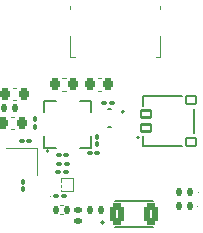
<source format=gto>
G04 #@! TF.GenerationSoftware,KiCad,Pcbnew,(7.0.0)*
G04 #@! TF.CreationDate,2023-09-09T16:46:03-08:00*
G04 #@! TF.ProjectId,THINGY_2.0,5448494e-4759-45f3-922e-302e6b696361,rev?*
G04 #@! TF.SameCoordinates,Original*
G04 #@! TF.FileFunction,Legend,Top*
G04 #@! TF.FilePolarity,Positive*
%FSLAX46Y46*%
G04 Gerber Fmt 4.6, Leading zero omitted, Abs format (unit mm)*
G04 Created by KiCad (PCBNEW (7.0.0)) date 2023-09-09 16:46:03*
%MOMM*%
%LPD*%
G01*
G04 APERTURE LIST*
G04 Aperture macros list*
%AMRoundRect*
0 Rectangle with rounded corners*
0 $1 Rounding radius*
0 $2 $3 $4 $5 $6 $7 $8 $9 X,Y pos of 4 corners*
0 Add a 4 corners polygon primitive as box body*
4,1,4,$2,$3,$4,$5,$6,$7,$8,$9,$2,$3,0*
0 Add four circle primitives for the rounded corners*
1,1,$1+$1,$2,$3*
1,1,$1+$1,$4,$5*
1,1,$1+$1,$6,$7*
1,1,$1+$1,$8,$9*
0 Add four rect primitives between the rounded corners*
20,1,$1+$1,$2,$3,$4,$5,0*
20,1,$1+$1,$4,$5,$6,$7,0*
20,1,$1+$1,$6,$7,$8,$9,0*
20,1,$1+$1,$8,$9,$2,$3,0*%
G04 Aperture macros list end*
%ADD10C,0.100000*%
%ADD11C,0.050000*%
%ADD12C,0.120000*%
%ADD13C,0.127000*%
%ADD14C,0.200000*%
%ADD15C,0.010000*%
%ADD16RoundRect,0.147500X0.147500X0.172500X-0.147500X0.172500X-0.147500X-0.172500X0.147500X-0.172500X0*%
%ADD17R,0.250000X0.250000*%
%ADD18R,0.300000X0.200000*%
%ADD19RoundRect,0.100000X-0.100000X0.130000X-0.100000X-0.130000X0.100000X-0.130000X0.100000X0.130000X0*%
%ADD20RoundRect,0.225000X0.225000X0.250000X-0.225000X0.250000X-0.225000X-0.250000X0.225000X-0.250000X0*%
%ADD21RoundRect,0.225000X-0.225000X-0.250000X0.225000X-0.250000X0.225000X0.250000X-0.225000X0.250000X0*%
%ADD22RoundRect,0.140000X0.140000X0.170000X-0.140000X0.170000X-0.140000X-0.170000X0.140000X-0.170000X0*%
%ADD23RoundRect,0.102000X0.425000X-0.300000X0.425000X0.300000X-0.425000X0.300000X-0.425000X-0.300000X0*%
%ADD24RoundRect,0.102000X0.400000X-0.350000X0.400000X0.350000X-0.400000X0.350000X-0.400000X-0.350000X0*%
%ADD25RoundRect,0.100000X-0.130000X-0.100000X0.130000X-0.100000X0.130000X0.100000X-0.130000X0.100000X0*%
%ADD26R,0.450000X1.380000*%
%ADD27R,1.650000X1.300000*%
%ADD28R,1.425000X1.550000*%
%ADD29R,1.800000X1.900000*%
%ADD30R,1.000000X1.900000*%
%ADD31RoundRect,0.218750X0.218750X0.256250X-0.218750X0.256250X-0.218750X-0.256250X0.218750X-0.256250X0*%
%ADD32R,0.550000X0.550000*%
%ADD33RoundRect,0.276000X0.324000X0.634000X-0.324000X0.634000X-0.324000X-0.634000X0.324000X-0.634000X0*%
%ADD34RoundRect,0.100000X0.130000X0.100000X-0.130000X0.100000X-0.130000X-0.100000X0.130000X-0.100000X0*%
%ADD35RoundRect,0.147500X0.172500X-0.147500X0.172500X0.147500X-0.172500X0.147500X-0.172500X-0.147500X0*%
%ADD36R,0.900000X0.800000*%
%ADD37RoundRect,0.147500X-0.147500X-0.172500X0.147500X-0.172500X0.147500X0.172500X-0.147500X0.172500X0*%
G04 APERTURE END LIST*
D10*
X127379964Y-88704600D02*
G75*
G03*
X127379964Y-88704600I-50000J0D01*
G01*
D11*
X116766000Y-86289000D02*
X115806000Y-86289000D01*
X115806000Y-86289000D02*
X115806000Y-87409000D01*
X115806000Y-87409000D02*
X116766000Y-87409000D01*
X116766000Y-87409000D02*
X116766000Y-86289000D01*
D12*
X111824380Y-82171000D02*
X111543220Y-82171000D01*
X111824380Y-81151000D02*
X111543220Y-81151000D01*
X118883820Y-77874400D02*
X119164980Y-77874400D01*
X118883820Y-78894400D02*
X119164980Y-78894400D01*
X115931836Y-89338600D02*
X115716164Y-89338600D01*
X115931836Y-88618600D02*
X115716164Y-88618600D01*
D13*
X122753064Y-83590200D02*
X126003064Y-83590200D01*
X122753064Y-82740200D02*
X122753064Y-83590200D01*
X127053064Y-82490200D02*
X127053064Y-80490200D01*
X122753064Y-80240200D02*
X122753064Y-79390200D01*
X122753064Y-79390200D02*
X126003064Y-79390200D01*
D14*
X122403064Y-82890200D02*
G75*
G03*
X122403064Y-82890200I-100000J0D01*
G01*
D10*
X114896600Y-87865000D02*
G75*
G03*
X114896600Y-87865000I-50000J0D01*
G01*
D12*
X124183800Y-76036600D02*
X123803800Y-76036600D01*
X124183800Y-74266600D02*
X124183800Y-76036600D01*
X124183800Y-71726600D02*
X124183800Y-71986600D01*
X116563800Y-76036600D02*
X116943800Y-76036600D01*
X116563800Y-76036600D02*
X116563800Y-74266600D01*
X116563800Y-71986600D02*
X116563800Y-71726600D01*
D10*
X127387464Y-87529600D02*
G75*
G03*
X127387464Y-87529600I-50000J0D01*
G01*
D12*
X111998979Y-79694200D02*
X111673421Y-79694200D01*
X111998979Y-78674200D02*
X111673421Y-78674200D01*
D13*
X120051000Y-80496600D02*
X119791000Y-80496600D01*
X120051000Y-81996600D02*
X119791000Y-81996600D01*
D14*
X121121000Y-80696600D02*
G75*
G03*
X121121000Y-80696600I-100000J0D01*
G01*
D13*
X120373900Y-88244200D02*
X123573900Y-88244200D01*
X120373900Y-90424200D02*
X123573900Y-90424200D01*
D14*
X119383900Y-90064200D02*
G75*
G03*
X119383900Y-90064200I-100000J0D01*
G01*
D13*
X114367200Y-83724400D02*
X115362200Y-83724400D01*
X117352200Y-83724400D02*
X118347200Y-83724400D01*
X118347200Y-83724400D02*
X118347200Y-82729400D01*
X114367200Y-82729400D02*
X114367200Y-83724400D01*
X118347200Y-80739400D02*
X118347200Y-79744400D01*
X114367200Y-79744400D02*
X114367200Y-80739400D01*
X115362200Y-79744400D02*
X114367200Y-79744400D01*
X118347200Y-79744400D02*
X117352200Y-79744400D01*
D14*
X114730000Y-84020400D02*
G75*
G03*
X114730000Y-84020400I-100000J0D01*
G01*
D12*
X113784600Y-86071000D02*
X113784600Y-83771000D01*
X113784600Y-83771000D02*
X111084600Y-83771000D01*
X115886620Y-77874400D02*
X116167780Y-77874400D01*
X115886620Y-78894400D02*
X116167780Y-78894400D01*
%LPC*%
G36*
X114798200Y-83160400D02*
G01*
X114805200Y-83161400D01*
X114813200Y-83162400D01*
X114821200Y-83164400D01*
X114828200Y-83166400D01*
X114836200Y-83169400D01*
X114843200Y-83172400D01*
X114850200Y-83175400D01*
X114857200Y-83179400D01*
X114864200Y-83183400D01*
X114870200Y-83188400D01*
X114876200Y-83192400D01*
X114882200Y-83198400D01*
X114888200Y-83203400D01*
X114893200Y-83209400D01*
X114899200Y-83215400D01*
X114903200Y-83221400D01*
X114908200Y-83227400D01*
X114912200Y-83234400D01*
X114916200Y-83241400D01*
X114919200Y-83248400D01*
X114922200Y-83255400D01*
X114925200Y-83263400D01*
X114927200Y-83270400D01*
X114929200Y-83278400D01*
X114930200Y-83286400D01*
X114931200Y-83293400D01*
X114932200Y-83301400D01*
X114932200Y-83309400D01*
X114932200Y-83317400D01*
X114931200Y-83325400D01*
X114930200Y-83332400D01*
X114929200Y-83340400D01*
X114927200Y-83348400D01*
X114925200Y-83355400D01*
X114922200Y-83363400D01*
X114919200Y-83370400D01*
X114916200Y-83377400D01*
X114912200Y-83384400D01*
X114908200Y-83391400D01*
X114903200Y-83397400D01*
X114899200Y-83403400D01*
X114893200Y-83409400D01*
X114888200Y-83415400D01*
X114882200Y-83420400D01*
X114876200Y-83426400D01*
X114870200Y-83430400D01*
X114864200Y-83435400D01*
X114857200Y-83439400D01*
X114850200Y-83443400D01*
X114843200Y-83446400D01*
X114836200Y-83449400D01*
X114828200Y-83452400D01*
X114821200Y-83454400D01*
X114813200Y-83456400D01*
X114805200Y-83457400D01*
X114798200Y-83458400D01*
X114790200Y-83459400D01*
X114782200Y-83459400D01*
X114774200Y-83459400D01*
X114766200Y-83458400D01*
X114759200Y-83457400D01*
X114751200Y-83456400D01*
X114743200Y-83454400D01*
X114736200Y-83452400D01*
X114728200Y-83449400D01*
X114721200Y-83446400D01*
X114714200Y-83443400D01*
X114707200Y-83439400D01*
X114700200Y-83435400D01*
X114694200Y-83430400D01*
X114688200Y-83426400D01*
X114682200Y-83420400D01*
X114676200Y-83415400D01*
X114671200Y-83409400D01*
X114665200Y-83403400D01*
X114661200Y-83397400D01*
X114656200Y-83391400D01*
X114652200Y-83384400D01*
X114648200Y-83377400D01*
X114645200Y-83370400D01*
X114642200Y-83363400D01*
X114639200Y-83355400D01*
X114637200Y-83348400D01*
X114635200Y-83340400D01*
X114634200Y-83332400D01*
X114633200Y-83325400D01*
X114632200Y-83317400D01*
X114632200Y-83309400D01*
X114632200Y-83301400D01*
X114633200Y-83293400D01*
X114634200Y-83286400D01*
X114635200Y-83278400D01*
X114637200Y-83270400D01*
X114639200Y-83263400D01*
X114642200Y-83255400D01*
X114645200Y-83248400D01*
X114648200Y-83241400D01*
X114652200Y-83234400D01*
X114656200Y-83227400D01*
X114661200Y-83221400D01*
X114665200Y-83215400D01*
X114671200Y-83209400D01*
X114676200Y-83203400D01*
X114682200Y-83198400D01*
X114688200Y-83192400D01*
X114694200Y-83188400D01*
X114700200Y-83183400D01*
X114707200Y-83179400D01*
X114714200Y-83175400D01*
X114721200Y-83172400D01*
X114728200Y-83169400D01*
X114736200Y-83166400D01*
X114743200Y-83164400D01*
X114751200Y-83162400D01*
X114759200Y-83161400D01*
X114766200Y-83160400D01*
X114774200Y-83159400D01*
X114782200Y-83159400D01*
X114790200Y-83159400D01*
X114798200Y-83160400D01*
G37*
D15*
X114798200Y-83160400D02*
X114805200Y-83161400D01*
X114813200Y-83162400D01*
X114821200Y-83164400D01*
X114828200Y-83166400D01*
X114836200Y-83169400D01*
X114843200Y-83172400D01*
X114850200Y-83175400D01*
X114857200Y-83179400D01*
X114864200Y-83183400D01*
X114870200Y-83188400D01*
X114876200Y-83192400D01*
X114882200Y-83198400D01*
X114888200Y-83203400D01*
X114893200Y-83209400D01*
X114899200Y-83215400D01*
X114903200Y-83221400D01*
X114908200Y-83227400D01*
X114912200Y-83234400D01*
X114916200Y-83241400D01*
X114919200Y-83248400D01*
X114922200Y-83255400D01*
X114925200Y-83263400D01*
X114927200Y-83270400D01*
X114929200Y-83278400D01*
X114930200Y-83286400D01*
X114931200Y-83293400D01*
X114932200Y-83301400D01*
X114932200Y-83309400D01*
X114932200Y-83317400D01*
X114931200Y-83325400D01*
X114930200Y-83332400D01*
X114929200Y-83340400D01*
X114927200Y-83348400D01*
X114925200Y-83355400D01*
X114922200Y-83363400D01*
X114919200Y-83370400D01*
X114916200Y-83377400D01*
X114912200Y-83384400D01*
X114908200Y-83391400D01*
X114903200Y-83397400D01*
X114899200Y-83403400D01*
X114893200Y-83409400D01*
X114888200Y-83415400D01*
X114882200Y-83420400D01*
X114876200Y-83426400D01*
X114870200Y-83430400D01*
X114864200Y-83435400D01*
X114857200Y-83439400D01*
X114850200Y-83443400D01*
X114843200Y-83446400D01*
X114836200Y-83449400D01*
X114828200Y-83452400D01*
X114821200Y-83454400D01*
X114813200Y-83456400D01*
X114805200Y-83457400D01*
X114798200Y-83458400D01*
X114790200Y-83459400D01*
X114782200Y-83459400D01*
X114774200Y-83459400D01*
X114766200Y-83458400D01*
X114759200Y-83457400D01*
X114751200Y-83456400D01*
X114743200Y-83454400D01*
X114736200Y-83452400D01*
X114728200Y-83449400D01*
X114721200Y-83446400D01*
X114714200Y-83443400D01*
X114707200Y-83439400D01*
X114700200Y-83435400D01*
X114694200Y-83430400D01*
X114688200Y-83426400D01*
X114682200Y-83420400D01*
X114676200Y-83415400D01*
X114671200Y-83409400D01*
X114665200Y-83403400D01*
X114661200Y-83397400D01*
X114656200Y-83391400D01*
X114652200Y-83384400D01*
X114648200Y-83377400D01*
X114645200Y-83370400D01*
X114642200Y-83363400D01*
X114639200Y-83355400D01*
X114637200Y-83348400D01*
X114635200Y-83340400D01*
X114634200Y-83332400D01*
X114633200Y-83325400D01*
X114632200Y-83317400D01*
X114632200Y-83309400D01*
X114632200Y-83301400D01*
X114633200Y-83293400D01*
X114634200Y-83286400D01*
X114635200Y-83278400D01*
X114637200Y-83270400D01*
X114639200Y-83263400D01*
X114642200Y-83255400D01*
X114645200Y-83248400D01*
X114648200Y-83241400D01*
X114652200Y-83234400D01*
X114656200Y-83227400D01*
X114661200Y-83221400D01*
X114665200Y-83215400D01*
X114671200Y-83209400D01*
X114676200Y-83203400D01*
X114682200Y-83198400D01*
X114688200Y-83192400D01*
X114694200Y-83188400D01*
X114700200Y-83183400D01*
X114707200Y-83179400D01*
X114714200Y-83175400D01*
X114721200Y-83172400D01*
X114728200Y-83169400D01*
X114736200Y-83166400D01*
X114743200Y-83164400D01*
X114751200Y-83162400D01*
X114759200Y-83161400D01*
X114766200Y-83160400D01*
X114774200Y-83159400D01*
X114782200Y-83159400D01*
X114790200Y-83159400D01*
X114798200Y-83160400D01*
G36*
X115498200Y-83160400D02*
G01*
X115505200Y-83161400D01*
X115513200Y-83162400D01*
X115521200Y-83164400D01*
X115528200Y-83166400D01*
X115536200Y-83169400D01*
X115543200Y-83172400D01*
X115550200Y-83175400D01*
X115557200Y-83179400D01*
X115564200Y-83183400D01*
X115570200Y-83188400D01*
X115576200Y-83192400D01*
X115582200Y-83198400D01*
X115588200Y-83203400D01*
X115593200Y-83209400D01*
X115599200Y-83215400D01*
X115603200Y-83221400D01*
X115608200Y-83227400D01*
X115612200Y-83234400D01*
X115616200Y-83241400D01*
X115619200Y-83248400D01*
X115622200Y-83255400D01*
X115625200Y-83263400D01*
X115627200Y-83270400D01*
X115629200Y-83278400D01*
X115630200Y-83286400D01*
X115631200Y-83293400D01*
X115632200Y-83301400D01*
X115632200Y-83309400D01*
X115632200Y-83317400D01*
X115631200Y-83325400D01*
X115630200Y-83332400D01*
X115629200Y-83340400D01*
X115627200Y-83348400D01*
X115625200Y-83355400D01*
X115622200Y-83363400D01*
X115619200Y-83370400D01*
X115616200Y-83377400D01*
X115612200Y-83384400D01*
X115608200Y-83391400D01*
X115603200Y-83397400D01*
X115599200Y-83403400D01*
X115593200Y-83409400D01*
X115588200Y-83415400D01*
X115582200Y-83420400D01*
X115576200Y-83426400D01*
X115570200Y-83430400D01*
X115564200Y-83435400D01*
X115557200Y-83439400D01*
X115550200Y-83443400D01*
X115543200Y-83446400D01*
X115536200Y-83449400D01*
X115528200Y-83452400D01*
X115521200Y-83454400D01*
X115513200Y-83456400D01*
X115505200Y-83457400D01*
X115498200Y-83458400D01*
X115490200Y-83459400D01*
X115482200Y-83459400D01*
X115474200Y-83459400D01*
X115466200Y-83458400D01*
X115459200Y-83457400D01*
X115451200Y-83456400D01*
X115443200Y-83454400D01*
X115436200Y-83452400D01*
X115428200Y-83449400D01*
X115421200Y-83446400D01*
X115414200Y-83443400D01*
X115407200Y-83439400D01*
X115400200Y-83435400D01*
X115394200Y-83430400D01*
X115388200Y-83426400D01*
X115382200Y-83420400D01*
X115376200Y-83415400D01*
X115371200Y-83409400D01*
X115365200Y-83403400D01*
X115361200Y-83397400D01*
X115356200Y-83391400D01*
X115352200Y-83384400D01*
X115348200Y-83377400D01*
X115345200Y-83370400D01*
X115342200Y-83363400D01*
X115339200Y-83355400D01*
X115337200Y-83348400D01*
X115335200Y-83340400D01*
X115334200Y-83332400D01*
X115333200Y-83325400D01*
X115332200Y-83317400D01*
X115332200Y-83309400D01*
X115332200Y-83301400D01*
X115333200Y-83293400D01*
X115334200Y-83286400D01*
X115335200Y-83278400D01*
X115337200Y-83270400D01*
X115339200Y-83263400D01*
X115342200Y-83255400D01*
X115345200Y-83248400D01*
X115348200Y-83241400D01*
X115352200Y-83234400D01*
X115356200Y-83227400D01*
X115361200Y-83221400D01*
X115365200Y-83215400D01*
X115371200Y-83209400D01*
X115376200Y-83203400D01*
X115382200Y-83198400D01*
X115388200Y-83192400D01*
X115394200Y-83188400D01*
X115400200Y-83183400D01*
X115407200Y-83179400D01*
X115414200Y-83175400D01*
X115421200Y-83172400D01*
X115428200Y-83169400D01*
X115436200Y-83166400D01*
X115443200Y-83164400D01*
X115451200Y-83162400D01*
X115459200Y-83161400D01*
X115466200Y-83160400D01*
X115474200Y-83159400D01*
X115482200Y-83159400D01*
X115490200Y-83159400D01*
X115498200Y-83160400D01*
G37*
X115498200Y-83160400D02*
X115505200Y-83161400D01*
X115513200Y-83162400D01*
X115521200Y-83164400D01*
X115528200Y-83166400D01*
X115536200Y-83169400D01*
X115543200Y-83172400D01*
X115550200Y-83175400D01*
X115557200Y-83179400D01*
X115564200Y-83183400D01*
X115570200Y-83188400D01*
X115576200Y-83192400D01*
X115582200Y-83198400D01*
X115588200Y-83203400D01*
X115593200Y-83209400D01*
X115599200Y-83215400D01*
X115603200Y-83221400D01*
X115608200Y-83227400D01*
X115612200Y-83234400D01*
X115616200Y-83241400D01*
X115619200Y-83248400D01*
X115622200Y-83255400D01*
X115625200Y-83263400D01*
X115627200Y-83270400D01*
X115629200Y-83278400D01*
X115630200Y-83286400D01*
X115631200Y-83293400D01*
X115632200Y-83301400D01*
X115632200Y-83309400D01*
X115632200Y-83317400D01*
X115631200Y-83325400D01*
X115630200Y-83332400D01*
X115629200Y-83340400D01*
X115627200Y-83348400D01*
X115625200Y-83355400D01*
X115622200Y-83363400D01*
X115619200Y-83370400D01*
X115616200Y-83377400D01*
X115612200Y-83384400D01*
X115608200Y-83391400D01*
X115603200Y-83397400D01*
X115599200Y-83403400D01*
X115593200Y-83409400D01*
X115588200Y-83415400D01*
X115582200Y-83420400D01*
X115576200Y-83426400D01*
X115570200Y-83430400D01*
X115564200Y-83435400D01*
X115557200Y-83439400D01*
X115550200Y-83443400D01*
X115543200Y-83446400D01*
X115536200Y-83449400D01*
X115528200Y-83452400D01*
X115521200Y-83454400D01*
X115513200Y-83456400D01*
X115505200Y-83457400D01*
X115498200Y-83458400D01*
X115490200Y-83459400D01*
X115482200Y-83459400D01*
X115474200Y-83459400D01*
X115466200Y-83458400D01*
X115459200Y-83457400D01*
X115451200Y-83456400D01*
X115443200Y-83454400D01*
X115436200Y-83452400D01*
X115428200Y-83449400D01*
X115421200Y-83446400D01*
X115414200Y-83443400D01*
X115407200Y-83439400D01*
X115400200Y-83435400D01*
X115394200Y-83430400D01*
X115388200Y-83426400D01*
X115382200Y-83420400D01*
X115376200Y-83415400D01*
X115371200Y-83409400D01*
X115365200Y-83403400D01*
X115361200Y-83397400D01*
X115356200Y-83391400D01*
X115352200Y-83384400D01*
X115348200Y-83377400D01*
X115345200Y-83370400D01*
X115342200Y-83363400D01*
X115339200Y-83355400D01*
X115337200Y-83348400D01*
X115335200Y-83340400D01*
X115334200Y-83332400D01*
X115333200Y-83325400D01*
X115332200Y-83317400D01*
X115332200Y-83309400D01*
X115332200Y-83301400D01*
X115333200Y-83293400D01*
X115334200Y-83286400D01*
X115335200Y-83278400D01*
X115337200Y-83270400D01*
X115339200Y-83263400D01*
X115342200Y-83255400D01*
X115345200Y-83248400D01*
X115348200Y-83241400D01*
X115352200Y-83234400D01*
X115356200Y-83227400D01*
X115361200Y-83221400D01*
X115365200Y-83215400D01*
X115371200Y-83209400D01*
X115376200Y-83203400D01*
X115382200Y-83198400D01*
X115388200Y-83192400D01*
X115394200Y-83188400D01*
X115400200Y-83183400D01*
X115407200Y-83179400D01*
X115414200Y-83175400D01*
X115421200Y-83172400D01*
X115428200Y-83169400D01*
X115436200Y-83166400D01*
X115443200Y-83164400D01*
X115451200Y-83162400D01*
X115459200Y-83161400D01*
X115466200Y-83160400D01*
X115474200Y-83159400D01*
X115482200Y-83159400D01*
X115490200Y-83159400D01*
X115498200Y-83160400D01*
G36*
X116198200Y-83160400D02*
G01*
X116205200Y-83161400D01*
X116213200Y-83162400D01*
X116221200Y-83164400D01*
X116228200Y-83166400D01*
X116236200Y-83169400D01*
X116243200Y-83172400D01*
X116250200Y-83175400D01*
X116257200Y-83179400D01*
X116264200Y-83183400D01*
X116270200Y-83188400D01*
X116276200Y-83192400D01*
X116282200Y-83198400D01*
X116288200Y-83203400D01*
X116293200Y-83209400D01*
X116299200Y-83215400D01*
X116303200Y-83221400D01*
X116308200Y-83227400D01*
X116312200Y-83234400D01*
X116316200Y-83241400D01*
X116319200Y-83248400D01*
X116322200Y-83255400D01*
X116325200Y-83263400D01*
X116327200Y-83270400D01*
X116329200Y-83278400D01*
X116330200Y-83286400D01*
X116331200Y-83293400D01*
X116332200Y-83301400D01*
X116332200Y-83309400D01*
X116332200Y-83317400D01*
X116331200Y-83325400D01*
X116330200Y-83332400D01*
X116329200Y-83340400D01*
X116327200Y-83348400D01*
X116325200Y-83355400D01*
X116322200Y-83363400D01*
X116319200Y-83370400D01*
X116316200Y-83377400D01*
X116312200Y-83384400D01*
X116308200Y-83391400D01*
X116303200Y-83397400D01*
X116299200Y-83403400D01*
X116293200Y-83409400D01*
X116288200Y-83415400D01*
X116282200Y-83420400D01*
X116276200Y-83426400D01*
X116270200Y-83430400D01*
X116264200Y-83435400D01*
X116257200Y-83439400D01*
X116250200Y-83443400D01*
X116243200Y-83446400D01*
X116236200Y-83449400D01*
X116228200Y-83452400D01*
X116221200Y-83454400D01*
X116213200Y-83456400D01*
X116205200Y-83457400D01*
X116198200Y-83458400D01*
X116190200Y-83459400D01*
X116182200Y-83459400D01*
X116174200Y-83459400D01*
X116166200Y-83458400D01*
X116159200Y-83457400D01*
X116151200Y-83456400D01*
X116143200Y-83454400D01*
X116136200Y-83452400D01*
X116128200Y-83449400D01*
X116121200Y-83446400D01*
X116114200Y-83443400D01*
X116107200Y-83439400D01*
X116100200Y-83435400D01*
X116094200Y-83430400D01*
X116088200Y-83426400D01*
X116082200Y-83420400D01*
X116076200Y-83415400D01*
X116071200Y-83409400D01*
X116065200Y-83403400D01*
X116061200Y-83397400D01*
X116056200Y-83391400D01*
X116052200Y-83384400D01*
X116048200Y-83377400D01*
X116045200Y-83370400D01*
X116042200Y-83363400D01*
X116039200Y-83355400D01*
X116037200Y-83348400D01*
X116035200Y-83340400D01*
X116034200Y-83332400D01*
X116033200Y-83325400D01*
X116032200Y-83317400D01*
X116032200Y-83309400D01*
X116032200Y-83301400D01*
X116033200Y-83293400D01*
X116034200Y-83286400D01*
X116035200Y-83278400D01*
X116037200Y-83270400D01*
X116039200Y-83263400D01*
X116042200Y-83255400D01*
X116045200Y-83248400D01*
X116048200Y-83241400D01*
X116052200Y-83234400D01*
X116056200Y-83227400D01*
X116061200Y-83221400D01*
X116065200Y-83215400D01*
X116071200Y-83209400D01*
X116076200Y-83203400D01*
X116082200Y-83198400D01*
X116088200Y-83192400D01*
X116094200Y-83188400D01*
X116100200Y-83183400D01*
X116107200Y-83179400D01*
X116114200Y-83175400D01*
X116121200Y-83172400D01*
X116128200Y-83169400D01*
X116136200Y-83166400D01*
X116143200Y-83164400D01*
X116151200Y-83162400D01*
X116159200Y-83161400D01*
X116166200Y-83160400D01*
X116174200Y-83159400D01*
X116182200Y-83159400D01*
X116190200Y-83159400D01*
X116198200Y-83160400D01*
G37*
X116198200Y-83160400D02*
X116205200Y-83161400D01*
X116213200Y-83162400D01*
X116221200Y-83164400D01*
X116228200Y-83166400D01*
X116236200Y-83169400D01*
X116243200Y-83172400D01*
X116250200Y-83175400D01*
X116257200Y-83179400D01*
X116264200Y-83183400D01*
X116270200Y-83188400D01*
X116276200Y-83192400D01*
X116282200Y-83198400D01*
X116288200Y-83203400D01*
X116293200Y-83209400D01*
X116299200Y-83215400D01*
X116303200Y-83221400D01*
X116308200Y-83227400D01*
X116312200Y-83234400D01*
X116316200Y-83241400D01*
X116319200Y-83248400D01*
X116322200Y-83255400D01*
X116325200Y-83263400D01*
X116327200Y-83270400D01*
X116329200Y-83278400D01*
X116330200Y-83286400D01*
X116331200Y-83293400D01*
X116332200Y-83301400D01*
X116332200Y-83309400D01*
X116332200Y-83317400D01*
X116331200Y-83325400D01*
X116330200Y-83332400D01*
X116329200Y-83340400D01*
X116327200Y-83348400D01*
X116325200Y-83355400D01*
X116322200Y-83363400D01*
X116319200Y-83370400D01*
X116316200Y-83377400D01*
X116312200Y-83384400D01*
X116308200Y-83391400D01*
X116303200Y-83397400D01*
X116299200Y-83403400D01*
X116293200Y-83409400D01*
X116288200Y-83415400D01*
X116282200Y-83420400D01*
X116276200Y-83426400D01*
X116270200Y-83430400D01*
X116264200Y-83435400D01*
X116257200Y-83439400D01*
X116250200Y-83443400D01*
X116243200Y-83446400D01*
X116236200Y-83449400D01*
X116228200Y-83452400D01*
X116221200Y-83454400D01*
X116213200Y-83456400D01*
X116205200Y-83457400D01*
X116198200Y-83458400D01*
X116190200Y-83459400D01*
X116182200Y-83459400D01*
X116174200Y-83459400D01*
X116166200Y-83458400D01*
X116159200Y-83457400D01*
X116151200Y-83456400D01*
X116143200Y-83454400D01*
X116136200Y-83452400D01*
X116128200Y-83449400D01*
X116121200Y-83446400D01*
X116114200Y-83443400D01*
X116107200Y-83439400D01*
X116100200Y-83435400D01*
X116094200Y-83430400D01*
X116088200Y-83426400D01*
X116082200Y-83420400D01*
X116076200Y-83415400D01*
X116071200Y-83409400D01*
X116065200Y-83403400D01*
X116061200Y-83397400D01*
X116056200Y-83391400D01*
X116052200Y-83384400D01*
X116048200Y-83377400D01*
X116045200Y-83370400D01*
X116042200Y-83363400D01*
X116039200Y-83355400D01*
X116037200Y-83348400D01*
X116035200Y-83340400D01*
X116034200Y-83332400D01*
X116033200Y-83325400D01*
X116032200Y-83317400D01*
X116032200Y-83309400D01*
X116032200Y-83301400D01*
X116033200Y-83293400D01*
X116034200Y-83286400D01*
X116035200Y-83278400D01*
X116037200Y-83270400D01*
X116039200Y-83263400D01*
X116042200Y-83255400D01*
X116045200Y-83248400D01*
X116048200Y-83241400D01*
X116052200Y-83234400D01*
X116056200Y-83227400D01*
X116061200Y-83221400D01*
X116065200Y-83215400D01*
X116071200Y-83209400D01*
X116076200Y-83203400D01*
X116082200Y-83198400D01*
X116088200Y-83192400D01*
X116094200Y-83188400D01*
X116100200Y-83183400D01*
X116107200Y-83179400D01*
X116114200Y-83175400D01*
X116121200Y-83172400D01*
X116128200Y-83169400D01*
X116136200Y-83166400D01*
X116143200Y-83164400D01*
X116151200Y-83162400D01*
X116159200Y-83161400D01*
X116166200Y-83160400D01*
X116174200Y-83159400D01*
X116182200Y-83159400D01*
X116190200Y-83159400D01*
X116198200Y-83160400D01*
G36*
X116548200Y-83160400D02*
G01*
X116555200Y-83161400D01*
X116563200Y-83162400D01*
X116571200Y-83164400D01*
X116578200Y-83166400D01*
X116586200Y-83169400D01*
X116593200Y-83172400D01*
X116600200Y-83175400D01*
X116607200Y-83179400D01*
X116614200Y-83183400D01*
X116620200Y-83188400D01*
X116626200Y-83192400D01*
X116632200Y-83198400D01*
X116638200Y-83203400D01*
X116643200Y-83209400D01*
X116649200Y-83215400D01*
X116653200Y-83221400D01*
X116658200Y-83227400D01*
X116662200Y-83234400D01*
X116666200Y-83241400D01*
X116669200Y-83248400D01*
X116672200Y-83255400D01*
X116675200Y-83263400D01*
X116677200Y-83270400D01*
X116679200Y-83278400D01*
X116680200Y-83286400D01*
X116681200Y-83293400D01*
X116682200Y-83301400D01*
X116682200Y-83309400D01*
X116682200Y-83317400D01*
X116681200Y-83325400D01*
X116680200Y-83332400D01*
X116679200Y-83340400D01*
X116677200Y-83348400D01*
X116675200Y-83355400D01*
X116672200Y-83363400D01*
X116669200Y-83370400D01*
X116666200Y-83377400D01*
X116662200Y-83384400D01*
X116658200Y-83391400D01*
X116653200Y-83397400D01*
X116649200Y-83403400D01*
X116643200Y-83409400D01*
X116638200Y-83415400D01*
X116632200Y-83420400D01*
X116626200Y-83426400D01*
X116620200Y-83430400D01*
X116614200Y-83435400D01*
X116607200Y-83439400D01*
X116600200Y-83443400D01*
X116593200Y-83446400D01*
X116586200Y-83449400D01*
X116578200Y-83452400D01*
X116571200Y-83454400D01*
X116563200Y-83456400D01*
X116555200Y-83457400D01*
X116548200Y-83458400D01*
X116540200Y-83459400D01*
X116532200Y-83459400D01*
X116524200Y-83459400D01*
X116516200Y-83458400D01*
X116509200Y-83457400D01*
X116501200Y-83456400D01*
X116493200Y-83454400D01*
X116486200Y-83452400D01*
X116478200Y-83449400D01*
X116471200Y-83446400D01*
X116464200Y-83443400D01*
X116457200Y-83439400D01*
X116450200Y-83435400D01*
X116444200Y-83430400D01*
X116438200Y-83426400D01*
X116432200Y-83420400D01*
X116426200Y-83415400D01*
X116421200Y-83409400D01*
X116415200Y-83403400D01*
X116411200Y-83397400D01*
X116406200Y-83391400D01*
X116402200Y-83384400D01*
X116398200Y-83377400D01*
X116395200Y-83370400D01*
X116392200Y-83363400D01*
X116389200Y-83355400D01*
X116387200Y-83348400D01*
X116385200Y-83340400D01*
X116384200Y-83332400D01*
X116383200Y-83325400D01*
X116382200Y-83317400D01*
X116382200Y-83309400D01*
X116382200Y-83301400D01*
X116383200Y-83293400D01*
X116384200Y-83286400D01*
X116385200Y-83278400D01*
X116387200Y-83270400D01*
X116389200Y-83263400D01*
X116392200Y-83255400D01*
X116395200Y-83248400D01*
X116398200Y-83241400D01*
X116402200Y-83234400D01*
X116406200Y-83227400D01*
X116411200Y-83221400D01*
X116415200Y-83215400D01*
X116421200Y-83209400D01*
X116426200Y-83203400D01*
X116432200Y-83198400D01*
X116438200Y-83192400D01*
X116444200Y-83188400D01*
X116450200Y-83183400D01*
X116457200Y-83179400D01*
X116464200Y-83175400D01*
X116471200Y-83172400D01*
X116478200Y-83169400D01*
X116486200Y-83166400D01*
X116493200Y-83164400D01*
X116501200Y-83162400D01*
X116509200Y-83161400D01*
X116516200Y-83160400D01*
X116524200Y-83159400D01*
X116532200Y-83159400D01*
X116540200Y-83159400D01*
X116548200Y-83160400D01*
G37*
X116548200Y-83160400D02*
X116555200Y-83161400D01*
X116563200Y-83162400D01*
X116571200Y-83164400D01*
X116578200Y-83166400D01*
X116586200Y-83169400D01*
X116593200Y-83172400D01*
X116600200Y-83175400D01*
X116607200Y-83179400D01*
X116614200Y-83183400D01*
X116620200Y-83188400D01*
X116626200Y-83192400D01*
X116632200Y-83198400D01*
X116638200Y-83203400D01*
X116643200Y-83209400D01*
X116649200Y-83215400D01*
X116653200Y-83221400D01*
X116658200Y-83227400D01*
X116662200Y-83234400D01*
X116666200Y-83241400D01*
X116669200Y-83248400D01*
X116672200Y-83255400D01*
X116675200Y-83263400D01*
X116677200Y-83270400D01*
X116679200Y-83278400D01*
X116680200Y-83286400D01*
X116681200Y-83293400D01*
X116682200Y-83301400D01*
X116682200Y-83309400D01*
X116682200Y-83317400D01*
X116681200Y-83325400D01*
X116680200Y-83332400D01*
X116679200Y-83340400D01*
X116677200Y-83348400D01*
X116675200Y-83355400D01*
X116672200Y-83363400D01*
X116669200Y-83370400D01*
X116666200Y-83377400D01*
X116662200Y-83384400D01*
X116658200Y-83391400D01*
X116653200Y-83397400D01*
X116649200Y-83403400D01*
X116643200Y-83409400D01*
X116638200Y-83415400D01*
X116632200Y-83420400D01*
X116626200Y-83426400D01*
X116620200Y-83430400D01*
X116614200Y-83435400D01*
X116607200Y-83439400D01*
X116600200Y-83443400D01*
X116593200Y-83446400D01*
X116586200Y-83449400D01*
X116578200Y-83452400D01*
X116571200Y-83454400D01*
X116563200Y-83456400D01*
X116555200Y-83457400D01*
X116548200Y-83458400D01*
X116540200Y-83459400D01*
X116532200Y-83459400D01*
X116524200Y-83459400D01*
X116516200Y-83458400D01*
X116509200Y-83457400D01*
X116501200Y-83456400D01*
X116493200Y-83454400D01*
X116486200Y-83452400D01*
X116478200Y-83449400D01*
X116471200Y-83446400D01*
X116464200Y-83443400D01*
X116457200Y-83439400D01*
X116450200Y-83435400D01*
X116444200Y-83430400D01*
X116438200Y-83426400D01*
X116432200Y-83420400D01*
X116426200Y-83415400D01*
X116421200Y-83409400D01*
X116415200Y-83403400D01*
X116411200Y-83397400D01*
X116406200Y-83391400D01*
X116402200Y-83384400D01*
X116398200Y-83377400D01*
X116395200Y-83370400D01*
X116392200Y-83363400D01*
X116389200Y-83355400D01*
X116387200Y-83348400D01*
X116385200Y-83340400D01*
X116384200Y-83332400D01*
X116383200Y-83325400D01*
X116382200Y-83317400D01*
X116382200Y-83309400D01*
X116382200Y-83301400D01*
X116383200Y-83293400D01*
X116384200Y-83286400D01*
X116385200Y-83278400D01*
X116387200Y-83270400D01*
X116389200Y-83263400D01*
X116392200Y-83255400D01*
X116395200Y-83248400D01*
X116398200Y-83241400D01*
X116402200Y-83234400D01*
X116406200Y-83227400D01*
X116411200Y-83221400D01*
X116415200Y-83215400D01*
X116421200Y-83209400D01*
X116426200Y-83203400D01*
X116432200Y-83198400D01*
X116438200Y-83192400D01*
X116444200Y-83188400D01*
X116450200Y-83183400D01*
X116457200Y-83179400D01*
X116464200Y-83175400D01*
X116471200Y-83172400D01*
X116478200Y-83169400D01*
X116486200Y-83166400D01*
X116493200Y-83164400D01*
X116501200Y-83162400D01*
X116509200Y-83161400D01*
X116516200Y-83160400D01*
X116524200Y-83159400D01*
X116532200Y-83159400D01*
X116540200Y-83159400D01*
X116548200Y-83160400D01*
G36*
X116898200Y-83160400D02*
G01*
X116905200Y-83161400D01*
X116913200Y-83162400D01*
X116921200Y-83164400D01*
X116928200Y-83166400D01*
X116936200Y-83169400D01*
X116943200Y-83172400D01*
X116950200Y-83175400D01*
X116957200Y-83179400D01*
X116964200Y-83183400D01*
X116970200Y-83188400D01*
X116976200Y-83192400D01*
X116982200Y-83198400D01*
X116988200Y-83203400D01*
X116993200Y-83209400D01*
X116999200Y-83215400D01*
X117003200Y-83221400D01*
X117008200Y-83227400D01*
X117012200Y-83234400D01*
X117016200Y-83241400D01*
X117019200Y-83248400D01*
X117022200Y-83255400D01*
X117025200Y-83263400D01*
X117027200Y-83270400D01*
X117029200Y-83278400D01*
X117030200Y-83286400D01*
X117031200Y-83293400D01*
X117032200Y-83301400D01*
X117032200Y-83309400D01*
X117032200Y-83317400D01*
X117031200Y-83325400D01*
X117030200Y-83332400D01*
X117029200Y-83340400D01*
X117027200Y-83348400D01*
X117025200Y-83355400D01*
X117022200Y-83363400D01*
X117019200Y-83370400D01*
X117016200Y-83377400D01*
X117012200Y-83384400D01*
X117008200Y-83391400D01*
X117003200Y-83397400D01*
X116999200Y-83403400D01*
X116993200Y-83409400D01*
X116988200Y-83415400D01*
X116982200Y-83420400D01*
X116976200Y-83426400D01*
X116970200Y-83430400D01*
X116964200Y-83435400D01*
X116957200Y-83439400D01*
X116950200Y-83443400D01*
X116943200Y-83446400D01*
X116936200Y-83449400D01*
X116928200Y-83452400D01*
X116921200Y-83454400D01*
X116913200Y-83456400D01*
X116905200Y-83457400D01*
X116898200Y-83458400D01*
X116890200Y-83459400D01*
X116882200Y-83459400D01*
X116874200Y-83459400D01*
X116866200Y-83458400D01*
X116859200Y-83457400D01*
X116851200Y-83456400D01*
X116843200Y-83454400D01*
X116836200Y-83452400D01*
X116828200Y-83449400D01*
X116821200Y-83446400D01*
X116814200Y-83443400D01*
X116807200Y-83439400D01*
X116800200Y-83435400D01*
X116794200Y-83430400D01*
X116788200Y-83426400D01*
X116782200Y-83420400D01*
X116776200Y-83415400D01*
X116771200Y-83409400D01*
X116765200Y-83403400D01*
X116761200Y-83397400D01*
X116756200Y-83391400D01*
X116752200Y-83384400D01*
X116748200Y-83377400D01*
X116745200Y-83370400D01*
X116742200Y-83363400D01*
X116739200Y-83355400D01*
X116737200Y-83348400D01*
X116735200Y-83340400D01*
X116734200Y-83332400D01*
X116733200Y-83325400D01*
X116732200Y-83317400D01*
X116732200Y-83309400D01*
X116732200Y-83301400D01*
X116733200Y-83293400D01*
X116734200Y-83286400D01*
X116735200Y-83278400D01*
X116737200Y-83270400D01*
X116739200Y-83263400D01*
X116742200Y-83255400D01*
X116745200Y-83248400D01*
X116748200Y-83241400D01*
X116752200Y-83234400D01*
X116756200Y-83227400D01*
X116761200Y-83221400D01*
X116765200Y-83215400D01*
X116771200Y-83209400D01*
X116776200Y-83203400D01*
X116782200Y-83198400D01*
X116788200Y-83192400D01*
X116794200Y-83188400D01*
X116800200Y-83183400D01*
X116807200Y-83179400D01*
X116814200Y-83175400D01*
X116821200Y-83172400D01*
X116828200Y-83169400D01*
X116836200Y-83166400D01*
X116843200Y-83164400D01*
X116851200Y-83162400D01*
X116859200Y-83161400D01*
X116866200Y-83160400D01*
X116874200Y-83159400D01*
X116882200Y-83159400D01*
X116890200Y-83159400D01*
X116898200Y-83160400D01*
G37*
X116898200Y-83160400D02*
X116905200Y-83161400D01*
X116913200Y-83162400D01*
X116921200Y-83164400D01*
X116928200Y-83166400D01*
X116936200Y-83169400D01*
X116943200Y-83172400D01*
X116950200Y-83175400D01*
X116957200Y-83179400D01*
X116964200Y-83183400D01*
X116970200Y-83188400D01*
X116976200Y-83192400D01*
X116982200Y-83198400D01*
X116988200Y-83203400D01*
X116993200Y-83209400D01*
X116999200Y-83215400D01*
X117003200Y-83221400D01*
X117008200Y-83227400D01*
X117012200Y-83234400D01*
X117016200Y-83241400D01*
X117019200Y-83248400D01*
X117022200Y-83255400D01*
X117025200Y-83263400D01*
X117027200Y-83270400D01*
X117029200Y-83278400D01*
X117030200Y-83286400D01*
X117031200Y-83293400D01*
X117032200Y-83301400D01*
X117032200Y-83309400D01*
X117032200Y-83317400D01*
X117031200Y-83325400D01*
X117030200Y-83332400D01*
X117029200Y-83340400D01*
X117027200Y-83348400D01*
X117025200Y-83355400D01*
X117022200Y-83363400D01*
X117019200Y-83370400D01*
X117016200Y-83377400D01*
X117012200Y-83384400D01*
X117008200Y-83391400D01*
X117003200Y-83397400D01*
X116999200Y-83403400D01*
X116993200Y-83409400D01*
X116988200Y-83415400D01*
X116982200Y-83420400D01*
X116976200Y-83426400D01*
X116970200Y-83430400D01*
X116964200Y-83435400D01*
X116957200Y-83439400D01*
X116950200Y-83443400D01*
X116943200Y-83446400D01*
X116936200Y-83449400D01*
X116928200Y-83452400D01*
X116921200Y-83454400D01*
X116913200Y-83456400D01*
X116905200Y-83457400D01*
X116898200Y-83458400D01*
X116890200Y-83459400D01*
X116882200Y-83459400D01*
X116874200Y-83459400D01*
X116866200Y-83458400D01*
X116859200Y-83457400D01*
X116851200Y-83456400D01*
X116843200Y-83454400D01*
X116836200Y-83452400D01*
X116828200Y-83449400D01*
X116821200Y-83446400D01*
X116814200Y-83443400D01*
X116807200Y-83439400D01*
X116800200Y-83435400D01*
X116794200Y-83430400D01*
X116788200Y-83426400D01*
X116782200Y-83420400D01*
X116776200Y-83415400D01*
X116771200Y-83409400D01*
X116765200Y-83403400D01*
X116761200Y-83397400D01*
X116756200Y-83391400D01*
X116752200Y-83384400D01*
X116748200Y-83377400D01*
X116745200Y-83370400D01*
X116742200Y-83363400D01*
X116739200Y-83355400D01*
X116737200Y-83348400D01*
X116735200Y-83340400D01*
X116734200Y-83332400D01*
X116733200Y-83325400D01*
X116732200Y-83317400D01*
X116732200Y-83309400D01*
X116732200Y-83301400D01*
X116733200Y-83293400D01*
X116734200Y-83286400D01*
X116735200Y-83278400D01*
X116737200Y-83270400D01*
X116739200Y-83263400D01*
X116742200Y-83255400D01*
X116745200Y-83248400D01*
X116748200Y-83241400D01*
X116752200Y-83234400D01*
X116756200Y-83227400D01*
X116761200Y-83221400D01*
X116765200Y-83215400D01*
X116771200Y-83209400D01*
X116776200Y-83203400D01*
X116782200Y-83198400D01*
X116788200Y-83192400D01*
X116794200Y-83188400D01*
X116800200Y-83183400D01*
X116807200Y-83179400D01*
X116814200Y-83175400D01*
X116821200Y-83172400D01*
X116828200Y-83169400D01*
X116836200Y-83166400D01*
X116843200Y-83164400D01*
X116851200Y-83162400D01*
X116859200Y-83161400D01*
X116866200Y-83160400D01*
X116874200Y-83159400D01*
X116882200Y-83159400D01*
X116890200Y-83159400D01*
X116898200Y-83160400D01*
G36*
X117248200Y-83160400D02*
G01*
X117255200Y-83161400D01*
X117263200Y-83162400D01*
X117271200Y-83164400D01*
X117278200Y-83166400D01*
X117286200Y-83169400D01*
X117293200Y-83172400D01*
X117300200Y-83175400D01*
X117307200Y-83179400D01*
X117314200Y-83183400D01*
X117320200Y-83188400D01*
X117326200Y-83192400D01*
X117332200Y-83198400D01*
X117338200Y-83203400D01*
X117343200Y-83209400D01*
X117349200Y-83215400D01*
X117353200Y-83221400D01*
X117358200Y-83227400D01*
X117362200Y-83234400D01*
X117366200Y-83241400D01*
X117369200Y-83248400D01*
X117372200Y-83255400D01*
X117375200Y-83263400D01*
X117377200Y-83270400D01*
X117379200Y-83278400D01*
X117380200Y-83286400D01*
X117381200Y-83293400D01*
X117382200Y-83301400D01*
X117382200Y-83309400D01*
X117382200Y-83317400D01*
X117381200Y-83325400D01*
X117380200Y-83332400D01*
X117379200Y-83340400D01*
X117377200Y-83348400D01*
X117375200Y-83355400D01*
X117372200Y-83363400D01*
X117369200Y-83370400D01*
X117366200Y-83377400D01*
X117362200Y-83384400D01*
X117358200Y-83391400D01*
X117353200Y-83397400D01*
X117349200Y-83403400D01*
X117343200Y-83409400D01*
X117338200Y-83415400D01*
X117332200Y-83420400D01*
X117326200Y-83426400D01*
X117320200Y-83430400D01*
X117314200Y-83435400D01*
X117307200Y-83439400D01*
X117300200Y-83443400D01*
X117293200Y-83446400D01*
X117286200Y-83449400D01*
X117278200Y-83452400D01*
X117271200Y-83454400D01*
X117263200Y-83456400D01*
X117255200Y-83457400D01*
X117248200Y-83458400D01*
X117240200Y-83459400D01*
X117232200Y-83459400D01*
X117224200Y-83459400D01*
X117216200Y-83458400D01*
X117209200Y-83457400D01*
X117201200Y-83456400D01*
X117193200Y-83454400D01*
X117186200Y-83452400D01*
X117178200Y-83449400D01*
X117171200Y-83446400D01*
X117164200Y-83443400D01*
X117157200Y-83439400D01*
X117150200Y-83435400D01*
X117144200Y-83430400D01*
X117138200Y-83426400D01*
X117132200Y-83420400D01*
X117126200Y-83415400D01*
X117121200Y-83409400D01*
X117115200Y-83403400D01*
X117111200Y-83397400D01*
X117106200Y-83391400D01*
X117102200Y-83384400D01*
X117098200Y-83377400D01*
X117095200Y-83370400D01*
X117092200Y-83363400D01*
X117089200Y-83355400D01*
X117087200Y-83348400D01*
X117085200Y-83340400D01*
X117084200Y-83332400D01*
X117083200Y-83325400D01*
X117082200Y-83317400D01*
X117082200Y-83309400D01*
X117082200Y-83301400D01*
X117083200Y-83293400D01*
X117084200Y-83286400D01*
X117085200Y-83278400D01*
X117087200Y-83270400D01*
X117089200Y-83263400D01*
X117092200Y-83255400D01*
X117095200Y-83248400D01*
X117098200Y-83241400D01*
X117102200Y-83234400D01*
X117106200Y-83227400D01*
X117111200Y-83221400D01*
X117115200Y-83215400D01*
X117121200Y-83209400D01*
X117126200Y-83203400D01*
X117132200Y-83198400D01*
X117138200Y-83192400D01*
X117144200Y-83188400D01*
X117150200Y-83183400D01*
X117157200Y-83179400D01*
X117164200Y-83175400D01*
X117171200Y-83172400D01*
X117178200Y-83169400D01*
X117186200Y-83166400D01*
X117193200Y-83164400D01*
X117201200Y-83162400D01*
X117209200Y-83161400D01*
X117216200Y-83160400D01*
X117224200Y-83159400D01*
X117232200Y-83159400D01*
X117240200Y-83159400D01*
X117248200Y-83160400D01*
G37*
X117248200Y-83160400D02*
X117255200Y-83161400D01*
X117263200Y-83162400D01*
X117271200Y-83164400D01*
X117278200Y-83166400D01*
X117286200Y-83169400D01*
X117293200Y-83172400D01*
X117300200Y-83175400D01*
X117307200Y-83179400D01*
X117314200Y-83183400D01*
X117320200Y-83188400D01*
X117326200Y-83192400D01*
X117332200Y-83198400D01*
X117338200Y-83203400D01*
X117343200Y-83209400D01*
X117349200Y-83215400D01*
X117353200Y-83221400D01*
X117358200Y-83227400D01*
X117362200Y-83234400D01*
X117366200Y-83241400D01*
X117369200Y-83248400D01*
X117372200Y-83255400D01*
X117375200Y-83263400D01*
X117377200Y-83270400D01*
X117379200Y-83278400D01*
X117380200Y-83286400D01*
X117381200Y-83293400D01*
X117382200Y-83301400D01*
X117382200Y-83309400D01*
X117382200Y-83317400D01*
X117381200Y-83325400D01*
X117380200Y-83332400D01*
X117379200Y-83340400D01*
X117377200Y-83348400D01*
X117375200Y-83355400D01*
X117372200Y-83363400D01*
X117369200Y-83370400D01*
X117366200Y-83377400D01*
X117362200Y-83384400D01*
X117358200Y-83391400D01*
X117353200Y-83397400D01*
X117349200Y-83403400D01*
X117343200Y-83409400D01*
X117338200Y-83415400D01*
X117332200Y-83420400D01*
X117326200Y-83426400D01*
X117320200Y-83430400D01*
X117314200Y-83435400D01*
X117307200Y-83439400D01*
X117300200Y-83443400D01*
X117293200Y-83446400D01*
X117286200Y-83449400D01*
X117278200Y-83452400D01*
X117271200Y-83454400D01*
X117263200Y-83456400D01*
X117255200Y-83457400D01*
X117248200Y-83458400D01*
X117240200Y-83459400D01*
X117232200Y-83459400D01*
X117224200Y-83459400D01*
X117216200Y-83458400D01*
X117209200Y-83457400D01*
X117201200Y-83456400D01*
X117193200Y-83454400D01*
X117186200Y-83452400D01*
X117178200Y-83449400D01*
X117171200Y-83446400D01*
X117164200Y-83443400D01*
X117157200Y-83439400D01*
X117150200Y-83435400D01*
X117144200Y-83430400D01*
X117138200Y-83426400D01*
X117132200Y-83420400D01*
X117126200Y-83415400D01*
X117121200Y-83409400D01*
X117115200Y-83403400D01*
X117111200Y-83397400D01*
X117106200Y-83391400D01*
X117102200Y-83384400D01*
X117098200Y-83377400D01*
X117095200Y-83370400D01*
X117092200Y-83363400D01*
X117089200Y-83355400D01*
X117087200Y-83348400D01*
X117085200Y-83340400D01*
X117084200Y-83332400D01*
X117083200Y-83325400D01*
X117082200Y-83317400D01*
X117082200Y-83309400D01*
X117082200Y-83301400D01*
X117083200Y-83293400D01*
X117084200Y-83286400D01*
X117085200Y-83278400D01*
X117087200Y-83270400D01*
X117089200Y-83263400D01*
X117092200Y-83255400D01*
X117095200Y-83248400D01*
X117098200Y-83241400D01*
X117102200Y-83234400D01*
X117106200Y-83227400D01*
X117111200Y-83221400D01*
X117115200Y-83215400D01*
X117121200Y-83209400D01*
X117126200Y-83203400D01*
X117132200Y-83198400D01*
X117138200Y-83192400D01*
X117144200Y-83188400D01*
X117150200Y-83183400D01*
X117157200Y-83179400D01*
X117164200Y-83175400D01*
X117171200Y-83172400D01*
X117178200Y-83169400D01*
X117186200Y-83166400D01*
X117193200Y-83164400D01*
X117201200Y-83162400D01*
X117209200Y-83161400D01*
X117216200Y-83160400D01*
X117224200Y-83159400D01*
X117232200Y-83159400D01*
X117240200Y-83159400D01*
X117248200Y-83160400D01*
G36*
X117598200Y-83160400D02*
G01*
X117605200Y-83161400D01*
X117613200Y-83162400D01*
X117621200Y-83164400D01*
X117628200Y-83166400D01*
X117636200Y-83169400D01*
X117643200Y-83172400D01*
X117650200Y-83175400D01*
X117657200Y-83179400D01*
X117664200Y-83183400D01*
X117670200Y-83188400D01*
X117676200Y-83192400D01*
X117682200Y-83198400D01*
X117688200Y-83203400D01*
X117693200Y-83209400D01*
X117699200Y-83215400D01*
X117703200Y-83221400D01*
X117708200Y-83227400D01*
X117712200Y-83234400D01*
X117716200Y-83241400D01*
X117719200Y-83248400D01*
X117722200Y-83255400D01*
X117725200Y-83263400D01*
X117727200Y-83270400D01*
X117729200Y-83278400D01*
X117730200Y-83286400D01*
X117731200Y-83293400D01*
X117732200Y-83301400D01*
X117732200Y-83309400D01*
X117732200Y-83317400D01*
X117731200Y-83325400D01*
X117730200Y-83332400D01*
X117729200Y-83340400D01*
X117727200Y-83348400D01*
X117725200Y-83355400D01*
X117722200Y-83363400D01*
X117719200Y-83370400D01*
X117716200Y-83377400D01*
X117712200Y-83384400D01*
X117708200Y-83391400D01*
X117703200Y-83397400D01*
X117699200Y-83403400D01*
X117693200Y-83409400D01*
X117688200Y-83415400D01*
X117682200Y-83420400D01*
X117676200Y-83426400D01*
X117670200Y-83430400D01*
X117664200Y-83435400D01*
X117657200Y-83439400D01*
X117650200Y-83443400D01*
X117643200Y-83446400D01*
X117636200Y-83449400D01*
X117628200Y-83452400D01*
X117621200Y-83454400D01*
X117613200Y-83456400D01*
X117605200Y-83457400D01*
X117598200Y-83458400D01*
X117590200Y-83459400D01*
X117582200Y-83459400D01*
X117574200Y-83459400D01*
X117566200Y-83458400D01*
X117559200Y-83457400D01*
X117551200Y-83456400D01*
X117543200Y-83454400D01*
X117536200Y-83452400D01*
X117528200Y-83449400D01*
X117521200Y-83446400D01*
X117514200Y-83443400D01*
X117507200Y-83439400D01*
X117500200Y-83435400D01*
X117494200Y-83430400D01*
X117488200Y-83426400D01*
X117482200Y-83420400D01*
X117476200Y-83415400D01*
X117471200Y-83409400D01*
X117465200Y-83403400D01*
X117461200Y-83397400D01*
X117456200Y-83391400D01*
X117452200Y-83384400D01*
X117448200Y-83377400D01*
X117445200Y-83370400D01*
X117442200Y-83363400D01*
X117439200Y-83355400D01*
X117437200Y-83348400D01*
X117435200Y-83340400D01*
X117434200Y-83332400D01*
X117433200Y-83325400D01*
X117432200Y-83317400D01*
X117432200Y-83309400D01*
X117432200Y-83301400D01*
X117433200Y-83293400D01*
X117434200Y-83286400D01*
X117435200Y-83278400D01*
X117437200Y-83270400D01*
X117439200Y-83263400D01*
X117442200Y-83255400D01*
X117445200Y-83248400D01*
X117448200Y-83241400D01*
X117452200Y-83234400D01*
X117456200Y-83227400D01*
X117461200Y-83221400D01*
X117465200Y-83215400D01*
X117471200Y-83209400D01*
X117476200Y-83203400D01*
X117482200Y-83198400D01*
X117488200Y-83192400D01*
X117494200Y-83188400D01*
X117500200Y-83183400D01*
X117507200Y-83179400D01*
X117514200Y-83175400D01*
X117521200Y-83172400D01*
X117528200Y-83169400D01*
X117536200Y-83166400D01*
X117543200Y-83164400D01*
X117551200Y-83162400D01*
X117559200Y-83161400D01*
X117566200Y-83160400D01*
X117574200Y-83159400D01*
X117582200Y-83159400D01*
X117590200Y-83159400D01*
X117598200Y-83160400D01*
G37*
X117598200Y-83160400D02*
X117605200Y-83161400D01*
X117613200Y-83162400D01*
X117621200Y-83164400D01*
X117628200Y-83166400D01*
X117636200Y-83169400D01*
X117643200Y-83172400D01*
X117650200Y-83175400D01*
X117657200Y-83179400D01*
X117664200Y-83183400D01*
X117670200Y-83188400D01*
X117676200Y-83192400D01*
X117682200Y-83198400D01*
X117688200Y-83203400D01*
X117693200Y-83209400D01*
X117699200Y-83215400D01*
X117703200Y-83221400D01*
X117708200Y-83227400D01*
X117712200Y-83234400D01*
X117716200Y-83241400D01*
X117719200Y-83248400D01*
X117722200Y-83255400D01*
X117725200Y-83263400D01*
X117727200Y-83270400D01*
X117729200Y-83278400D01*
X117730200Y-83286400D01*
X117731200Y-83293400D01*
X117732200Y-83301400D01*
X117732200Y-83309400D01*
X117732200Y-83317400D01*
X117731200Y-83325400D01*
X117730200Y-83332400D01*
X117729200Y-83340400D01*
X117727200Y-83348400D01*
X117725200Y-83355400D01*
X117722200Y-83363400D01*
X117719200Y-83370400D01*
X117716200Y-83377400D01*
X117712200Y-83384400D01*
X117708200Y-83391400D01*
X117703200Y-83397400D01*
X117699200Y-83403400D01*
X117693200Y-83409400D01*
X117688200Y-83415400D01*
X117682200Y-83420400D01*
X117676200Y-83426400D01*
X117670200Y-83430400D01*
X117664200Y-83435400D01*
X117657200Y-83439400D01*
X117650200Y-83443400D01*
X117643200Y-83446400D01*
X117636200Y-83449400D01*
X117628200Y-83452400D01*
X117621200Y-83454400D01*
X117613200Y-83456400D01*
X117605200Y-83457400D01*
X117598200Y-83458400D01*
X117590200Y-83459400D01*
X117582200Y-83459400D01*
X117574200Y-83459400D01*
X117566200Y-83458400D01*
X117559200Y-83457400D01*
X117551200Y-83456400D01*
X117543200Y-83454400D01*
X117536200Y-83452400D01*
X117528200Y-83449400D01*
X117521200Y-83446400D01*
X117514200Y-83443400D01*
X117507200Y-83439400D01*
X117500200Y-83435400D01*
X117494200Y-83430400D01*
X117488200Y-83426400D01*
X117482200Y-83420400D01*
X117476200Y-83415400D01*
X117471200Y-83409400D01*
X117465200Y-83403400D01*
X117461200Y-83397400D01*
X117456200Y-83391400D01*
X117452200Y-83384400D01*
X117448200Y-83377400D01*
X117445200Y-83370400D01*
X117442200Y-83363400D01*
X117439200Y-83355400D01*
X117437200Y-83348400D01*
X117435200Y-83340400D01*
X117434200Y-83332400D01*
X117433200Y-83325400D01*
X117432200Y-83317400D01*
X117432200Y-83309400D01*
X117432200Y-83301400D01*
X117433200Y-83293400D01*
X117434200Y-83286400D01*
X117435200Y-83278400D01*
X117437200Y-83270400D01*
X117439200Y-83263400D01*
X117442200Y-83255400D01*
X117445200Y-83248400D01*
X117448200Y-83241400D01*
X117452200Y-83234400D01*
X117456200Y-83227400D01*
X117461200Y-83221400D01*
X117465200Y-83215400D01*
X117471200Y-83209400D01*
X117476200Y-83203400D01*
X117482200Y-83198400D01*
X117488200Y-83192400D01*
X117494200Y-83188400D01*
X117500200Y-83183400D01*
X117507200Y-83179400D01*
X117514200Y-83175400D01*
X117521200Y-83172400D01*
X117528200Y-83169400D01*
X117536200Y-83166400D01*
X117543200Y-83164400D01*
X117551200Y-83162400D01*
X117559200Y-83161400D01*
X117566200Y-83160400D01*
X117574200Y-83159400D01*
X117582200Y-83159400D01*
X117590200Y-83159400D01*
X117598200Y-83160400D01*
G36*
X117948200Y-83160400D02*
G01*
X117955200Y-83161400D01*
X117963200Y-83162400D01*
X117971200Y-83164400D01*
X117978200Y-83166400D01*
X117986200Y-83169400D01*
X117993200Y-83172400D01*
X118000200Y-83175400D01*
X118007200Y-83179400D01*
X118014200Y-83183400D01*
X118020200Y-83188400D01*
X118026200Y-83192400D01*
X118032200Y-83198400D01*
X118038200Y-83203400D01*
X118043200Y-83209400D01*
X118049200Y-83215400D01*
X118053200Y-83221400D01*
X118058200Y-83227400D01*
X118062200Y-83234400D01*
X118066200Y-83241400D01*
X118069200Y-83248400D01*
X118072200Y-83255400D01*
X118075200Y-83263400D01*
X118077200Y-83270400D01*
X118079200Y-83278400D01*
X118080200Y-83286400D01*
X118081200Y-83293400D01*
X118082200Y-83301400D01*
X118082200Y-83309400D01*
X118082200Y-83317400D01*
X118081200Y-83325400D01*
X118080200Y-83332400D01*
X118079200Y-83340400D01*
X118077200Y-83348400D01*
X118075200Y-83355400D01*
X118072200Y-83363400D01*
X118069200Y-83370400D01*
X118066200Y-83377400D01*
X118062200Y-83384400D01*
X118058200Y-83391400D01*
X118053200Y-83397400D01*
X118049200Y-83403400D01*
X118043200Y-83409400D01*
X118038200Y-83415400D01*
X118032200Y-83420400D01*
X118026200Y-83426400D01*
X118020200Y-83430400D01*
X118014200Y-83435400D01*
X118007200Y-83439400D01*
X118000200Y-83443400D01*
X117993200Y-83446400D01*
X117986200Y-83449400D01*
X117978200Y-83452400D01*
X117971200Y-83454400D01*
X117963200Y-83456400D01*
X117955200Y-83457400D01*
X117948200Y-83458400D01*
X117940200Y-83459400D01*
X117932200Y-83459400D01*
X117924200Y-83459400D01*
X117916200Y-83458400D01*
X117909200Y-83457400D01*
X117901200Y-83456400D01*
X117893200Y-83454400D01*
X117886200Y-83452400D01*
X117878200Y-83449400D01*
X117871200Y-83446400D01*
X117864200Y-83443400D01*
X117857200Y-83439400D01*
X117850200Y-83435400D01*
X117844200Y-83430400D01*
X117838200Y-83426400D01*
X117832200Y-83420400D01*
X117826200Y-83415400D01*
X117821200Y-83409400D01*
X117815200Y-83403400D01*
X117811200Y-83397400D01*
X117806200Y-83391400D01*
X117802200Y-83384400D01*
X117798200Y-83377400D01*
X117795200Y-83370400D01*
X117792200Y-83363400D01*
X117789200Y-83355400D01*
X117787200Y-83348400D01*
X117785200Y-83340400D01*
X117784200Y-83332400D01*
X117783200Y-83325400D01*
X117782200Y-83317400D01*
X117782200Y-83309400D01*
X117782200Y-83301400D01*
X117783200Y-83293400D01*
X117784200Y-83286400D01*
X117785200Y-83278400D01*
X117787200Y-83270400D01*
X117789200Y-83263400D01*
X117792200Y-83255400D01*
X117795200Y-83248400D01*
X117798200Y-83241400D01*
X117802200Y-83234400D01*
X117806200Y-83227400D01*
X117811200Y-83221400D01*
X117815200Y-83215400D01*
X117821200Y-83209400D01*
X117826200Y-83203400D01*
X117832200Y-83198400D01*
X117838200Y-83192400D01*
X117844200Y-83188400D01*
X117850200Y-83183400D01*
X117857200Y-83179400D01*
X117864200Y-83175400D01*
X117871200Y-83172400D01*
X117878200Y-83169400D01*
X117886200Y-83166400D01*
X117893200Y-83164400D01*
X117901200Y-83162400D01*
X117909200Y-83161400D01*
X117916200Y-83160400D01*
X117924200Y-83159400D01*
X117932200Y-83159400D01*
X117940200Y-83159400D01*
X117948200Y-83160400D01*
G37*
X117948200Y-83160400D02*
X117955200Y-83161400D01*
X117963200Y-83162400D01*
X117971200Y-83164400D01*
X117978200Y-83166400D01*
X117986200Y-83169400D01*
X117993200Y-83172400D01*
X118000200Y-83175400D01*
X118007200Y-83179400D01*
X118014200Y-83183400D01*
X118020200Y-83188400D01*
X118026200Y-83192400D01*
X118032200Y-83198400D01*
X118038200Y-83203400D01*
X118043200Y-83209400D01*
X118049200Y-83215400D01*
X118053200Y-83221400D01*
X118058200Y-83227400D01*
X118062200Y-83234400D01*
X118066200Y-83241400D01*
X118069200Y-83248400D01*
X118072200Y-83255400D01*
X118075200Y-83263400D01*
X118077200Y-83270400D01*
X118079200Y-83278400D01*
X118080200Y-83286400D01*
X118081200Y-83293400D01*
X118082200Y-83301400D01*
X118082200Y-83309400D01*
X118082200Y-83317400D01*
X118081200Y-83325400D01*
X118080200Y-83332400D01*
X118079200Y-83340400D01*
X118077200Y-83348400D01*
X118075200Y-83355400D01*
X118072200Y-83363400D01*
X118069200Y-83370400D01*
X118066200Y-83377400D01*
X118062200Y-83384400D01*
X118058200Y-83391400D01*
X118053200Y-83397400D01*
X118049200Y-83403400D01*
X118043200Y-83409400D01*
X118038200Y-83415400D01*
X118032200Y-83420400D01*
X118026200Y-83426400D01*
X118020200Y-83430400D01*
X118014200Y-83435400D01*
X118007200Y-83439400D01*
X118000200Y-83443400D01*
X117993200Y-83446400D01*
X117986200Y-83449400D01*
X117978200Y-83452400D01*
X117971200Y-83454400D01*
X117963200Y-83456400D01*
X117955200Y-83457400D01*
X117948200Y-83458400D01*
X117940200Y-83459400D01*
X117932200Y-83459400D01*
X117924200Y-83459400D01*
X117916200Y-83458400D01*
X117909200Y-83457400D01*
X117901200Y-83456400D01*
X117893200Y-83454400D01*
X117886200Y-83452400D01*
X117878200Y-83449400D01*
X117871200Y-83446400D01*
X117864200Y-83443400D01*
X117857200Y-83439400D01*
X117850200Y-83435400D01*
X117844200Y-83430400D01*
X117838200Y-83426400D01*
X117832200Y-83420400D01*
X117826200Y-83415400D01*
X117821200Y-83409400D01*
X117815200Y-83403400D01*
X117811200Y-83397400D01*
X117806200Y-83391400D01*
X117802200Y-83384400D01*
X117798200Y-83377400D01*
X117795200Y-83370400D01*
X117792200Y-83363400D01*
X117789200Y-83355400D01*
X117787200Y-83348400D01*
X117785200Y-83340400D01*
X117784200Y-83332400D01*
X117783200Y-83325400D01*
X117782200Y-83317400D01*
X117782200Y-83309400D01*
X117782200Y-83301400D01*
X117783200Y-83293400D01*
X117784200Y-83286400D01*
X117785200Y-83278400D01*
X117787200Y-83270400D01*
X117789200Y-83263400D01*
X117792200Y-83255400D01*
X117795200Y-83248400D01*
X117798200Y-83241400D01*
X117802200Y-83234400D01*
X117806200Y-83227400D01*
X117811200Y-83221400D01*
X117815200Y-83215400D01*
X117821200Y-83209400D01*
X117826200Y-83203400D01*
X117832200Y-83198400D01*
X117838200Y-83192400D01*
X117844200Y-83188400D01*
X117850200Y-83183400D01*
X117857200Y-83179400D01*
X117864200Y-83175400D01*
X117871200Y-83172400D01*
X117878200Y-83169400D01*
X117886200Y-83166400D01*
X117893200Y-83164400D01*
X117901200Y-83162400D01*
X117909200Y-83161400D01*
X117916200Y-83160400D01*
X117924200Y-83159400D01*
X117932200Y-83159400D01*
X117940200Y-83159400D01*
X117948200Y-83160400D01*
G36*
X114798200Y-82810400D02*
G01*
X114805200Y-82811400D01*
X114813200Y-82812400D01*
X114821200Y-82814400D01*
X114828200Y-82816400D01*
X114836200Y-82819400D01*
X114843200Y-82822400D01*
X114850200Y-82825400D01*
X114857200Y-82829400D01*
X114864200Y-82833400D01*
X114870200Y-82838400D01*
X114876200Y-82842400D01*
X114882200Y-82848400D01*
X114888200Y-82853400D01*
X114893200Y-82859400D01*
X114899200Y-82865400D01*
X114903200Y-82871400D01*
X114908200Y-82877400D01*
X114912200Y-82884400D01*
X114916200Y-82891400D01*
X114919200Y-82898400D01*
X114922200Y-82905400D01*
X114925200Y-82913400D01*
X114927200Y-82920400D01*
X114929200Y-82928400D01*
X114930200Y-82936400D01*
X114931200Y-82943400D01*
X114932200Y-82951400D01*
X114932200Y-82959400D01*
X114932200Y-82967400D01*
X114931200Y-82975400D01*
X114930200Y-82982400D01*
X114929200Y-82990400D01*
X114927200Y-82998400D01*
X114925200Y-83005400D01*
X114922200Y-83013400D01*
X114919200Y-83020400D01*
X114916200Y-83027400D01*
X114912200Y-83034400D01*
X114908200Y-83041400D01*
X114903200Y-83047400D01*
X114899200Y-83053400D01*
X114893200Y-83059400D01*
X114888200Y-83065400D01*
X114882200Y-83070400D01*
X114876200Y-83076400D01*
X114870200Y-83080400D01*
X114864200Y-83085400D01*
X114857200Y-83089400D01*
X114850200Y-83093400D01*
X114843200Y-83096400D01*
X114836200Y-83099400D01*
X114828200Y-83102400D01*
X114821200Y-83104400D01*
X114813200Y-83106400D01*
X114805200Y-83107400D01*
X114798200Y-83108400D01*
X114790200Y-83109400D01*
X114782200Y-83109400D01*
X114774200Y-83109400D01*
X114766200Y-83108400D01*
X114759200Y-83107400D01*
X114751200Y-83106400D01*
X114743200Y-83104400D01*
X114736200Y-83102400D01*
X114728200Y-83099400D01*
X114721200Y-83096400D01*
X114714200Y-83093400D01*
X114707200Y-83089400D01*
X114700200Y-83085400D01*
X114694200Y-83080400D01*
X114688200Y-83076400D01*
X114682200Y-83070400D01*
X114676200Y-83065400D01*
X114671200Y-83059400D01*
X114665200Y-83053400D01*
X114661200Y-83047400D01*
X114656200Y-83041400D01*
X114652200Y-83034400D01*
X114648200Y-83027400D01*
X114645200Y-83020400D01*
X114642200Y-83013400D01*
X114639200Y-83005400D01*
X114637200Y-82998400D01*
X114635200Y-82990400D01*
X114634200Y-82982400D01*
X114633200Y-82975400D01*
X114632200Y-82967400D01*
X114632200Y-82959400D01*
X114632200Y-82951400D01*
X114633200Y-82943400D01*
X114634200Y-82936400D01*
X114635200Y-82928400D01*
X114637200Y-82920400D01*
X114639200Y-82913400D01*
X114642200Y-82905400D01*
X114645200Y-82898400D01*
X114648200Y-82891400D01*
X114652200Y-82884400D01*
X114656200Y-82877400D01*
X114661200Y-82871400D01*
X114665200Y-82865400D01*
X114671200Y-82859400D01*
X114676200Y-82853400D01*
X114682200Y-82848400D01*
X114688200Y-82842400D01*
X114694200Y-82838400D01*
X114700200Y-82833400D01*
X114707200Y-82829400D01*
X114714200Y-82825400D01*
X114721200Y-82822400D01*
X114728200Y-82819400D01*
X114736200Y-82816400D01*
X114743200Y-82814400D01*
X114751200Y-82812400D01*
X114759200Y-82811400D01*
X114766200Y-82810400D01*
X114774200Y-82809400D01*
X114782200Y-82809400D01*
X114790200Y-82809400D01*
X114798200Y-82810400D01*
G37*
X114798200Y-82810400D02*
X114805200Y-82811400D01*
X114813200Y-82812400D01*
X114821200Y-82814400D01*
X114828200Y-82816400D01*
X114836200Y-82819400D01*
X114843200Y-82822400D01*
X114850200Y-82825400D01*
X114857200Y-82829400D01*
X114864200Y-82833400D01*
X114870200Y-82838400D01*
X114876200Y-82842400D01*
X114882200Y-82848400D01*
X114888200Y-82853400D01*
X114893200Y-82859400D01*
X114899200Y-82865400D01*
X114903200Y-82871400D01*
X114908200Y-82877400D01*
X114912200Y-82884400D01*
X114916200Y-82891400D01*
X114919200Y-82898400D01*
X114922200Y-82905400D01*
X114925200Y-82913400D01*
X114927200Y-82920400D01*
X114929200Y-82928400D01*
X114930200Y-82936400D01*
X114931200Y-82943400D01*
X114932200Y-82951400D01*
X114932200Y-82959400D01*
X114932200Y-82967400D01*
X114931200Y-82975400D01*
X114930200Y-82982400D01*
X114929200Y-82990400D01*
X114927200Y-82998400D01*
X114925200Y-83005400D01*
X114922200Y-83013400D01*
X114919200Y-83020400D01*
X114916200Y-83027400D01*
X114912200Y-83034400D01*
X114908200Y-83041400D01*
X114903200Y-83047400D01*
X114899200Y-83053400D01*
X114893200Y-83059400D01*
X114888200Y-83065400D01*
X114882200Y-83070400D01*
X114876200Y-83076400D01*
X114870200Y-83080400D01*
X114864200Y-83085400D01*
X114857200Y-83089400D01*
X114850200Y-83093400D01*
X114843200Y-83096400D01*
X114836200Y-83099400D01*
X114828200Y-83102400D01*
X114821200Y-83104400D01*
X114813200Y-83106400D01*
X114805200Y-83107400D01*
X114798200Y-83108400D01*
X114790200Y-83109400D01*
X114782200Y-83109400D01*
X114774200Y-83109400D01*
X114766200Y-83108400D01*
X114759200Y-83107400D01*
X114751200Y-83106400D01*
X114743200Y-83104400D01*
X114736200Y-83102400D01*
X114728200Y-83099400D01*
X114721200Y-83096400D01*
X114714200Y-83093400D01*
X114707200Y-83089400D01*
X114700200Y-83085400D01*
X114694200Y-83080400D01*
X114688200Y-83076400D01*
X114682200Y-83070400D01*
X114676200Y-83065400D01*
X114671200Y-83059400D01*
X114665200Y-83053400D01*
X114661200Y-83047400D01*
X114656200Y-83041400D01*
X114652200Y-83034400D01*
X114648200Y-83027400D01*
X114645200Y-83020400D01*
X114642200Y-83013400D01*
X114639200Y-83005400D01*
X114637200Y-82998400D01*
X114635200Y-82990400D01*
X114634200Y-82982400D01*
X114633200Y-82975400D01*
X114632200Y-82967400D01*
X114632200Y-82959400D01*
X114632200Y-82951400D01*
X114633200Y-82943400D01*
X114634200Y-82936400D01*
X114635200Y-82928400D01*
X114637200Y-82920400D01*
X114639200Y-82913400D01*
X114642200Y-82905400D01*
X114645200Y-82898400D01*
X114648200Y-82891400D01*
X114652200Y-82884400D01*
X114656200Y-82877400D01*
X114661200Y-82871400D01*
X114665200Y-82865400D01*
X114671200Y-82859400D01*
X114676200Y-82853400D01*
X114682200Y-82848400D01*
X114688200Y-82842400D01*
X114694200Y-82838400D01*
X114700200Y-82833400D01*
X114707200Y-82829400D01*
X114714200Y-82825400D01*
X114721200Y-82822400D01*
X114728200Y-82819400D01*
X114736200Y-82816400D01*
X114743200Y-82814400D01*
X114751200Y-82812400D01*
X114759200Y-82811400D01*
X114766200Y-82810400D01*
X114774200Y-82809400D01*
X114782200Y-82809400D01*
X114790200Y-82809400D01*
X114798200Y-82810400D01*
G36*
X115498200Y-82810400D02*
G01*
X115505200Y-82811400D01*
X115513200Y-82812400D01*
X115521200Y-82814400D01*
X115528200Y-82816400D01*
X115536200Y-82819400D01*
X115543200Y-82822400D01*
X115550200Y-82825400D01*
X115557200Y-82829400D01*
X115564200Y-82833400D01*
X115570200Y-82838400D01*
X115576200Y-82842400D01*
X115582200Y-82848400D01*
X115588200Y-82853400D01*
X115593200Y-82859400D01*
X115599200Y-82865400D01*
X115603200Y-82871400D01*
X115608200Y-82877400D01*
X115612200Y-82884400D01*
X115616200Y-82891400D01*
X115619200Y-82898400D01*
X115622200Y-82905400D01*
X115625200Y-82913400D01*
X115627200Y-82920400D01*
X115629200Y-82928400D01*
X115630200Y-82936400D01*
X115631200Y-82943400D01*
X115632200Y-82951400D01*
X115632200Y-82959400D01*
X115632200Y-82967400D01*
X115631200Y-82975400D01*
X115630200Y-82982400D01*
X115629200Y-82990400D01*
X115627200Y-82998400D01*
X115625200Y-83005400D01*
X115622200Y-83013400D01*
X115619200Y-83020400D01*
X115616200Y-83027400D01*
X115612200Y-83034400D01*
X115608200Y-83041400D01*
X115603200Y-83047400D01*
X115599200Y-83053400D01*
X115593200Y-83059400D01*
X115588200Y-83065400D01*
X115582200Y-83070400D01*
X115576200Y-83076400D01*
X115570200Y-83080400D01*
X115564200Y-83085400D01*
X115557200Y-83089400D01*
X115550200Y-83093400D01*
X115543200Y-83096400D01*
X115536200Y-83099400D01*
X115528200Y-83102400D01*
X115521200Y-83104400D01*
X115513200Y-83106400D01*
X115505200Y-83107400D01*
X115498200Y-83108400D01*
X115490200Y-83109400D01*
X115482200Y-83109400D01*
X115474200Y-83109400D01*
X115466200Y-83108400D01*
X115459200Y-83107400D01*
X115451200Y-83106400D01*
X115443200Y-83104400D01*
X115436200Y-83102400D01*
X115428200Y-83099400D01*
X115421200Y-83096400D01*
X115414200Y-83093400D01*
X115407200Y-83089400D01*
X115400200Y-83085400D01*
X115394200Y-83080400D01*
X115388200Y-83076400D01*
X115382200Y-83070400D01*
X115376200Y-83065400D01*
X115371200Y-83059400D01*
X115365200Y-83053400D01*
X115361200Y-83047400D01*
X115356200Y-83041400D01*
X115352200Y-83034400D01*
X115348200Y-83027400D01*
X115345200Y-83020400D01*
X115342200Y-83013400D01*
X115339200Y-83005400D01*
X115337200Y-82998400D01*
X115335200Y-82990400D01*
X115334200Y-82982400D01*
X115333200Y-82975400D01*
X115332200Y-82967400D01*
X115332200Y-82959400D01*
X115332200Y-82951400D01*
X115333200Y-82943400D01*
X115334200Y-82936400D01*
X115335200Y-82928400D01*
X115337200Y-82920400D01*
X115339200Y-82913400D01*
X115342200Y-82905400D01*
X115345200Y-82898400D01*
X115348200Y-82891400D01*
X115352200Y-82884400D01*
X115356200Y-82877400D01*
X115361200Y-82871400D01*
X115365200Y-82865400D01*
X115371200Y-82859400D01*
X115376200Y-82853400D01*
X115382200Y-82848400D01*
X115388200Y-82842400D01*
X115394200Y-82838400D01*
X115400200Y-82833400D01*
X115407200Y-82829400D01*
X115414200Y-82825400D01*
X115421200Y-82822400D01*
X115428200Y-82819400D01*
X115436200Y-82816400D01*
X115443200Y-82814400D01*
X115451200Y-82812400D01*
X115459200Y-82811400D01*
X115466200Y-82810400D01*
X115474200Y-82809400D01*
X115482200Y-82809400D01*
X115490200Y-82809400D01*
X115498200Y-82810400D01*
G37*
X115498200Y-82810400D02*
X115505200Y-82811400D01*
X115513200Y-82812400D01*
X115521200Y-82814400D01*
X115528200Y-82816400D01*
X115536200Y-82819400D01*
X115543200Y-82822400D01*
X115550200Y-82825400D01*
X115557200Y-82829400D01*
X115564200Y-82833400D01*
X115570200Y-82838400D01*
X115576200Y-82842400D01*
X115582200Y-82848400D01*
X115588200Y-82853400D01*
X115593200Y-82859400D01*
X115599200Y-82865400D01*
X115603200Y-82871400D01*
X115608200Y-82877400D01*
X115612200Y-82884400D01*
X115616200Y-82891400D01*
X115619200Y-82898400D01*
X115622200Y-82905400D01*
X115625200Y-82913400D01*
X115627200Y-82920400D01*
X115629200Y-82928400D01*
X115630200Y-82936400D01*
X115631200Y-82943400D01*
X115632200Y-82951400D01*
X115632200Y-82959400D01*
X115632200Y-82967400D01*
X115631200Y-82975400D01*
X115630200Y-82982400D01*
X115629200Y-82990400D01*
X115627200Y-82998400D01*
X115625200Y-83005400D01*
X115622200Y-83013400D01*
X115619200Y-83020400D01*
X115616200Y-83027400D01*
X115612200Y-83034400D01*
X115608200Y-83041400D01*
X115603200Y-83047400D01*
X115599200Y-83053400D01*
X115593200Y-83059400D01*
X115588200Y-83065400D01*
X115582200Y-83070400D01*
X115576200Y-83076400D01*
X115570200Y-83080400D01*
X115564200Y-83085400D01*
X115557200Y-83089400D01*
X115550200Y-83093400D01*
X115543200Y-83096400D01*
X115536200Y-83099400D01*
X115528200Y-83102400D01*
X115521200Y-83104400D01*
X115513200Y-83106400D01*
X115505200Y-83107400D01*
X115498200Y-83108400D01*
X115490200Y-83109400D01*
X115482200Y-83109400D01*
X115474200Y-83109400D01*
X115466200Y-83108400D01*
X115459200Y-83107400D01*
X115451200Y-83106400D01*
X115443200Y-83104400D01*
X115436200Y-83102400D01*
X115428200Y-83099400D01*
X115421200Y-83096400D01*
X115414200Y-83093400D01*
X115407200Y-83089400D01*
X115400200Y-83085400D01*
X115394200Y-83080400D01*
X115388200Y-83076400D01*
X115382200Y-83070400D01*
X115376200Y-83065400D01*
X115371200Y-83059400D01*
X115365200Y-83053400D01*
X115361200Y-83047400D01*
X115356200Y-83041400D01*
X115352200Y-83034400D01*
X115348200Y-83027400D01*
X115345200Y-83020400D01*
X115342200Y-83013400D01*
X115339200Y-83005400D01*
X115337200Y-82998400D01*
X115335200Y-82990400D01*
X115334200Y-82982400D01*
X115333200Y-82975400D01*
X115332200Y-82967400D01*
X115332200Y-82959400D01*
X115332200Y-82951400D01*
X115333200Y-82943400D01*
X115334200Y-82936400D01*
X115335200Y-82928400D01*
X115337200Y-82920400D01*
X115339200Y-82913400D01*
X115342200Y-82905400D01*
X115345200Y-82898400D01*
X115348200Y-82891400D01*
X115352200Y-82884400D01*
X115356200Y-82877400D01*
X115361200Y-82871400D01*
X115365200Y-82865400D01*
X115371200Y-82859400D01*
X115376200Y-82853400D01*
X115382200Y-82848400D01*
X115388200Y-82842400D01*
X115394200Y-82838400D01*
X115400200Y-82833400D01*
X115407200Y-82829400D01*
X115414200Y-82825400D01*
X115421200Y-82822400D01*
X115428200Y-82819400D01*
X115436200Y-82816400D01*
X115443200Y-82814400D01*
X115451200Y-82812400D01*
X115459200Y-82811400D01*
X115466200Y-82810400D01*
X115474200Y-82809400D01*
X115482200Y-82809400D01*
X115490200Y-82809400D01*
X115498200Y-82810400D01*
G36*
X116198200Y-82810400D02*
G01*
X116205200Y-82811400D01*
X116213200Y-82812400D01*
X116221200Y-82814400D01*
X116228200Y-82816400D01*
X116236200Y-82819400D01*
X116243200Y-82822400D01*
X116250200Y-82825400D01*
X116257200Y-82829400D01*
X116264200Y-82833400D01*
X116270200Y-82838400D01*
X116276200Y-82842400D01*
X116282200Y-82848400D01*
X116288200Y-82853400D01*
X116293200Y-82859400D01*
X116299200Y-82865400D01*
X116303200Y-82871400D01*
X116308200Y-82877400D01*
X116312200Y-82884400D01*
X116316200Y-82891400D01*
X116319200Y-82898400D01*
X116322200Y-82905400D01*
X116325200Y-82913400D01*
X116327200Y-82920400D01*
X116329200Y-82928400D01*
X116330200Y-82936400D01*
X116331200Y-82943400D01*
X116332200Y-82951400D01*
X116332200Y-82959400D01*
X116332200Y-82967400D01*
X116331200Y-82975400D01*
X116330200Y-82982400D01*
X116329200Y-82990400D01*
X116327200Y-82998400D01*
X116325200Y-83005400D01*
X116322200Y-83013400D01*
X116319200Y-83020400D01*
X116316200Y-83027400D01*
X116312200Y-83034400D01*
X116308200Y-83041400D01*
X116303200Y-83047400D01*
X116299200Y-83053400D01*
X116293200Y-83059400D01*
X116288200Y-83065400D01*
X116282200Y-83070400D01*
X116276200Y-83076400D01*
X116270200Y-83080400D01*
X116264200Y-83085400D01*
X116257200Y-83089400D01*
X116250200Y-83093400D01*
X116243200Y-83096400D01*
X116236200Y-83099400D01*
X116228200Y-83102400D01*
X116221200Y-83104400D01*
X116213200Y-83106400D01*
X116205200Y-83107400D01*
X116198200Y-83108400D01*
X116190200Y-83109400D01*
X116182200Y-83109400D01*
X116174200Y-83109400D01*
X116166200Y-83108400D01*
X116159200Y-83107400D01*
X116151200Y-83106400D01*
X116143200Y-83104400D01*
X116136200Y-83102400D01*
X116128200Y-83099400D01*
X116121200Y-83096400D01*
X116114200Y-83093400D01*
X116107200Y-83089400D01*
X116100200Y-83085400D01*
X116094200Y-83080400D01*
X116088200Y-83076400D01*
X116082200Y-83070400D01*
X116076200Y-83065400D01*
X116071200Y-83059400D01*
X116065200Y-83053400D01*
X116061200Y-83047400D01*
X116056200Y-83041400D01*
X116052200Y-83034400D01*
X116048200Y-83027400D01*
X116045200Y-83020400D01*
X116042200Y-83013400D01*
X116039200Y-83005400D01*
X116037200Y-82998400D01*
X116035200Y-82990400D01*
X116034200Y-82982400D01*
X116033200Y-82975400D01*
X116032200Y-82967400D01*
X116032200Y-82959400D01*
X116032200Y-82951400D01*
X116033200Y-82943400D01*
X116034200Y-82936400D01*
X116035200Y-82928400D01*
X116037200Y-82920400D01*
X116039200Y-82913400D01*
X116042200Y-82905400D01*
X116045200Y-82898400D01*
X116048200Y-82891400D01*
X116052200Y-82884400D01*
X116056200Y-82877400D01*
X116061200Y-82871400D01*
X116065200Y-82865400D01*
X116071200Y-82859400D01*
X116076200Y-82853400D01*
X116082200Y-82848400D01*
X116088200Y-82842400D01*
X116094200Y-82838400D01*
X116100200Y-82833400D01*
X116107200Y-82829400D01*
X116114200Y-82825400D01*
X116121200Y-82822400D01*
X116128200Y-82819400D01*
X116136200Y-82816400D01*
X116143200Y-82814400D01*
X116151200Y-82812400D01*
X116159200Y-82811400D01*
X116166200Y-82810400D01*
X116174200Y-82809400D01*
X116182200Y-82809400D01*
X116190200Y-82809400D01*
X116198200Y-82810400D01*
G37*
X116198200Y-82810400D02*
X116205200Y-82811400D01*
X116213200Y-82812400D01*
X116221200Y-82814400D01*
X116228200Y-82816400D01*
X116236200Y-82819400D01*
X116243200Y-82822400D01*
X116250200Y-82825400D01*
X116257200Y-82829400D01*
X116264200Y-82833400D01*
X116270200Y-82838400D01*
X116276200Y-82842400D01*
X116282200Y-82848400D01*
X116288200Y-82853400D01*
X116293200Y-82859400D01*
X116299200Y-82865400D01*
X116303200Y-82871400D01*
X116308200Y-82877400D01*
X116312200Y-82884400D01*
X116316200Y-82891400D01*
X116319200Y-82898400D01*
X116322200Y-82905400D01*
X116325200Y-82913400D01*
X116327200Y-82920400D01*
X116329200Y-82928400D01*
X116330200Y-82936400D01*
X116331200Y-82943400D01*
X116332200Y-82951400D01*
X116332200Y-82959400D01*
X116332200Y-82967400D01*
X116331200Y-82975400D01*
X116330200Y-82982400D01*
X116329200Y-82990400D01*
X116327200Y-82998400D01*
X116325200Y-83005400D01*
X116322200Y-83013400D01*
X116319200Y-83020400D01*
X116316200Y-83027400D01*
X116312200Y-83034400D01*
X116308200Y-83041400D01*
X116303200Y-83047400D01*
X116299200Y-83053400D01*
X116293200Y-83059400D01*
X116288200Y-83065400D01*
X116282200Y-83070400D01*
X116276200Y-83076400D01*
X116270200Y-83080400D01*
X116264200Y-83085400D01*
X116257200Y-83089400D01*
X116250200Y-83093400D01*
X116243200Y-83096400D01*
X116236200Y-83099400D01*
X116228200Y-83102400D01*
X116221200Y-83104400D01*
X116213200Y-83106400D01*
X116205200Y-83107400D01*
X116198200Y-83108400D01*
X116190200Y-83109400D01*
X116182200Y-83109400D01*
X116174200Y-83109400D01*
X116166200Y-83108400D01*
X116159200Y-83107400D01*
X116151200Y-83106400D01*
X116143200Y-83104400D01*
X116136200Y-83102400D01*
X116128200Y-83099400D01*
X116121200Y-83096400D01*
X116114200Y-83093400D01*
X116107200Y-83089400D01*
X116100200Y-83085400D01*
X116094200Y-83080400D01*
X116088200Y-83076400D01*
X116082200Y-83070400D01*
X116076200Y-83065400D01*
X116071200Y-83059400D01*
X116065200Y-83053400D01*
X116061200Y-83047400D01*
X116056200Y-83041400D01*
X116052200Y-83034400D01*
X116048200Y-83027400D01*
X116045200Y-83020400D01*
X116042200Y-83013400D01*
X116039200Y-83005400D01*
X116037200Y-82998400D01*
X116035200Y-82990400D01*
X116034200Y-82982400D01*
X116033200Y-82975400D01*
X116032200Y-82967400D01*
X116032200Y-82959400D01*
X116032200Y-82951400D01*
X116033200Y-82943400D01*
X116034200Y-82936400D01*
X116035200Y-82928400D01*
X116037200Y-82920400D01*
X116039200Y-82913400D01*
X116042200Y-82905400D01*
X116045200Y-82898400D01*
X116048200Y-82891400D01*
X116052200Y-82884400D01*
X116056200Y-82877400D01*
X116061200Y-82871400D01*
X116065200Y-82865400D01*
X116071200Y-82859400D01*
X116076200Y-82853400D01*
X116082200Y-82848400D01*
X116088200Y-82842400D01*
X116094200Y-82838400D01*
X116100200Y-82833400D01*
X116107200Y-82829400D01*
X116114200Y-82825400D01*
X116121200Y-82822400D01*
X116128200Y-82819400D01*
X116136200Y-82816400D01*
X116143200Y-82814400D01*
X116151200Y-82812400D01*
X116159200Y-82811400D01*
X116166200Y-82810400D01*
X116174200Y-82809400D01*
X116182200Y-82809400D01*
X116190200Y-82809400D01*
X116198200Y-82810400D01*
G36*
X116548200Y-82810400D02*
G01*
X116555200Y-82811400D01*
X116563200Y-82812400D01*
X116571200Y-82814400D01*
X116578200Y-82816400D01*
X116586200Y-82819400D01*
X116593200Y-82822400D01*
X116600200Y-82825400D01*
X116607200Y-82829400D01*
X116614200Y-82833400D01*
X116620200Y-82838400D01*
X116626200Y-82842400D01*
X116632200Y-82848400D01*
X116638200Y-82853400D01*
X116643200Y-82859400D01*
X116649200Y-82865400D01*
X116653200Y-82871400D01*
X116658200Y-82877400D01*
X116662200Y-82884400D01*
X116666200Y-82891400D01*
X116669200Y-82898400D01*
X116672200Y-82905400D01*
X116675200Y-82913400D01*
X116677200Y-82920400D01*
X116679200Y-82928400D01*
X116680200Y-82936400D01*
X116681200Y-82943400D01*
X116682200Y-82951400D01*
X116682200Y-82959400D01*
X116682200Y-82967400D01*
X116681200Y-82975400D01*
X116680200Y-82982400D01*
X116679200Y-82990400D01*
X116677200Y-82998400D01*
X116675200Y-83005400D01*
X116672200Y-83013400D01*
X116669200Y-83020400D01*
X116666200Y-83027400D01*
X116662200Y-83034400D01*
X116658200Y-83041400D01*
X116653200Y-83047400D01*
X116649200Y-83053400D01*
X116643200Y-83059400D01*
X116638200Y-83065400D01*
X116632200Y-83070400D01*
X116626200Y-83076400D01*
X116620200Y-83080400D01*
X116614200Y-83085400D01*
X116607200Y-83089400D01*
X116600200Y-83093400D01*
X116593200Y-83096400D01*
X116586200Y-83099400D01*
X116578200Y-83102400D01*
X116571200Y-83104400D01*
X116563200Y-83106400D01*
X116555200Y-83107400D01*
X116548200Y-83108400D01*
X116540200Y-83109400D01*
X116532200Y-83109400D01*
X116524200Y-83109400D01*
X116516200Y-83108400D01*
X116509200Y-83107400D01*
X116501200Y-83106400D01*
X116493200Y-83104400D01*
X116486200Y-83102400D01*
X116478200Y-83099400D01*
X116471200Y-83096400D01*
X116464200Y-83093400D01*
X116457200Y-83089400D01*
X116450200Y-83085400D01*
X116444200Y-83080400D01*
X116438200Y-83076400D01*
X116432200Y-83070400D01*
X116426200Y-83065400D01*
X116421200Y-83059400D01*
X116415200Y-83053400D01*
X116411200Y-83047400D01*
X116406200Y-83041400D01*
X116402200Y-83034400D01*
X116398200Y-83027400D01*
X116395200Y-83020400D01*
X116392200Y-83013400D01*
X116389200Y-83005400D01*
X116387200Y-82998400D01*
X116385200Y-82990400D01*
X116384200Y-82982400D01*
X116383200Y-82975400D01*
X116382200Y-82967400D01*
X116382200Y-82959400D01*
X116382200Y-82951400D01*
X116383200Y-82943400D01*
X116384200Y-82936400D01*
X116385200Y-82928400D01*
X116387200Y-82920400D01*
X116389200Y-82913400D01*
X116392200Y-82905400D01*
X116395200Y-82898400D01*
X116398200Y-82891400D01*
X116402200Y-82884400D01*
X116406200Y-82877400D01*
X116411200Y-82871400D01*
X116415200Y-82865400D01*
X116421200Y-82859400D01*
X116426200Y-82853400D01*
X116432200Y-82848400D01*
X116438200Y-82842400D01*
X116444200Y-82838400D01*
X116450200Y-82833400D01*
X116457200Y-82829400D01*
X116464200Y-82825400D01*
X116471200Y-82822400D01*
X116478200Y-82819400D01*
X116486200Y-82816400D01*
X116493200Y-82814400D01*
X116501200Y-82812400D01*
X116509200Y-82811400D01*
X116516200Y-82810400D01*
X116524200Y-82809400D01*
X116532200Y-82809400D01*
X116540200Y-82809400D01*
X116548200Y-82810400D01*
G37*
X116548200Y-82810400D02*
X116555200Y-82811400D01*
X116563200Y-82812400D01*
X116571200Y-82814400D01*
X116578200Y-82816400D01*
X116586200Y-82819400D01*
X116593200Y-82822400D01*
X116600200Y-82825400D01*
X116607200Y-82829400D01*
X116614200Y-82833400D01*
X116620200Y-82838400D01*
X116626200Y-82842400D01*
X116632200Y-82848400D01*
X116638200Y-82853400D01*
X116643200Y-82859400D01*
X116649200Y-82865400D01*
X116653200Y-82871400D01*
X116658200Y-82877400D01*
X116662200Y-82884400D01*
X116666200Y-82891400D01*
X116669200Y-82898400D01*
X116672200Y-82905400D01*
X116675200Y-82913400D01*
X116677200Y-82920400D01*
X116679200Y-82928400D01*
X116680200Y-82936400D01*
X116681200Y-82943400D01*
X116682200Y-82951400D01*
X116682200Y-82959400D01*
X116682200Y-82967400D01*
X116681200Y-82975400D01*
X116680200Y-82982400D01*
X116679200Y-82990400D01*
X116677200Y-82998400D01*
X116675200Y-83005400D01*
X116672200Y-83013400D01*
X116669200Y-83020400D01*
X116666200Y-83027400D01*
X116662200Y-83034400D01*
X116658200Y-83041400D01*
X116653200Y-83047400D01*
X116649200Y-83053400D01*
X116643200Y-83059400D01*
X116638200Y-83065400D01*
X116632200Y-83070400D01*
X116626200Y-83076400D01*
X116620200Y-83080400D01*
X116614200Y-83085400D01*
X116607200Y-83089400D01*
X116600200Y-83093400D01*
X116593200Y-83096400D01*
X116586200Y-83099400D01*
X116578200Y-83102400D01*
X116571200Y-83104400D01*
X116563200Y-83106400D01*
X116555200Y-83107400D01*
X116548200Y-83108400D01*
X116540200Y-83109400D01*
X116532200Y-83109400D01*
X116524200Y-83109400D01*
X116516200Y-83108400D01*
X116509200Y-83107400D01*
X116501200Y-83106400D01*
X116493200Y-83104400D01*
X116486200Y-83102400D01*
X116478200Y-83099400D01*
X116471200Y-83096400D01*
X116464200Y-83093400D01*
X116457200Y-83089400D01*
X116450200Y-83085400D01*
X116444200Y-83080400D01*
X116438200Y-83076400D01*
X116432200Y-83070400D01*
X116426200Y-83065400D01*
X116421200Y-83059400D01*
X116415200Y-83053400D01*
X116411200Y-83047400D01*
X116406200Y-83041400D01*
X116402200Y-83034400D01*
X116398200Y-83027400D01*
X116395200Y-83020400D01*
X116392200Y-83013400D01*
X116389200Y-83005400D01*
X116387200Y-82998400D01*
X116385200Y-82990400D01*
X116384200Y-82982400D01*
X116383200Y-82975400D01*
X116382200Y-82967400D01*
X116382200Y-82959400D01*
X116382200Y-82951400D01*
X116383200Y-82943400D01*
X116384200Y-82936400D01*
X116385200Y-82928400D01*
X116387200Y-82920400D01*
X116389200Y-82913400D01*
X116392200Y-82905400D01*
X116395200Y-82898400D01*
X116398200Y-82891400D01*
X116402200Y-82884400D01*
X116406200Y-82877400D01*
X116411200Y-82871400D01*
X116415200Y-82865400D01*
X116421200Y-82859400D01*
X116426200Y-82853400D01*
X116432200Y-82848400D01*
X116438200Y-82842400D01*
X116444200Y-82838400D01*
X116450200Y-82833400D01*
X116457200Y-82829400D01*
X116464200Y-82825400D01*
X116471200Y-82822400D01*
X116478200Y-82819400D01*
X116486200Y-82816400D01*
X116493200Y-82814400D01*
X116501200Y-82812400D01*
X116509200Y-82811400D01*
X116516200Y-82810400D01*
X116524200Y-82809400D01*
X116532200Y-82809400D01*
X116540200Y-82809400D01*
X116548200Y-82810400D01*
G36*
X116898200Y-82810400D02*
G01*
X116905200Y-82811400D01*
X116913200Y-82812400D01*
X116921200Y-82814400D01*
X116928200Y-82816400D01*
X116936200Y-82819400D01*
X116943200Y-82822400D01*
X116950200Y-82825400D01*
X116957200Y-82829400D01*
X116964200Y-82833400D01*
X116970200Y-82838400D01*
X116976200Y-82842400D01*
X116982200Y-82848400D01*
X116988200Y-82853400D01*
X116993200Y-82859400D01*
X116999200Y-82865400D01*
X117003200Y-82871400D01*
X117008200Y-82877400D01*
X117012200Y-82884400D01*
X117016200Y-82891400D01*
X117019200Y-82898400D01*
X117022200Y-82905400D01*
X117025200Y-82913400D01*
X117027200Y-82920400D01*
X117029200Y-82928400D01*
X117030200Y-82936400D01*
X117031200Y-82943400D01*
X117032200Y-82951400D01*
X117032200Y-82959400D01*
X117032200Y-82967400D01*
X117031200Y-82975400D01*
X117030200Y-82982400D01*
X117029200Y-82990400D01*
X117027200Y-82998400D01*
X117025200Y-83005400D01*
X117022200Y-83013400D01*
X117019200Y-83020400D01*
X117016200Y-83027400D01*
X117012200Y-83034400D01*
X117008200Y-83041400D01*
X117003200Y-83047400D01*
X116999200Y-83053400D01*
X116993200Y-83059400D01*
X116988200Y-83065400D01*
X116982200Y-83070400D01*
X116976200Y-83076400D01*
X116970200Y-83080400D01*
X116964200Y-83085400D01*
X116957200Y-83089400D01*
X116950200Y-83093400D01*
X116943200Y-83096400D01*
X116936200Y-83099400D01*
X116928200Y-83102400D01*
X116921200Y-83104400D01*
X116913200Y-83106400D01*
X116905200Y-83107400D01*
X116898200Y-83108400D01*
X116890200Y-83109400D01*
X116882200Y-83109400D01*
X116874200Y-83109400D01*
X116866200Y-83108400D01*
X116859200Y-83107400D01*
X116851200Y-83106400D01*
X116843200Y-83104400D01*
X116836200Y-83102400D01*
X116828200Y-83099400D01*
X116821200Y-83096400D01*
X116814200Y-83093400D01*
X116807200Y-83089400D01*
X116800200Y-83085400D01*
X116794200Y-83080400D01*
X116788200Y-83076400D01*
X116782200Y-83070400D01*
X116776200Y-83065400D01*
X116771200Y-83059400D01*
X116765200Y-83053400D01*
X116761200Y-83047400D01*
X116756200Y-83041400D01*
X116752200Y-83034400D01*
X116748200Y-83027400D01*
X116745200Y-83020400D01*
X116742200Y-83013400D01*
X116739200Y-83005400D01*
X116737200Y-82998400D01*
X116735200Y-82990400D01*
X116734200Y-82982400D01*
X116733200Y-82975400D01*
X116732200Y-82967400D01*
X116732200Y-82959400D01*
X116732200Y-82951400D01*
X116733200Y-82943400D01*
X116734200Y-82936400D01*
X116735200Y-82928400D01*
X116737200Y-82920400D01*
X116739200Y-82913400D01*
X116742200Y-82905400D01*
X116745200Y-82898400D01*
X116748200Y-82891400D01*
X116752200Y-82884400D01*
X116756200Y-82877400D01*
X116761200Y-82871400D01*
X116765200Y-82865400D01*
X116771200Y-82859400D01*
X116776200Y-82853400D01*
X116782200Y-82848400D01*
X116788200Y-82842400D01*
X116794200Y-82838400D01*
X116800200Y-82833400D01*
X116807200Y-82829400D01*
X116814200Y-82825400D01*
X116821200Y-82822400D01*
X116828200Y-82819400D01*
X116836200Y-82816400D01*
X116843200Y-82814400D01*
X116851200Y-82812400D01*
X116859200Y-82811400D01*
X116866200Y-82810400D01*
X116874200Y-82809400D01*
X116882200Y-82809400D01*
X116890200Y-82809400D01*
X116898200Y-82810400D01*
G37*
X116898200Y-82810400D02*
X116905200Y-82811400D01*
X116913200Y-82812400D01*
X116921200Y-82814400D01*
X116928200Y-82816400D01*
X116936200Y-82819400D01*
X116943200Y-82822400D01*
X116950200Y-82825400D01*
X116957200Y-82829400D01*
X116964200Y-82833400D01*
X116970200Y-82838400D01*
X116976200Y-82842400D01*
X116982200Y-82848400D01*
X116988200Y-82853400D01*
X116993200Y-82859400D01*
X116999200Y-82865400D01*
X117003200Y-82871400D01*
X117008200Y-82877400D01*
X117012200Y-82884400D01*
X117016200Y-82891400D01*
X117019200Y-82898400D01*
X117022200Y-82905400D01*
X117025200Y-82913400D01*
X117027200Y-82920400D01*
X117029200Y-82928400D01*
X117030200Y-82936400D01*
X117031200Y-82943400D01*
X117032200Y-82951400D01*
X117032200Y-82959400D01*
X117032200Y-82967400D01*
X117031200Y-82975400D01*
X117030200Y-82982400D01*
X117029200Y-82990400D01*
X117027200Y-82998400D01*
X117025200Y-83005400D01*
X117022200Y-83013400D01*
X117019200Y-83020400D01*
X117016200Y-83027400D01*
X117012200Y-83034400D01*
X117008200Y-83041400D01*
X117003200Y-83047400D01*
X116999200Y-83053400D01*
X116993200Y-83059400D01*
X116988200Y-83065400D01*
X116982200Y-83070400D01*
X116976200Y-83076400D01*
X116970200Y-83080400D01*
X116964200Y-83085400D01*
X116957200Y-83089400D01*
X116950200Y-83093400D01*
X116943200Y-83096400D01*
X116936200Y-83099400D01*
X116928200Y-83102400D01*
X116921200Y-83104400D01*
X116913200Y-83106400D01*
X116905200Y-83107400D01*
X116898200Y-83108400D01*
X116890200Y-83109400D01*
X116882200Y-83109400D01*
X116874200Y-83109400D01*
X116866200Y-83108400D01*
X116859200Y-83107400D01*
X116851200Y-83106400D01*
X116843200Y-83104400D01*
X116836200Y-83102400D01*
X116828200Y-83099400D01*
X116821200Y-83096400D01*
X116814200Y-83093400D01*
X116807200Y-83089400D01*
X116800200Y-83085400D01*
X116794200Y-83080400D01*
X116788200Y-83076400D01*
X116782200Y-83070400D01*
X116776200Y-83065400D01*
X116771200Y-83059400D01*
X116765200Y-83053400D01*
X116761200Y-83047400D01*
X116756200Y-83041400D01*
X116752200Y-83034400D01*
X116748200Y-83027400D01*
X116745200Y-83020400D01*
X116742200Y-83013400D01*
X116739200Y-83005400D01*
X116737200Y-82998400D01*
X116735200Y-82990400D01*
X116734200Y-82982400D01*
X116733200Y-82975400D01*
X116732200Y-82967400D01*
X116732200Y-82959400D01*
X116732200Y-82951400D01*
X116733200Y-82943400D01*
X116734200Y-82936400D01*
X116735200Y-82928400D01*
X116737200Y-82920400D01*
X116739200Y-82913400D01*
X116742200Y-82905400D01*
X116745200Y-82898400D01*
X116748200Y-82891400D01*
X116752200Y-82884400D01*
X116756200Y-82877400D01*
X116761200Y-82871400D01*
X116765200Y-82865400D01*
X116771200Y-82859400D01*
X116776200Y-82853400D01*
X116782200Y-82848400D01*
X116788200Y-82842400D01*
X116794200Y-82838400D01*
X116800200Y-82833400D01*
X116807200Y-82829400D01*
X116814200Y-82825400D01*
X116821200Y-82822400D01*
X116828200Y-82819400D01*
X116836200Y-82816400D01*
X116843200Y-82814400D01*
X116851200Y-82812400D01*
X116859200Y-82811400D01*
X116866200Y-82810400D01*
X116874200Y-82809400D01*
X116882200Y-82809400D01*
X116890200Y-82809400D01*
X116898200Y-82810400D01*
G36*
X117248200Y-82810400D02*
G01*
X117255200Y-82811400D01*
X117263200Y-82812400D01*
X117271200Y-82814400D01*
X117278200Y-82816400D01*
X117286200Y-82819400D01*
X117293200Y-82822400D01*
X117300200Y-82825400D01*
X117307200Y-82829400D01*
X117314200Y-82833400D01*
X117320200Y-82838400D01*
X117326200Y-82842400D01*
X117332200Y-82848400D01*
X117338200Y-82853400D01*
X117343200Y-82859400D01*
X117349200Y-82865400D01*
X117353200Y-82871400D01*
X117358200Y-82877400D01*
X117362200Y-82884400D01*
X117366200Y-82891400D01*
X117369200Y-82898400D01*
X117372200Y-82905400D01*
X117375200Y-82913400D01*
X117377200Y-82920400D01*
X117379200Y-82928400D01*
X117380200Y-82936400D01*
X117381200Y-82943400D01*
X117382200Y-82951400D01*
X117382200Y-82959400D01*
X117382200Y-82967400D01*
X117381200Y-82975400D01*
X117380200Y-82982400D01*
X117379200Y-82990400D01*
X117377200Y-82998400D01*
X117375200Y-83005400D01*
X117372200Y-83013400D01*
X117369200Y-83020400D01*
X117366200Y-83027400D01*
X117362200Y-83034400D01*
X117358200Y-83041400D01*
X117353200Y-83047400D01*
X117349200Y-83053400D01*
X117343200Y-83059400D01*
X117338200Y-83065400D01*
X117332200Y-83070400D01*
X117326200Y-83076400D01*
X117320200Y-83080400D01*
X117314200Y-83085400D01*
X117307200Y-83089400D01*
X117300200Y-83093400D01*
X117293200Y-83096400D01*
X117286200Y-83099400D01*
X117278200Y-83102400D01*
X117271200Y-83104400D01*
X117263200Y-83106400D01*
X117255200Y-83107400D01*
X117248200Y-83108400D01*
X117240200Y-83109400D01*
X117232200Y-83109400D01*
X117224200Y-83109400D01*
X117216200Y-83108400D01*
X117209200Y-83107400D01*
X117201200Y-83106400D01*
X117193200Y-83104400D01*
X117186200Y-83102400D01*
X117178200Y-83099400D01*
X117171200Y-83096400D01*
X117164200Y-83093400D01*
X117157200Y-83089400D01*
X117150200Y-83085400D01*
X117144200Y-83080400D01*
X117138200Y-83076400D01*
X117132200Y-83070400D01*
X117126200Y-83065400D01*
X117121200Y-83059400D01*
X117115200Y-83053400D01*
X117111200Y-83047400D01*
X117106200Y-83041400D01*
X117102200Y-83034400D01*
X117098200Y-83027400D01*
X117095200Y-83020400D01*
X117092200Y-83013400D01*
X117089200Y-83005400D01*
X117087200Y-82998400D01*
X117085200Y-82990400D01*
X117084200Y-82982400D01*
X117083200Y-82975400D01*
X117082200Y-82967400D01*
X117082200Y-82959400D01*
X117082200Y-82951400D01*
X117083200Y-82943400D01*
X117084200Y-82936400D01*
X117085200Y-82928400D01*
X117087200Y-82920400D01*
X117089200Y-82913400D01*
X117092200Y-82905400D01*
X117095200Y-82898400D01*
X117098200Y-82891400D01*
X117102200Y-82884400D01*
X117106200Y-82877400D01*
X117111200Y-82871400D01*
X117115200Y-82865400D01*
X117121200Y-82859400D01*
X117126200Y-82853400D01*
X117132200Y-82848400D01*
X117138200Y-82842400D01*
X117144200Y-82838400D01*
X117150200Y-82833400D01*
X117157200Y-82829400D01*
X117164200Y-82825400D01*
X117171200Y-82822400D01*
X117178200Y-82819400D01*
X117186200Y-82816400D01*
X117193200Y-82814400D01*
X117201200Y-82812400D01*
X117209200Y-82811400D01*
X117216200Y-82810400D01*
X117224200Y-82809400D01*
X117232200Y-82809400D01*
X117240200Y-82809400D01*
X117248200Y-82810400D01*
G37*
X117248200Y-82810400D02*
X117255200Y-82811400D01*
X117263200Y-82812400D01*
X117271200Y-82814400D01*
X117278200Y-82816400D01*
X117286200Y-82819400D01*
X117293200Y-82822400D01*
X117300200Y-82825400D01*
X117307200Y-82829400D01*
X117314200Y-82833400D01*
X117320200Y-82838400D01*
X117326200Y-82842400D01*
X117332200Y-82848400D01*
X117338200Y-82853400D01*
X117343200Y-82859400D01*
X117349200Y-82865400D01*
X117353200Y-82871400D01*
X117358200Y-82877400D01*
X117362200Y-82884400D01*
X117366200Y-82891400D01*
X117369200Y-82898400D01*
X117372200Y-82905400D01*
X117375200Y-82913400D01*
X117377200Y-82920400D01*
X117379200Y-82928400D01*
X117380200Y-82936400D01*
X117381200Y-82943400D01*
X117382200Y-82951400D01*
X117382200Y-82959400D01*
X117382200Y-82967400D01*
X117381200Y-82975400D01*
X117380200Y-82982400D01*
X117379200Y-82990400D01*
X117377200Y-82998400D01*
X117375200Y-83005400D01*
X117372200Y-83013400D01*
X117369200Y-83020400D01*
X117366200Y-83027400D01*
X117362200Y-83034400D01*
X117358200Y-83041400D01*
X117353200Y-83047400D01*
X117349200Y-83053400D01*
X117343200Y-83059400D01*
X117338200Y-83065400D01*
X117332200Y-83070400D01*
X117326200Y-83076400D01*
X117320200Y-83080400D01*
X117314200Y-83085400D01*
X117307200Y-83089400D01*
X117300200Y-83093400D01*
X117293200Y-83096400D01*
X117286200Y-83099400D01*
X117278200Y-83102400D01*
X117271200Y-83104400D01*
X117263200Y-83106400D01*
X117255200Y-83107400D01*
X117248200Y-83108400D01*
X117240200Y-83109400D01*
X117232200Y-83109400D01*
X117224200Y-83109400D01*
X117216200Y-83108400D01*
X117209200Y-83107400D01*
X117201200Y-83106400D01*
X117193200Y-83104400D01*
X117186200Y-83102400D01*
X117178200Y-83099400D01*
X117171200Y-83096400D01*
X117164200Y-83093400D01*
X117157200Y-83089400D01*
X117150200Y-83085400D01*
X117144200Y-83080400D01*
X117138200Y-83076400D01*
X117132200Y-83070400D01*
X117126200Y-83065400D01*
X117121200Y-83059400D01*
X117115200Y-83053400D01*
X117111200Y-83047400D01*
X117106200Y-83041400D01*
X117102200Y-83034400D01*
X117098200Y-83027400D01*
X117095200Y-83020400D01*
X117092200Y-83013400D01*
X117089200Y-83005400D01*
X117087200Y-82998400D01*
X117085200Y-82990400D01*
X117084200Y-82982400D01*
X117083200Y-82975400D01*
X117082200Y-82967400D01*
X117082200Y-82959400D01*
X117082200Y-82951400D01*
X117083200Y-82943400D01*
X117084200Y-82936400D01*
X117085200Y-82928400D01*
X117087200Y-82920400D01*
X117089200Y-82913400D01*
X117092200Y-82905400D01*
X117095200Y-82898400D01*
X117098200Y-82891400D01*
X117102200Y-82884400D01*
X117106200Y-82877400D01*
X117111200Y-82871400D01*
X117115200Y-82865400D01*
X117121200Y-82859400D01*
X117126200Y-82853400D01*
X117132200Y-82848400D01*
X117138200Y-82842400D01*
X117144200Y-82838400D01*
X117150200Y-82833400D01*
X117157200Y-82829400D01*
X117164200Y-82825400D01*
X117171200Y-82822400D01*
X117178200Y-82819400D01*
X117186200Y-82816400D01*
X117193200Y-82814400D01*
X117201200Y-82812400D01*
X117209200Y-82811400D01*
X117216200Y-82810400D01*
X117224200Y-82809400D01*
X117232200Y-82809400D01*
X117240200Y-82809400D01*
X117248200Y-82810400D01*
G36*
X117598200Y-82810400D02*
G01*
X117605200Y-82811400D01*
X117613200Y-82812400D01*
X117621200Y-82814400D01*
X117628200Y-82816400D01*
X117636200Y-82819400D01*
X117643200Y-82822400D01*
X117650200Y-82825400D01*
X117657200Y-82829400D01*
X117664200Y-82833400D01*
X117670200Y-82838400D01*
X117676200Y-82842400D01*
X117682200Y-82848400D01*
X117688200Y-82853400D01*
X117693200Y-82859400D01*
X117699200Y-82865400D01*
X117703200Y-82871400D01*
X117708200Y-82877400D01*
X117712200Y-82884400D01*
X117716200Y-82891400D01*
X117719200Y-82898400D01*
X117722200Y-82905400D01*
X117725200Y-82913400D01*
X117727200Y-82920400D01*
X117729200Y-82928400D01*
X117730200Y-82936400D01*
X117731200Y-82943400D01*
X117732200Y-82951400D01*
X117732200Y-82959400D01*
X117732200Y-82967400D01*
X117731200Y-82975400D01*
X117730200Y-82982400D01*
X117729200Y-82990400D01*
X117727200Y-82998400D01*
X117725200Y-83005400D01*
X117722200Y-83013400D01*
X117719200Y-83020400D01*
X117716200Y-83027400D01*
X117712200Y-83034400D01*
X117708200Y-83041400D01*
X117703200Y-83047400D01*
X117699200Y-83053400D01*
X117693200Y-83059400D01*
X117688200Y-83065400D01*
X117682200Y-83070400D01*
X117676200Y-83076400D01*
X117670200Y-83080400D01*
X117664200Y-83085400D01*
X117657200Y-83089400D01*
X117650200Y-83093400D01*
X117643200Y-83096400D01*
X117636200Y-83099400D01*
X117628200Y-83102400D01*
X117621200Y-83104400D01*
X117613200Y-83106400D01*
X117605200Y-83107400D01*
X117598200Y-83108400D01*
X117590200Y-83109400D01*
X117582200Y-83109400D01*
X117574200Y-83109400D01*
X117566200Y-83108400D01*
X117559200Y-83107400D01*
X117551200Y-83106400D01*
X117543200Y-83104400D01*
X117536200Y-83102400D01*
X117528200Y-83099400D01*
X117521200Y-83096400D01*
X117514200Y-83093400D01*
X117507200Y-83089400D01*
X117500200Y-83085400D01*
X117494200Y-83080400D01*
X117488200Y-83076400D01*
X117482200Y-83070400D01*
X117476200Y-83065400D01*
X117471200Y-83059400D01*
X117465200Y-83053400D01*
X117461200Y-83047400D01*
X117456200Y-83041400D01*
X117452200Y-83034400D01*
X117448200Y-83027400D01*
X117445200Y-83020400D01*
X117442200Y-83013400D01*
X117439200Y-83005400D01*
X117437200Y-82998400D01*
X117435200Y-82990400D01*
X117434200Y-82982400D01*
X117433200Y-82975400D01*
X117432200Y-82967400D01*
X117432200Y-82959400D01*
X117432200Y-82951400D01*
X117433200Y-82943400D01*
X117434200Y-82936400D01*
X117435200Y-82928400D01*
X117437200Y-82920400D01*
X117439200Y-82913400D01*
X117442200Y-82905400D01*
X117445200Y-82898400D01*
X117448200Y-82891400D01*
X117452200Y-82884400D01*
X117456200Y-82877400D01*
X117461200Y-82871400D01*
X117465200Y-82865400D01*
X117471200Y-82859400D01*
X117476200Y-82853400D01*
X117482200Y-82848400D01*
X117488200Y-82842400D01*
X117494200Y-82838400D01*
X117500200Y-82833400D01*
X117507200Y-82829400D01*
X117514200Y-82825400D01*
X117521200Y-82822400D01*
X117528200Y-82819400D01*
X117536200Y-82816400D01*
X117543200Y-82814400D01*
X117551200Y-82812400D01*
X117559200Y-82811400D01*
X117566200Y-82810400D01*
X117574200Y-82809400D01*
X117582200Y-82809400D01*
X117590200Y-82809400D01*
X117598200Y-82810400D01*
G37*
X117598200Y-82810400D02*
X117605200Y-82811400D01*
X117613200Y-82812400D01*
X117621200Y-82814400D01*
X117628200Y-82816400D01*
X117636200Y-82819400D01*
X117643200Y-82822400D01*
X117650200Y-82825400D01*
X117657200Y-82829400D01*
X117664200Y-82833400D01*
X117670200Y-82838400D01*
X117676200Y-82842400D01*
X117682200Y-82848400D01*
X117688200Y-82853400D01*
X117693200Y-82859400D01*
X117699200Y-82865400D01*
X117703200Y-82871400D01*
X117708200Y-82877400D01*
X117712200Y-82884400D01*
X117716200Y-82891400D01*
X117719200Y-82898400D01*
X117722200Y-82905400D01*
X117725200Y-82913400D01*
X117727200Y-82920400D01*
X117729200Y-82928400D01*
X117730200Y-82936400D01*
X117731200Y-82943400D01*
X117732200Y-82951400D01*
X117732200Y-82959400D01*
X117732200Y-82967400D01*
X117731200Y-82975400D01*
X117730200Y-82982400D01*
X117729200Y-82990400D01*
X117727200Y-82998400D01*
X117725200Y-83005400D01*
X117722200Y-83013400D01*
X117719200Y-83020400D01*
X117716200Y-83027400D01*
X117712200Y-83034400D01*
X117708200Y-83041400D01*
X117703200Y-83047400D01*
X117699200Y-83053400D01*
X117693200Y-83059400D01*
X117688200Y-83065400D01*
X117682200Y-83070400D01*
X117676200Y-83076400D01*
X117670200Y-83080400D01*
X117664200Y-83085400D01*
X117657200Y-83089400D01*
X117650200Y-83093400D01*
X117643200Y-83096400D01*
X117636200Y-83099400D01*
X117628200Y-83102400D01*
X117621200Y-83104400D01*
X117613200Y-83106400D01*
X117605200Y-83107400D01*
X117598200Y-83108400D01*
X117590200Y-83109400D01*
X117582200Y-83109400D01*
X117574200Y-83109400D01*
X117566200Y-83108400D01*
X117559200Y-83107400D01*
X117551200Y-83106400D01*
X117543200Y-83104400D01*
X117536200Y-83102400D01*
X117528200Y-83099400D01*
X117521200Y-83096400D01*
X117514200Y-83093400D01*
X117507200Y-83089400D01*
X117500200Y-83085400D01*
X117494200Y-83080400D01*
X117488200Y-83076400D01*
X117482200Y-83070400D01*
X117476200Y-83065400D01*
X117471200Y-83059400D01*
X117465200Y-83053400D01*
X117461200Y-83047400D01*
X117456200Y-83041400D01*
X117452200Y-83034400D01*
X117448200Y-83027400D01*
X117445200Y-83020400D01*
X117442200Y-83013400D01*
X117439200Y-83005400D01*
X117437200Y-82998400D01*
X117435200Y-82990400D01*
X117434200Y-82982400D01*
X117433200Y-82975400D01*
X117432200Y-82967400D01*
X117432200Y-82959400D01*
X117432200Y-82951400D01*
X117433200Y-82943400D01*
X117434200Y-82936400D01*
X117435200Y-82928400D01*
X117437200Y-82920400D01*
X117439200Y-82913400D01*
X117442200Y-82905400D01*
X117445200Y-82898400D01*
X117448200Y-82891400D01*
X117452200Y-82884400D01*
X117456200Y-82877400D01*
X117461200Y-82871400D01*
X117465200Y-82865400D01*
X117471200Y-82859400D01*
X117476200Y-82853400D01*
X117482200Y-82848400D01*
X117488200Y-82842400D01*
X117494200Y-82838400D01*
X117500200Y-82833400D01*
X117507200Y-82829400D01*
X117514200Y-82825400D01*
X117521200Y-82822400D01*
X117528200Y-82819400D01*
X117536200Y-82816400D01*
X117543200Y-82814400D01*
X117551200Y-82812400D01*
X117559200Y-82811400D01*
X117566200Y-82810400D01*
X117574200Y-82809400D01*
X117582200Y-82809400D01*
X117590200Y-82809400D01*
X117598200Y-82810400D01*
G36*
X117948200Y-82810400D02*
G01*
X117955200Y-82811400D01*
X117963200Y-82812400D01*
X117971200Y-82814400D01*
X117978200Y-82816400D01*
X117986200Y-82819400D01*
X117993200Y-82822400D01*
X118000200Y-82825400D01*
X118007200Y-82829400D01*
X118014200Y-82833400D01*
X118020200Y-82838400D01*
X118026200Y-82842400D01*
X118032200Y-82848400D01*
X118038200Y-82853400D01*
X118043200Y-82859400D01*
X118049200Y-82865400D01*
X118053200Y-82871400D01*
X118058200Y-82877400D01*
X118062200Y-82884400D01*
X118066200Y-82891400D01*
X118069200Y-82898400D01*
X118072200Y-82905400D01*
X118075200Y-82913400D01*
X118077200Y-82920400D01*
X118079200Y-82928400D01*
X118080200Y-82936400D01*
X118081200Y-82943400D01*
X118082200Y-82951400D01*
X118082200Y-82959400D01*
X118082200Y-82967400D01*
X118081200Y-82975400D01*
X118080200Y-82982400D01*
X118079200Y-82990400D01*
X118077200Y-82998400D01*
X118075200Y-83005400D01*
X118072200Y-83013400D01*
X118069200Y-83020400D01*
X118066200Y-83027400D01*
X118062200Y-83034400D01*
X118058200Y-83041400D01*
X118053200Y-83047400D01*
X118049200Y-83053400D01*
X118043200Y-83059400D01*
X118038200Y-83065400D01*
X118032200Y-83070400D01*
X118026200Y-83076400D01*
X118020200Y-83080400D01*
X118014200Y-83085400D01*
X118007200Y-83089400D01*
X118000200Y-83093400D01*
X117993200Y-83096400D01*
X117986200Y-83099400D01*
X117978200Y-83102400D01*
X117971200Y-83104400D01*
X117963200Y-83106400D01*
X117955200Y-83107400D01*
X117948200Y-83108400D01*
X117940200Y-83109400D01*
X117932200Y-83109400D01*
X117924200Y-83109400D01*
X117916200Y-83108400D01*
X117909200Y-83107400D01*
X117901200Y-83106400D01*
X117893200Y-83104400D01*
X117886200Y-83102400D01*
X117878200Y-83099400D01*
X117871200Y-83096400D01*
X117864200Y-83093400D01*
X117857200Y-83089400D01*
X117850200Y-83085400D01*
X117844200Y-83080400D01*
X117838200Y-83076400D01*
X117832200Y-83070400D01*
X117826200Y-83065400D01*
X117821200Y-83059400D01*
X117815200Y-83053400D01*
X117811200Y-83047400D01*
X117806200Y-83041400D01*
X117802200Y-83034400D01*
X117798200Y-83027400D01*
X117795200Y-83020400D01*
X117792200Y-83013400D01*
X117789200Y-83005400D01*
X117787200Y-82998400D01*
X117785200Y-82990400D01*
X117784200Y-82982400D01*
X117783200Y-82975400D01*
X117782200Y-82967400D01*
X117782200Y-82959400D01*
X117782200Y-82951400D01*
X117783200Y-82943400D01*
X117784200Y-82936400D01*
X117785200Y-82928400D01*
X117787200Y-82920400D01*
X117789200Y-82913400D01*
X117792200Y-82905400D01*
X117795200Y-82898400D01*
X117798200Y-82891400D01*
X117802200Y-82884400D01*
X117806200Y-82877400D01*
X117811200Y-82871400D01*
X117815200Y-82865400D01*
X117821200Y-82859400D01*
X117826200Y-82853400D01*
X117832200Y-82848400D01*
X117838200Y-82842400D01*
X117844200Y-82838400D01*
X117850200Y-82833400D01*
X117857200Y-82829400D01*
X117864200Y-82825400D01*
X117871200Y-82822400D01*
X117878200Y-82819400D01*
X117886200Y-82816400D01*
X117893200Y-82814400D01*
X117901200Y-82812400D01*
X117909200Y-82811400D01*
X117916200Y-82810400D01*
X117924200Y-82809400D01*
X117932200Y-82809400D01*
X117940200Y-82809400D01*
X117948200Y-82810400D01*
G37*
X117948200Y-82810400D02*
X117955200Y-82811400D01*
X117963200Y-82812400D01*
X117971200Y-82814400D01*
X117978200Y-82816400D01*
X117986200Y-82819400D01*
X117993200Y-82822400D01*
X118000200Y-82825400D01*
X118007200Y-82829400D01*
X118014200Y-82833400D01*
X118020200Y-82838400D01*
X118026200Y-82842400D01*
X118032200Y-82848400D01*
X118038200Y-82853400D01*
X118043200Y-82859400D01*
X118049200Y-82865400D01*
X118053200Y-82871400D01*
X118058200Y-82877400D01*
X118062200Y-82884400D01*
X118066200Y-82891400D01*
X118069200Y-82898400D01*
X118072200Y-82905400D01*
X118075200Y-82913400D01*
X118077200Y-82920400D01*
X118079200Y-82928400D01*
X118080200Y-82936400D01*
X118081200Y-82943400D01*
X118082200Y-82951400D01*
X118082200Y-82959400D01*
X118082200Y-82967400D01*
X118081200Y-82975400D01*
X118080200Y-82982400D01*
X118079200Y-82990400D01*
X118077200Y-82998400D01*
X118075200Y-83005400D01*
X118072200Y-83013400D01*
X118069200Y-83020400D01*
X118066200Y-83027400D01*
X118062200Y-83034400D01*
X118058200Y-83041400D01*
X118053200Y-83047400D01*
X118049200Y-83053400D01*
X118043200Y-83059400D01*
X118038200Y-83065400D01*
X118032200Y-83070400D01*
X118026200Y-83076400D01*
X118020200Y-83080400D01*
X118014200Y-83085400D01*
X118007200Y-83089400D01*
X118000200Y-83093400D01*
X117993200Y-83096400D01*
X117986200Y-83099400D01*
X117978200Y-83102400D01*
X117971200Y-83104400D01*
X117963200Y-83106400D01*
X117955200Y-83107400D01*
X117948200Y-83108400D01*
X117940200Y-83109400D01*
X117932200Y-83109400D01*
X117924200Y-83109400D01*
X117916200Y-83108400D01*
X117909200Y-83107400D01*
X117901200Y-83106400D01*
X117893200Y-83104400D01*
X117886200Y-83102400D01*
X117878200Y-83099400D01*
X117871200Y-83096400D01*
X117864200Y-83093400D01*
X117857200Y-83089400D01*
X117850200Y-83085400D01*
X117844200Y-83080400D01*
X117838200Y-83076400D01*
X117832200Y-83070400D01*
X117826200Y-83065400D01*
X117821200Y-83059400D01*
X117815200Y-83053400D01*
X117811200Y-83047400D01*
X117806200Y-83041400D01*
X117802200Y-83034400D01*
X117798200Y-83027400D01*
X117795200Y-83020400D01*
X117792200Y-83013400D01*
X117789200Y-83005400D01*
X117787200Y-82998400D01*
X117785200Y-82990400D01*
X117784200Y-82982400D01*
X117783200Y-82975400D01*
X117782200Y-82967400D01*
X117782200Y-82959400D01*
X117782200Y-82951400D01*
X117783200Y-82943400D01*
X117784200Y-82936400D01*
X117785200Y-82928400D01*
X117787200Y-82920400D01*
X117789200Y-82913400D01*
X117792200Y-82905400D01*
X117795200Y-82898400D01*
X117798200Y-82891400D01*
X117802200Y-82884400D01*
X117806200Y-82877400D01*
X117811200Y-82871400D01*
X117815200Y-82865400D01*
X117821200Y-82859400D01*
X117826200Y-82853400D01*
X117832200Y-82848400D01*
X117838200Y-82842400D01*
X117844200Y-82838400D01*
X117850200Y-82833400D01*
X117857200Y-82829400D01*
X117864200Y-82825400D01*
X117871200Y-82822400D01*
X117878200Y-82819400D01*
X117886200Y-82816400D01*
X117893200Y-82814400D01*
X117901200Y-82812400D01*
X117909200Y-82811400D01*
X117916200Y-82810400D01*
X117924200Y-82809400D01*
X117932200Y-82809400D01*
X117940200Y-82809400D01*
X117948200Y-82810400D01*
G36*
X114798200Y-82460400D02*
G01*
X114805200Y-82461400D01*
X114813200Y-82462400D01*
X114821200Y-82464400D01*
X114828200Y-82466400D01*
X114836200Y-82469400D01*
X114843200Y-82472400D01*
X114850200Y-82475400D01*
X114857200Y-82479400D01*
X114864200Y-82483400D01*
X114870200Y-82488400D01*
X114876200Y-82492400D01*
X114882200Y-82498400D01*
X114888200Y-82503400D01*
X114893200Y-82509400D01*
X114899200Y-82515400D01*
X114903200Y-82521400D01*
X114908200Y-82527400D01*
X114912200Y-82534400D01*
X114916200Y-82541400D01*
X114919200Y-82548400D01*
X114922200Y-82555400D01*
X114925200Y-82563400D01*
X114927200Y-82570400D01*
X114929200Y-82578400D01*
X114930200Y-82586400D01*
X114931200Y-82593400D01*
X114932200Y-82601400D01*
X114932200Y-82609400D01*
X114932200Y-82617400D01*
X114931200Y-82625400D01*
X114930200Y-82632400D01*
X114929200Y-82640400D01*
X114927200Y-82648400D01*
X114925200Y-82655400D01*
X114922200Y-82663400D01*
X114919200Y-82670400D01*
X114916200Y-82677400D01*
X114912200Y-82684400D01*
X114908200Y-82691400D01*
X114903200Y-82697400D01*
X114899200Y-82703400D01*
X114893200Y-82709400D01*
X114888200Y-82715400D01*
X114882200Y-82720400D01*
X114876200Y-82726400D01*
X114870200Y-82730400D01*
X114864200Y-82735400D01*
X114857200Y-82739400D01*
X114850200Y-82743400D01*
X114843200Y-82746400D01*
X114836200Y-82749400D01*
X114828200Y-82752400D01*
X114821200Y-82754400D01*
X114813200Y-82756400D01*
X114805200Y-82757400D01*
X114798200Y-82758400D01*
X114790200Y-82759400D01*
X114782200Y-82759400D01*
X114774200Y-82759400D01*
X114766200Y-82758400D01*
X114759200Y-82757400D01*
X114751200Y-82756400D01*
X114743200Y-82754400D01*
X114736200Y-82752400D01*
X114728200Y-82749400D01*
X114721200Y-82746400D01*
X114714200Y-82743400D01*
X114707200Y-82739400D01*
X114700200Y-82735400D01*
X114694200Y-82730400D01*
X114688200Y-82726400D01*
X114682200Y-82720400D01*
X114676200Y-82715400D01*
X114671200Y-82709400D01*
X114665200Y-82703400D01*
X114661200Y-82697400D01*
X114656200Y-82691400D01*
X114652200Y-82684400D01*
X114648200Y-82677400D01*
X114645200Y-82670400D01*
X114642200Y-82663400D01*
X114639200Y-82655400D01*
X114637200Y-82648400D01*
X114635200Y-82640400D01*
X114634200Y-82632400D01*
X114633200Y-82625400D01*
X114632200Y-82617400D01*
X114632200Y-82609400D01*
X114632200Y-82601400D01*
X114633200Y-82593400D01*
X114634200Y-82586400D01*
X114635200Y-82578400D01*
X114637200Y-82570400D01*
X114639200Y-82563400D01*
X114642200Y-82555400D01*
X114645200Y-82548400D01*
X114648200Y-82541400D01*
X114652200Y-82534400D01*
X114656200Y-82527400D01*
X114661200Y-82521400D01*
X114665200Y-82515400D01*
X114671200Y-82509400D01*
X114676200Y-82503400D01*
X114682200Y-82498400D01*
X114688200Y-82492400D01*
X114694200Y-82488400D01*
X114700200Y-82483400D01*
X114707200Y-82479400D01*
X114714200Y-82475400D01*
X114721200Y-82472400D01*
X114728200Y-82469400D01*
X114736200Y-82466400D01*
X114743200Y-82464400D01*
X114751200Y-82462400D01*
X114759200Y-82461400D01*
X114766200Y-82460400D01*
X114774200Y-82459400D01*
X114782200Y-82459400D01*
X114790200Y-82459400D01*
X114798200Y-82460400D01*
G37*
X114798200Y-82460400D02*
X114805200Y-82461400D01*
X114813200Y-82462400D01*
X114821200Y-82464400D01*
X114828200Y-82466400D01*
X114836200Y-82469400D01*
X114843200Y-82472400D01*
X114850200Y-82475400D01*
X114857200Y-82479400D01*
X114864200Y-82483400D01*
X114870200Y-82488400D01*
X114876200Y-82492400D01*
X114882200Y-82498400D01*
X114888200Y-82503400D01*
X114893200Y-82509400D01*
X114899200Y-82515400D01*
X114903200Y-82521400D01*
X114908200Y-82527400D01*
X114912200Y-82534400D01*
X114916200Y-82541400D01*
X114919200Y-82548400D01*
X114922200Y-82555400D01*
X114925200Y-82563400D01*
X114927200Y-82570400D01*
X114929200Y-82578400D01*
X114930200Y-82586400D01*
X114931200Y-82593400D01*
X114932200Y-82601400D01*
X114932200Y-82609400D01*
X114932200Y-82617400D01*
X114931200Y-82625400D01*
X114930200Y-82632400D01*
X114929200Y-82640400D01*
X114927200Y-82648400D01*
X114925200Y-82655400D01*
X114922200Y-82663400D01*
X114919200Y-82670400D01*
X114916200Y-82677400D01*
X114912200Y-82684400D01*
X114908200Y-82691400D01*
X114903200Y-82697400D01*
X114899200Y-82703400D01*
X114893200Y-82709400D01*
X114888200Y-82715400D01*
X114882200Y-82720400D01*
X114876200Y-82726400D01*
X114870200Y-82730400D01*
X114864200Y-82735400D01*
X114857200Y-82739400D01*
X114850200Y-82743400D01*
X114843200Y-82746400D01*
X114836200Y-82749400D01*
X114828200Y-82752400D01*
X114821200Y-82754400D01*
X114813200Y-82756400D01*
X114805200Y-82757400D01*
X114798200Y-82758400D01*
X114790200Y-82759400D01*
X114782200Y-82759400D01*
X114774200Y-82759400D01*
X114766200Y-82758400D01*
X114759200Y-82757400D01*
X114751200Y-82756400D01*
X114743200Y-82754400D01*
X114736200Y-82752400D01*
X114728200Y-82749400D01*
X114721200Y-82746400D01*
X114714200Y-82743400D01*
X114707200Y-82739400D01*
X114700200Y-82735400D01*
X114694200Y-82730400D01*
X114688200Y-82726400D01*
X114682200Y-82720400D01*
X114676200Y-82715400D01*
X114671200Y-82709400D01*
X114665200Y-82703400D01*
X114661200Y-82697400D01*
X114656200Y-82691400D01*
X114652200Y-82684400D01*
X114648200Y-82677400D01*
X114645200Y-82670400D01*
X114642200Y-82663400D01*
X114639200Y-82655400D01*
X114637200Y-82648400D01*
X114635200Y-82640400D01*
X114634200Y-82632400D01*
X114633200Y-82625400D01*
X114632200Y-82617400D01*
X114632200Y-82609400D01*
X114632200Y-82601400D01*
X114633200Y-82593400D01*
X114634200Y-82586400D01*
X114635200Y-82578400D01*
X114637200Y-82570400D01*
X114639200Y-82563400D01*
X114642200Y-82555400D01*
X114645200Y-82548400D01*
X114648200Y-82541400D01*
X114652200Y-82534400D01*
X114656200Y-82527400D01*
X114661200Y-82521400D01*
X114665200Y-82515400D01*
X114671200Y-82509400D01*
X114676200Y-82503400D01*
X114682200Y-82498400D01*
X114688200Y-82492400D01*
X114694200Y-82488400D01*
X114700200Y-82483400D01*
X114707200Y-82479400D01*
X114714200Y-82475400D01*
X114721200Y-82472400D01*
X114728200Y-82469400D01*
X114736200Y-82466400D01*
X114743200Y-82464400D01*
X114751200Y-82462400D01*
X114759200Y-82461400D01*
X114766200Y-82460400D01*
X114774200Y-82459400D01*
X114782200Y-82459400D01*
X114790200Y-82459400D01*
X114798200Y-82460400D01*
G36*
X115148200Y-82460400D02*
G01*
X115155200Y-82461400D01*
X115163200Y-82462400D01*
X115171200Y-82464400D01*
X115178200Y-82466400D01*
X115186200Y-82469400D01*
X115193200Y-82472400D01*
X115200200Y-82475400D01*
X115207200Y-82479400D01*
X115214200Y-82483400D01*
X115220200Y-82488400D01*
X115226200Y-82492400D01*
X115232200Y-82498400D01*
X115238200Y-82503400D01*
X115243200Y-82509400D01*
X115249200Y-82515400D01*
X115253200Y-82521400D01*
X115258200Y-82527400D01*
X115262200Y-82534400D01*
X115266200Y-82541400D01*
X115269200Y-82548400D01*
X115272200Y-82555400D01*
X115275200Y-82563400D01*
X115277200Y-82570400D01*
X115279200Y-82578400D01*
X115280200Y-82586400D01*
X115281200Y-82593400D01*
X115282200Y-82601400D01*
X115282200Y-82609400D01*
X115282200Y-82617400D01*
X115281200Y-82625400D01*
X115280200Y-82632400D01*
X115279200Y-82640400D01*
X115277200Y-82648400D01*
X115275200Y-82655400D01*
X115272200Y-82663400D01*
X115269200Y-82670400D01*
X115266200Y-82677400D01*
X115262200Y-82684400D01*
X115258200Y-82691400D01*
X115253200Y-82697400D01*
X115249200Y-82703400D01*
X115243200Y-82709400D01*
X115238200Y-82715400D01*
X115232200Y-82720400D01*
X115226200Y-82726400D01*
X115220200Y-82730400D01*
X115214200Y-82735400D01*
X115207200Y-82739400D01*
X115200200Y-82743400D01*
X115193200Y-82746400D01*
X115186200Y-82749400D01*
X115178200Y-82752400D01*
X115171200Y-82754400D01*
X115163200Y-82756400D01*
X115155200Y-82757400D01*
X115148200Y-82758400D01*
X115140200Y-82759400D01*
X115132200Y-82759400D01*
X115124200Y-82759400D01*
X115116200Y-82758400D01*
X115109200Y-82757400D01*
X115101200Y-82756400D01*
X115093200Y-82754400D01*
X115086200Y-82752400D01*
X115078200Y-82749400D01*
X115071200Y-82746400D01*
X115064200Y-82743400D01*
X115057200Y-82739400D01*
X115050200Y-82735400D01*
X115044200Y-82730400D01*
X115038200Y-82726400D01*
X115032200Y-82720400D01*
X115026200Y-82715400D01*
X115021200Y-82709400D01*
X115015200Y-82703400D01*
X115011200Y-82697400D01*
X115006200Y-82691400D01*
X115002200Y-82684400D01*
X114998200Y-82677400D01*
X114995200Y-82670400D01*
X114992200Y-82663400D01*
X114989200Y-82655400D01*
X114987200Y-82648400D01*
X114985200Y-82640400D01*
X114984200Y-82632400D01*
X114983200Y-82625400D01*
X114982200Y-82617400D01*
X114982200Y-82609400D01*
X114982200Y-82601400D01*
X114983200Y-82593400D01*
X114984200Y-82586400D01*
X114985200Y-82578400D01*
X114987200Y-82570400D01*
X114989200Y-82563400D01*
X114992200Y-82555400D01*
X114995200Y-82548400D01*
X114998200Y-82541400D01*
X115002200Y-82534400D01*
X115006200Y-82527400D01*
X115011200Y-82521400D01*
X115015200Y-82515400D01*
X115021200Y-82509400D01*
X115026200Y-82503400D01*
X115032200Y-82498400D01*
X115038200Y-82492400D01*
X115044200Y-82488400D01*
X115050200Y-82483400D01*
X115057200Y-82479400D01*
X115064200Y-82475400D01*
X115071200Y-82472400D01*
X115078200Y-82469400D01*
X115086200Y-82466400D01*
X115093200Y-82464400D01*
X115101200Y-82462400D01*
X115109200Y-82461400D01*
X115116200Y-82460400D01*
X115124200Y-82459400D01*
X115132200Y-82459400D01*
X115140200Y-82459400D01*
X115148200Y-82460400D01*
G37*
X115148200Y-82460400D02*
X115155200Y-82461400D01*
X115163200Y-82462400D01*
X115171200Y-82464400D01*
X115178200Y-82466400D01*
X115186200Y-82469400D01*
X115193200Y-82472400D01*
X115200200Y-82475400D01*
X115207200Y-82479400D01*
X115214200Y-82483400D01*
X115220200Y-82488400D01*
X115226200Y-82492400D01*
X115232200Y-82498400D01*
X115238200Y-82503400D01*
X115243200Y-82509400D01*
X115249200Y-82515400D01*
X115253200Y-82521400D01*
X115258200Y-82527400D01*
X115262200Y-82534400D01*
X115266200Y-82541400D01*
X115269200Y-82548400D01*
X115272200Y-82555400D01*
X115275200Y-82563400D01*
X115277200Y-82570400D01*
X115279200Y-82578400D01*
X115280200Y-82586400D01*
X115281200Y-82593400D01*
X115282200Y-82601400D01*
X115282200Y-82609400D01*
X115282200Y-82617400D01*
X115281200Y-82625400D01*
X115280200Y-82632400D01*
X115279200Y-82640400D01*
X115277200Y-82648400D01*
X115275200Y-82655400D01*
X115272200Y-82663400D01*
X115269200Y-82670400D01*
X115266200Y-82677400D01*
X115262200Y-82684400D01*
X115258200Y-82691400D01*
X115253200Y-82697400D01*
X115249200Y-82703400D01*
X115243200Y-82709400D01*
X115238200Y-82715400D01*
X115232200Y-82720400D01*
X115226200Y-82726400D01*
X115220200Y-82730400D01*
X115214200Y-82735400D01*
X115207200Y-82739400D01*
X115200200Y-82743400D01*
X115193200Y-82746400D01*
X115186200Y-82749400D01*
X115178200Y-82752400D01*
X115171200Y-82754400D01*
X115163200Y-82756400D01*
X115155200Y-82757400D01*
X115148200Y-82758400D01*
X115140200Y-82759400D01*
X115132200Y-82759400D01*
X115124200Y-82759400D01*
X115116200Y-82758400D01*
X115109200Y-82757400D01*
X115101200Y-82756400D01*
X115093200Y-82754400D01*
X115086200Y-82752400D01*
X115078200Y-82749400D01*
X115071200Y-82746400D01*
X115064200Y-82743400D01*
X115057200Y-82739400D01*
X115050200Y-82735400D01*
X115044200Y-82730400D01*
X115038200Y-82726400D01*
X115032200Y-82720400D01*
X115026200Y-82715400D01*
X115021200Y-82709400D01*
X115015200Y-82703400D01*
X115011200Y-82697400D01*
X115006200Y-82691400D01*
X115002200Y-82684400D01*
X114998200Y-82677400D01*
X114995200Y-82670400D01*
X114992200Y-82663400D01*
X114989200Y-82655400D01*
X114987200Y-82648400D01*
X114985200Y-82640400D01*
X114984200Y-82632400D01*
X114983200Y-82625400D01*
X114982200Y-82617400D01*
X114982200Y-82609400D01*
X114982200Y-82601400D01*
X114983200Y-82593400D01*
X114984200Y-82586400D01*
X114985200Y-82578400D01*
X114987200Y-82570400D01*
X114989200Y-82563400D01*
X114992200Y-82555400D01*
X114995200Y-82548400D01*
X114998200Y-82541400D01*
X115002200Y-82534400D01*
X115006200Y-82527400D01*
X115011200Y-82521400D01*
X115015200Y-82515400D01*
X115021200Y-82509400D01*
X115026200Y-82503400D01*
X115032200Y-82498400D01*
X115038200Y-82492400D01*
X115044200Y-82488400D01*
X115050200Y-82483400D01*
X115057200Y-82479400D01*
X115064200Y-82475400D01*
X115071200Y-82472400D01*
X115078200Y-82469400D01*
X115086200Y-82466400D01*
X115093200Y-82464400D01*
X115101200Y-82462400D01*
X115109200Y-82461400D01*
X115116200Y-82460400D01*
X115124200Y-82459400D01*
X115132200Y-82459400D01*
X115140200Y-82459400D01*
X115148200Y-82460400D01*
G36*
X115848200Y-82460400D02*
G01*
X115855200Y-82461400D01*
X115863200Y-82462400D01*
X115871200Y-82464400D01*
X115878200Y-82466400D01*
X115886200Y-82469400D01*
X115893200Y-82472400D01*
X115900200Y-82475400D01*
X115907200Y-82479400D01*
X115914200Y-82483400D01*
X115920200Y-82488400D01*
X115926200Y-82492400D01*
X115932200Y-82498400D01*
X115938200Y-82503400D01*
X115943200Y-82509400D01*
X115949200Y-82515400D01*
X115953200Y-82521400D01*
X115958200Y-82527400D01*
X115962200Y-82534400D01*
X115966200Y-82541400D01*
X115969200Y-82548400D01*
X115972200Y-82555400D01*
X115975200Y-82563400D01*
X115977200Y-82570400D01*
X115979200Y-82578400D01*
X115980200Y-82586400D01*
X115981200Y-82593400D01*
X115982200Y-82601400D01*
X115982200Y-82609400D01*
X115982200Y-82617400D01*
X115981200Y-82625400D01*
X115980200Y-82632400D01*
X115979200Y-82640400D01*
X115977200Y-82648400D01*
X115975200Y-82655400D01*
X115972200Y-82663400D01*
X115969200Y-82670400D01*
X115966200Y-82677400D01*
X115962200Y-82684400D01*
X115958200Y-82691400D01*
X115953200Y-82697400D01*
X115949200Y-82703400D01*
X115943200Y-82709400D01*
X115938200Y-82715400D01*
X115932200Y-82720400D01*
X115926200Y-82726400D01*
X115920200Y-82730400D01*
X115914200Y-82735400D01*
X115907200Y-82739400D01*
X115900200Y-82743400D01*
X115893200Y-82746400D01*
X115886200Y-82749400D01*
X115878200Y-82752400D01*
X115871200Y-82754400D01*
X115863200Y-82756400D01*
X115855200Y-82757400D01*
X115848200Y-82758400D01*
X115840200Y-82759400D01*
X115832200Y-82759400D01*
X115824200Y-82759400D01*
X115816200Y-82758400D01*
X115809200Y-82757400D01*
X115801200Y-82756400D01*
X115793200Y-82754400D01*
X115786200Y-82752400D01*
X115778200Y-82749400D01*
X115771200Y-82746400D01*
X115764200Y-82743400D01*
X115757200Y-82739400D01*
X115750200Y-82735400D01*
X115744200Y-82730400D01*
X115738200Y-82726400D01*
X115732200Y-82720400D01*
X115726200Y-82715400D01*
X115721200Y-82709400D01*
X115715200Y-82703400D01*
X115711200Y-82697400D01*
X115706200Y-82691400D01*
X115702200Y-82684400D01*
X115698200Y-82677400D01*
X115695200Y-82670400D01*
X115692200Y-82663400D01*
X115689200Y-82655400D01*
X115687200Y-82648400D01*
X115685200Y-82640400D01*
X115684200Y-82632400D01*
X115683200Y-82625400D01*
X115682200Y-82617400D01*
X115682200Y-82609400D01*
X115682200Y-82601400D01*
X115683200Y-82593400D01*
X115684200Y-82586400D01*
X115685200Y-82578400D01*
X115687200Y-82570400D01*
X115689200Y-82563400D01*
X115692200Y-82555400D01*
X115695200Y-82548400D01*
X115698200Y-82541400D01*
X115702200Y-82534400D01*
X115706200Y-82527400D01*
X115711200Y-82521400D01*
X115715200Y-82515400D01*
X115721200Y-82509400D01*
X115726200Y-82503400D01*
X115732200Y-82498400D01*
X115738200Y-82492400D01*
X115744200Y-82488400D01*
X115750200Y-82483400D01*
X115757200Y-82479400D01*
X115764200Y-82475400D01*
X115771200Y-82472400D01*
X115778200Y-82469400D01*
X115786200Y-82466400D01*
X115793200Y-82464400D01*
X115801200Y-82462400D01*
X115809200Y-82461400D01*
X115816200Y-82460400D01*
X115824200Y-82459400D01*
X115832200Y-82459400D01*
X115840200Y-82459400D01*
X115848200Y-82460400D01*
G37*
X115848200Y-82460400D02*
X115855200Y-82461400D01*
X115863200Y-82462400D01*
X115871200Y-82464400D01*
X115878200Y-82466400D01*
X115886200Y-82469400D01*
X115893200Y-82472400D01*
X115900200Y-82475400D01*
X115907200Y-82479400D01*
X115914200Y-82483400D01*
X115920200Y-82488400D01*
X115926200Y-82492400D01*
X115932200Y-82498400D01*
X115938200Y-82503400D01*
X115943200Y-82509400D01*
X115949200Y-82515400D01*
X115953200Y-82521400D01*
X115958200Y-82527400D01*
X115962200Y-82534400D01*
X115966200Y-82541400D01*
X115969200Y-82548400D01*
X115972200Y-82555400D01*
X115975200Y-82563400D01*
X115977200Y-82570400D01*
X115979200Y-82578400D01*
X115980200Y-82586400D01*
X115981200Y-82593400D01*
X115982200Y-82601400D01*
X115982200Y-82609400D01*
X115982200Y-82617400D01*
X115981200Y-82625400D01*
X115980200Y-82632400D01*
X115979200Y-82640400D01*
X115977200Y-82648400D01*
X115975200Y-82655400D01*
X115972200Y-82663400D01*
X115969200Y-82670400D01*
X115966200Y-82677400D01*
X115962200Y-82684400D01*
X115958200Y-82691400D01*
X115953200Y-82697400D01*
X115949200Y-82703400D01*
X115943200Y-82709400D01*
X115938200Y-82715400D01*
X115932200Y-82720400D01*
X115926200Y-82726400D01*
X115920200Y-82730400D01*
X115914200Y-82735400D01*
X115907200Y-82739400D01*
X115900200Y-82743400D01*
X115893200Y-82746400D01*
X115886200Y-82749400D01*
X115878200Y-82752400D01*
X115871200Y-82754400D01*
X115863200Y-82756400D01*
X115855200Y-82757400D01*
X115848200Y-82758400D01*
X115840200Y-82759400D01*
X115832200Y-82759400D01*
X115824200Y-82759400D01*
X115816200Y-82758400D01*
X115809200Y-82757400D01*
X115801200Y-82756400D01*
X115793200Y-82754400D01*
X115786200Y-82752400D01*
X115778200Y-82749400D01*
X115771200Y-82746400D01*
X115764200Y-82743400D01*
X115757200Y-82739400D01*
X115750200Y-82735400D01*
X115744200Y-82730400D01*
X115738200Y-82726400D01*
X115732200Y-82720400D01*
X115726200Y-82715400D01*
X115721200Y-82709400D01*
X115715200Y-82703400D01*
X115711200Y-82697400D01*
X115706200Y-82691400D01*
X115702200Y-82684400D01*
X115698200Y-82677400D01*
X115695200Y-82670400D01*
X115692200Y-82663400D01*
X115689200Y-82655400D01*
X115687200Y-82648400D01*
X115685200Y-82640400D01*
X115684200Y-82632400D01*
X115683200Y-82625400D01*
X115682200Y-82617400D01*
X115682200Y-82609400D01*
X115682200Y-82601400D01*
X115683200Y-82593400D01*
X115684200Y-82586400D01*
X115685200Y-82578400D01*
X115687200Y-82570400D01*
X115689200Y-82563400D01*
X115692200Y-82555400D01*
X115695200Y-82548400D01*
X115698200Y-82541400D01*
X115702200Y-82534400D01*
X115706200Y-82527400D01*
X115711200Y-82521400D01*
X115715200Y-82515400D01*
X115721200Y-82509400D01*
X115726200Y-82503400D01*
X115732200Y-82498400D01*
X115738200Y-82492400D01*
X115744200Y-82488400D01*
X115750200Y-82483400D01*
X115757200Y-82479400D01*
X115764200Y-82475400D01*
X115771200Y-82472400D01*
X115778200Y-82469400D01*
X115786200Y-82466400D01*
X115793200Y-82464400D01*
X115801200Y-82462400D01*
X115809200Y-82461400D01*
X115816200Y-82460400D01*
X115824200Y-82459400D01*
X115832200Y-82459400D01*
X115840200Y-82459400D01*
X115848200Y-82460400D01*
G36*
X116198200Y-82460400D02*
G01*
X116205200Y-82461400D01*
X116213200Y-82462400D01*
X116221200Y-82464400D01*
X116228200Y-82466400D01*
X116236200Y-82469400D01*
X116243200Y-82472400D01*
X116250200Y-82475400D01*
X116257200Y-82479400D01*
X116264200Y-82483400D01*
X116270200Y-82488400D01*
X116276200Y-82492400D01*
X116282200Y-82498400D01*
X116288200Y-82503400D01*
X116293200Y-82509400D01*
X116299200Y-82515400D01*
X116303200Y-82521400D01*
X116308200Y-82527400D01*
X116312200Y-82534400D01*
X116316200Y-82541400D01*
X116319200Y-82548400D01*
X116322200Y-82555400D01*
X116325200Y-82563400D01*
X116327200Y-82570400D01*
X116329200Y-82578400D01*
X116330200Y-82586400D01*
X116331200Y-82593400D01*
X116332200Y-82601400D01*
X116332200Y-82609400D01*
X116332200Y-82617400D01*
X116331200Y-82625400D01*
X116330200Y-82632400D01*
X116329200Y-82640400D01*
X116327200Y-82648400D01*
X116325200Y-82655400D01*
X116322200Y-82663400D01*
X116319200Y-82670400D01*
X116316200Y-82677400D01*
X116312200Y-82684400D01*
X116308200Y-82691400D01*
X116303200Y-82697400D01*
X116299200Y-82703400D01*
X116293200Y-82709400D01*
X116288200Y-82715400D01*
X116282200Y-82720400D01*
X116276200Y-82726400D01*
X116270200Y-82730400D01*
X116264200Y-82735400D01*
X116257200Y-82739400D01*
X116250200Y-82743400D01*
X116243200Y-82746400D01*
X116236200Y-82749400D01*
X116228200Y-82752400D01*
X116221200Y-82754400D01*
X116213200Y-82756400D01*
X116205200Y-82757400D01*
X116198200Y-82758400D01*
X116190200Y-82759400D01*
X116182200Y-82759400D01*
X116174200Y-82759400D01*
X116166200Y-82758400D01*
X116159200Y-82757400D01*
X116151200Y-82756400D01*
X116143200Y-82754400D01*
X116136200Y-82752400D01*
X116128200Y-82749400D01*
X116121200Y-82746400D01*
X116114200Y-82743400D01*
X116107200Y-82739400D01*
X116100200Y-82735400D01*
X116094200Y-82730400D01*
X116088200Y-82726400D01*
X116082200Y-82720400D01*
X116076200Y-82715400D01*
X116071200Y-82709400D01*
X116065200Y-82703400D01*
X116061200Y-82697400D01*
X116056200Y-82691400D01*
X116052200Y-82684400D01*
X116048200Y-82677400D01*
X116045200Y-82670400D01*
X116042200Y-82663400D01*
X116039200Y-82655400D01*
X116037200Y-82648400D01*
X116035200Y-82640400D01*
X116034200Y-82632400D01*
X116033200Y-82625400D01*
X116032200Y-82617400D01*
X116032200Y-82609400D01*
X116032200Y-82601400D01*
X116033200Y-82593400D01*
X116034200Y-82586400D01*
X116035200Y-82578400D01*
X116037200Y-82570400D01*
X116039200Y-82563400D01*
X116042200Y-82555400D01*
X116045200Y-82548400D01*
X116048200Y-82541400D01*
X116052200Y-82534400D01*
X116056200Y-82527400D01*
X116061200Y-82521400D01*
X116065200Y-82515400D01*
X116071200Y-82509400D01*
X116076200Y-82503400D01*
X116082200Y-82498400D01*
X116088200Y-82492400D01*
X116094200Y-82488400D01*
X116100200Y-82483400D01*
X116107200Y-82479400D01*
X116114200Y-82475400D01*
X116121200Y-82472400D01*
X116128200Y-82469400D01*
X116136200Y-82466400D01*
X116143200Y-82464400D01*
X116151200Y-82462400D01*
X116159200Y-82461400D01*
X116166200Y-82460400D01*
X116174200Y-82459400D01*
X116182200Y-82459400D01*
X116190200Y-82459400D01*
X116198200Y-82460400D01*
G37*
X116198200Y-82460400D02*
X116205200Y-82461400D01*
X116213200Y-82462400D01*
X116221200Y-82464400D01*
X116228200Y-82466400D01*
X116236200Y-82469400D01*
X116243200Y-82472400D01*
X116250200Y-82475400D01*
X116257200Y-82479400D01*
X116264200Y-82483400D01*
X116270200Y-82488400D01*
X116276200Y-82492400D01*
X116282200Y-82498400D01*
X116288200Y-82503400D01*
X116293200Y-82509400D01*
X116299200Y-82515400D01*
X116303200Y-82521400D01*
X116308200Y-82527400D01*
X116312200Y-82534400D01*
X116316200Y-82541400D01*
X116319200Y-82548400D01*
X116322200Y-82555400D01*
X116325200Y-82563400D01*
X116327200Y-82570400D01*
X116329200Y-82578400D01*
X116330200Y-82586400D01*
X116331200Y-82593400D01*
X116332200Y-82601400D01*
X116332200Y-82609400D01*
X116332200Y-82617400D01*
X116331200Y-82625400D01*
X116330200Y-82632400D01*
X116329200Y-82640400D01*
X116327200Y-82648400D01*
X116325200Y-82655400D01*
X116322200Y-82663400D01*
X116319200Y-82670400D01*
X116316200Y-82677400D01*
X116312200Y-82684400D01*
X116308200Y-82691400D01*
X116303200Y-82697400D01*
X116299200Y-82703400D01*
X116293200Y-82709400D01*
X116288200Y-82715400D01*
X116282200Y-82720400D01*
X116276200Y-82726400D01*
X116270200Y-82730400D01*
X116264200Y-82735400D01*
X116257200Y-82739400D01*
X116250200Y-82743400D01*
X116243200Y-82746400D01*
X116236200Y-82749400D01*
X116228200Y-82752400D01*
X116221200Y-82754400D01*
X116213200Y-82756400D01*
X116205200Y-82757400D01*
X116198200Y-82758400D01*
X116190200Y-82759400D01*
X116182200Y-82759400D01*
X116174200Y-82759400D01*
X116166200Y-82758400D01*
X116159200Y-82757400D01*
X116151200Y-82756400D01*
X116143200Y-82754400D01*
X116136200Y-82752400D01*
X116128200Y-82749400D01*
X116121200Y-82746400D01*
X116114200Y-82743400D01*
X116107200Y-82739400D01*
X116100200Y-82735400D01*
X116094200Y-82730400D01*
X116088200Y-82726400D01*
X116082200Y-82720400D01*
X116076200Y-82715400D01*
X116071200Y-82709400D01*
X116065200Y-82703400D01*
X116061200Y-82697400D01*
X116056200Y-82691400D01*
X116052200Y-82684400D01*
X116048200Y-82677400D01*
X116045200Y-82670400D01*
X116042200Y-82663400D01*
X116039200Y-82655400D01*
X116037200Y-82648400D01*
X116035200Y-82640400D01*
X116034200Y-82632400D01*
X116033200Y-82625400D01*
X116032200Y-82617400D01*
X116032200Y-82609400D01*
X116032200Y-82601400D01*
X116033200Y-82593400D01*
X116034200Y-82586400D01*
X116035200Y-82578400D01*
X116037200Y-82570400D01*
X116039200Y-82563400D01*
X116042200Y-82555400D01*
X116045200Y-82548400D01*
X116048200Y-82541400D01*
X116052200Y-82534400D01*
X116056200Y-82527400D01*
X116061200Y-82521400D01*
X116065200Y-82515400D01*
X116071200Y-82509400D01*
X116076200Y-82503400D01*
X116082200Y-82498400D01*
X116088200Y-82492400D01*
X116094200Y-82488400D01*
X116100200Y-82483400D01*
X116107200Y-82479400D01*
X116114200Y-82475400D01*
X116121200Y-82472400D01*
X116128200Y-82469400D01*
X116136200Y-82466400D01*
X116143200Y-82464400D01*
X116151200Y-82462400D01*
X116159200Y-82461400D01*
X116166200Y-82460400D01*
X116174200Y-82459400D01*
X116182200Y-82459400D01*
X116190200Y-82459400D01*
X116198200Y-82460400D01*
G36*
X116548200Y-82460400D02*
G01*
X116555200Y-82461400D01*
X116563200Y-82462400D01*
X116571200Y-82464400D01*
X116578200Y-82466400D01*
X116586200Y-82469400D01*
X116593200Y-82472400D01*
X116600200Y-82475400D01*
X116607200Y-82479400D01*
X116614200Y-82483400D01*
X116620200Y-82488400D01*
X116626200Y-82492400D01*
X116632200Y-82498400D01*
X116638200Y-82503400D01*
X116643200Y-82509400D01*
X116649200Y-82515400D01*
X116653200Y-82521400D01*
X116658200Y-82527400D01*
X116662200Y-82534400D01*
X116666200Y-82541400D01*
X116669200Y-82548400D01*
X116672200Y-82555400D01*
X116675200Y-82563400D01*
X116677200Y-82570400D01*
X116679200Y-82578400D01*
X116680200Y-82586400D01*
X116681200Y-82593400D01*
X116682200Y-82601400D01*
X116682200Y-82609400D01*
X116682200Y-82617400D01*
X116681200Y-82625400D01*
X116680200Y-82632400D01*
X116679200Y-82640400D01*
X116677200Y-82648400D01*
X116675200Y-82655400D01*
X116672200Y-82663400D01*
X116669200Y-82670400D01*
X116666200Y-82677400D01*
X116662200Y-82684400D01*
X116658200Y-82691400D01*
X116653200Y-82697400D01*
X116649200Y-82703400D01*
X116643200Y-82709400D01*
X116638200Y-82715400D01*
X116632200Y-82720400D01*
X116626200Y-82726400D01*
X116620200Y-82730400D01*
X116614200Y-82735400D01*
X116607200Y-82739400D01*
X116600200Y-82743400D01*
X116593200Y-82746400D01*
X116586200Y-82749400D01*
X116578200Y-82752400D01*
X116571200Y-82754400D01*
X116563200Y-82756400D01*
X116555200Y-82757400D01*
X116548200Y-82758400D01*
X116540200Y-82759400D01*
X116532200Y-82759400D01*
X116524200Y-82759400D01*
X116516200Y-82758400D01*
X116509200Y-82757400D01*
X116501200Y-82756400D01*
X116493200Y-82754400D01*
X116486200Y-82752400D01*
X116478200Y-82749400D01*
X116471200Y-82746400D01*
X116464200Y-82743400D01*
X116457200Y-82739400D01*
X116450200Y-82735400D01*
X116444200Y-82730400D01*
X116438200Y-82726400D01*
X116432200Y-82720400D01*
X116426200Y-82715400D01*
X116421200Y-82709400D01*
X116415200Y-82703400D01*
X116411200Y-82697400D01*
X116406200Y-82691400D01*
X116402200Y-82684400D01*
X116398200Y-82677400D01*
X116395200Y-82670400D01*
X116392200Y-82663400D01*
X116389200Y-82655400D01*
X116387200Y-82648400D01*
X116385200Y-82640400D01*
X116384200Y-82632400D01*
X116383200Y-82625400D01*
X116382200Y-82617400D01*
X116382200Y-82609400D01*
X116382200Y-82601400D01*
X116383200Y-82593400D01*
X116384200Y-82586400D01*
X116385200Y-82578400D01*
X116387200Y-82570400D01*
X116389200Y-82563400D01*
X116392200Y-82555400D01*
X116395200Y-82548400D01*
X116398200Y-82541400D01*
X116402200Y-82534400D01*
X116406200Y-82527400D01*
X116411200Y-82521400D01*
X116415200Y-82515400D01*
X116421200Y-82509400D01*
X116426200Y-82503400D01*
X116432200Y-82498400D01*
X116438200Y-82492400D01*
X116444200Y-82488400D01*
X116450200Y-82483400D01*
X116457200Y-82479400D01*
X116464200Y-82475400D01*
X116471200Y-82472400D01*
X116478200Y-82469400D01*
X116486200Y-82466400D01*
X116493200Y-82464400D01*
X116501200Y-82462400D01*
X116509200Y-82461400D01*
X116516200Y-82460400D01*
X116524200Y-82459400D01*
X116532200Y-82459400D01*
X116540200Y-82459400D01*
X116548200Y-82460400D01*
G37*
X116548200Y-82460400D02*
X116555200Y-82461400D01*
X116563200Y-82462400D01*
X116571200Y-82464400D01*
X116578200Y-82466400D01*
X116586200Y-82469400D01*
X116593200Y-82472400D01*
X116600200Y-82475400D01*
X116607200Y-82479400D01*
X116614200Y-82483400D01*
X116620200Y-82488400D01*
X116626200Y-82492400D01*
X116632200Y-82498400D01*
X116638200Y-82503400D01*
X116643200Y-82509400D01*
X116649200Y-82515400D01*
X116653200Y-82521400D01*
X116658200Y-82527400D01*
X116662200Y-82534400D01*
X116666200Y-82541400D01*
X116669200Y-82548400D01*
X116672200Y-82555400D01*
X116675200Y-82563400D01*
X116677200Y-82570400D01*
X116679200Y-82578400D01*
X116680200Y-82586400D01*
X116681200Y-82593400D01*
X116682200Y-82601400D01*
X116682200Y-82609400D01*
X116682200Y-82617400D01*
X116681200Y-82625400D01*
X116680200Y-82632400D01*
X116679200Y-82640400D01*
X116677200Y-82648400D01*
X116675200Y-82655400D01*
X116672200Y-82663400D01*
X116669200Y-82670400D01*
X116666200Y-82677400D01*
X116662200Y-82684400D01*
X116658200Y-82691400D01*
X116653200Y-82697400D01*
X116649200Y-82703400D01*
X116643200Y-82709400D01*
X116638200Y-82715400D01*
X116632200Y-82720400D01*
X116626200Y-82726400D01*
X116620200Y-82730400D01*
X116614200Y-82735400D01*
X116607200Y-82739400D01*
X116600200Y-82743400D01*
X116593200Y-82746400D01*
X116586200Y-82749400D01*
X116578200Y-82752400D01*
X116571200Y-82754400D01*
X116563200Y-82756400D01*
X116555200Y-82757400D01*
X116548200Y-82758400D01*
X116540200Y-82759400D01*
X116532200Y-82759400D01*
X116524200Y-82759400D01*
X116516200Y-82758400D01*
X116509200Y-82757400D01*
X116501200Y-82756400D01*
X116493200Y-82754400D01*
X116486200Y-82752400D01*
X116478200Y-82749400D01*
X116471200Y-82746400D01*
X116464200Y-82743400D01*
X116457200Y-82739400D01*
X116450200Y-82735400D01*
X116444200Y-82730400D01*
X116438200Y-82726400D01*
X116432200Y-82720400D01*
X116426200Y-82715400D01*
X116421200Y-82709400D01*
X116415200Y-82703400D01*
X116411200Y-82697400D01*
X116406200Y-82691400D01*
X116402200Y-82684400D01*
X116398200Y-82677400D01*
X116395200Y-82670400D01*
X116392200Y-82663400D01*
X116389200Y-82655400D01*
X116387200Y-82648400D01*
X116385200Y-82640400D01*
X116384200Y-82632400D01*
X116383200Y-82625400D01*
X116382200Y-82617400D01*
X116382200Y-82609400D01*
X116382200Y-82601400D01*
X116383200Y-82593400D01*
X116384200Y-82586400D01*
X116385200Y-82578400D01*
X116387200Y-82570400D01*
X116389200Y-82563400D01*
X116392200Y-82555400D01*
X116395200Y-82548400D01*
X116398200Y-82541400D01*
X116402200Y-82534400D01*
X116406200Y-82527400D01*
X116411200Y-82521400D01*
X116415200Y-82515400D01*
X116421200Y-82509400D01*
X116426200Y-82503400D01*
X116432200Y-82498400D01*
X116438200Y-82492400D01*
X116444200Y-82488400D01*
X116450200Y-82483400D01*
X116457200Y-82479400D01*
X116464200Y-82475400D01*
X116471200Y-82472400D01*
X116478200Y-82469400D01*
X116486200Y-82466400D01*
X116493200Y-82464400D01*
X116501200Y-82462400D01*
X116509200Y-82461400D01*
X116516200Y-82460400D01*
X116524200Y-82459400D01*
X116532200Y-82459400D01*
X116540200Y-82459400D01*
X116548200Y-82460400D01*
G36*
X116898200Y-82460400D02*
G01*
X116905200Y-82461400D01*
X116913200Y-82462400D01*
X116921200Y-82464400D01*
X116928200Y-82466400D01*
X116936200Y-82469400D01*
X116943200Y-82472400D01*
X116950200Y-82475400D01*
X116957200Y-82479400D01*
X116964200Y-82483400D01*
X116970200Y-82488400D01*
X116976200Y-82492400D01*
X116982200Y-82498400D01*
X116988200Y-82503400D01*
X116993200Y-82509400D01*
X116999200Y-82515400D01*
X117003200Y-82521400D01*
X117008200Y-82527400D01*
X117012200Y-82534400D01*
X117016200Y-82541400D01*
X117019200Y-82548400D01*
X117022200Y-82555400D01*
X117025200Y-82563400D01*
X117027200Y-82570400D01*
X117029200Y-82578400D01*
X117030200Y-82586400D01*
X117031200Y-82593400D01*
X117032200Y-82601400D01*
X117032200Y-82609400D01*
X117032200Y-82617400D01*
X117031200Y-82625400D01*
X117030200Y-82632400D01*
X117029200Y-82640400D01*
X117027200Y-82648400D01*
X117025200Y-82655400D01*
X117022200Y-82663400D01*
X117019200Y-82670400D01*
X117016200Y-82677400D01*
X117012200Y-82684400D01*
X117008200Y-82691400D01*
X117003200Y-82697400D01*
X116999200Y-82703400D01*
X116993200Y-82709400D01*
X116988200Y-82715400D01*
X116982200Y-82720400D01*
X116976200Y-82726400D01*
X116970200Y-82730400D01*
X116964200Y-82735400D01*
X116957200Y-82739400D01*
X116950200Y-82743400D01*
X116943200Y-82746400D01*
X116936200Y-82749400D01*
X116928200Y-82752400D01*
X116921200Y-82754400D01*
X116913200Y-82756400D01*
X116905200Y-82757400D01*
X116898200Y-82758400D01*
X116890200Y-82759400D01*
X116882200Y-82759400D01*
X116874200Y-82759400D01*
X116866200Y-82758400D01*
X116859200Y-82757400D01*
X116851200Y-82756400D01*
X116843200Y-82754400D01*
X116836200Y-82752400D01*
X116828200Y-82749400D01*
X116821200Y-82746400D01*
X116814200Y-82743400D01*
X116807200Y-82739400D01*
X116800200Y-82735400D01*
X116794200Y-82730400D01*
X116788200Y-82726400D01*
X116782200Y-82720400D01*
X116776200Y-82715400D01*
X116771200Y-82709400D01*
X116765200Y-82703400D01*
X116761200Y-82697400D01*
X116756200Y-82691400D01*
X116752200Y-82684400D01*
X116748200Y-82677400D01*
X116745200Y-82670400D01*
X116742200Y-82663400D01*
X116739200Y-82655400D01*
X116737200Y-82648400D01*
X116735200Y-82640400D01*
X116734200Y-82632400D01*
X116733200Y-82625400D01*
X116732200Y-82617400D01*
X116732200Y-82609400D01*
X116732200Y-82601400D01*
X116733200Y-82593400D01*
X116734200Y-82586400D01*
X116735200Y-82578400D01*
X116737200Y-82570400D01*
X116739200Y-82563400D01*
X116742200Y-82555400D01*
X116745200Y-82548400D01*
X116748200Y-82541400D01*
X116752200Y-82534400D01*
X116756200Y-82527400D01*
X116761200Y-82521400D01*
X116765200Y-82515400D01*
X116771200Y-82509400D01*
X116776200Y-82503400D01*
X116782200Y-82498400D01*
X116788200Y-82492400D01*
X116794200Y-82488400D01*
X116800200Y-82483400D01*
X116807200Y-82479400D01*
X116814200Y-82475400D01*
X116821200Y-82472400D01*
X116828200Y-82469400D01*
X116836200Y-82466400D01*
X116843200Y-82464400D01*
X116851200Y-82462400D01*
X116859200Y-82461400D01*
X116866200Y-82460400D01*
X116874200Y-82459400D01*
X116882200Y-82459400D01*
X116890200Y-82459400D01*
X116898200Y-82460400D01*
G37*
X116898200Y-82460400D02*
X116905200Y-82461400D01*
X116913200Y-82462400D01*
X116921200Y-82464400D01*
X116928200Y-82466400D01*
X116936200Y-82469400D01*
X116943200Y-82472400D01*
X116950200Y-82475400D01*
X116957200Y-82479400D01*
X116964200Y-82483400D01*
X116970200Y-82488400D01*
X116976200Y-82492400D01*
X116982200Y-82498400D01*
X116988200Y-82503400D01*
X116993200Y-82509400D01*
X116999200Y-82515400D01*
X117003200Y-82521400D01*
X117008200Y-82527400D01*
X117012200Y-82534400D01*
X117016200Y-82541400D01*
X117019200Y-82548400D01*
X117022200Y-82555400D01*
X117025200Y-82563400D01*
X117027200Y-82570400D01*
X117029200Y-82578400D01*
X117030200Y-82586400D01*
X117031200Y-82593400D01*
X117032200Y-82601400D01*
X117032200Y-82609400D01*
X117032200Y-82617400D01*
X117031200Y-82625400D01*
X117030200Y-82632400D01*
X117029200Y-82640400D01*
X117027200Y-82648400D01*
X117025200Y-82655400D01*
X117022200Y-82663400D01*
X117019200Y-82670400D01*
X117016200Y-82677400D01*
X117012200Y-82684400D01*
X117008200Y-82691400D01*
X117003200Y-82697400D01*
X116999200Y-82703400D01*
X116993200Y-82709400D01*
X116988200Y-82715400D01*
X116982200Y-82720400D01*
X116976200Y-82726400D01*
X116970200Y-82730400D01*
X116964200Y-82735400D01*
X116957200Y-82739400D01*
X116950200Y-82743400D01*
X116943200Y-82746400D01*
X116936200Y-82749400D01*
X116928200Y-82752400D01*
X116921200Y-82754400D01*
X116913200Y-82756400D01*
X116905200Y-82757400D01*
X116898200Y-82758400D01*
X116890200Y-82759400D01*
X116882200Y-82759400D01*
X116874200Y-82759400D01*
X116866200Y-82758400D01*
X116859200Y-82757400D01*
X116851200Y-82756400D01*
X116843200Y-82754400D01*
X116836200Y-82752400D01*
X116828200Y-82749400D01*
X116821200Y-82746400D01*
X116814200Y-82743400D01*
X116807200Y-82739400D01*
X116800200Y-82735400D01*
X116794200Y-82730400D01*
X116788200Y-82726400D01*
X116782200Y-82720400D01*
X116776200Y-82715400D01*
X116771200Y-82709400D01*
X116765200Y-82703400D01*
X116761200Y-82697400D01*
X116756200Y-82691400D01*
X116752200Y-82684400D01*
X116748200Y-82677400D01*
X116745200Y-82670400D01*
X116742200Y-82663400D01*
X116739200Y-82655400D01*
X116737200Y-82648400D01*
X116735200Y-82640400D01*
X116734200Y-82632400D01*
X116733200Y-82625400D01*
X116732200Y-82617400D01*
X116732200Y-82609400D01*
X116732200Y-82601400D01*
X116733200Y-82593400D01*
X116734200Y-82586400D01*
X116735200Y-82578400D01*
X116737200Y-82570400D01*
X116739200Y-82563400D01*
X116742200Y-82555400D01*
X116745200Y-82548400D01*
X116748200Y-82541400D01*
X116752200Y-82534400D01*
X116756200Y-82527400D01*
X116761200Y-82521400D01*
X116765200Y-82515400D01*
X116771200Y-82509400D01*
X116776200Y-82503400D01*
X116782200Y-82498400D01*
X116788200Y-82492400D01*
X116794200Y-82488400D01*
X116800200Y-82483400D01*
X116807200Y-82479400D01*
X116814200Y-82475400D01*
X116821200Y-82472400D01*
X116828200Y-82469400D01*
X116836200Y-82466400D01*
X116843200Y-82464400D01*
X116851200Y-82462400D01*
X116859200Y-82461400D01*
X116866200Y-82460400D01*
X116874200Y-82459400D01*
X116882200Y-82459400D01*
X116890200Y-82459400D01*
X116898200Y-82460400D01*
G36*
X117598200Y-82460400D02*
G01*
X117605200Y-82461400D01*
X117613200Y-82462400D01*
X117621200Y-82464400D01*
X117628200Y-82466400D01*
X117636200Y-82469400D01*
X117643200Y-82472400D01*
X117650200Y-82475400D01*
X117657200Y-82479400D01*
X117664200Y-82483400D01*
X117670200Y-82488400D01*
X117676200Y-82492400D01*
X117682200Y-82498400D01*
X117688200Y-82503400D01*
X117693200Y-82509400D01*
X117699200Y-82515400D01*
X117703200Y-82521400D01*
X117708200Y-82527400D01*
X117712200Y-82534400D01*
X117716200Y-82541400D01*
X117719200Y-82548400D01*
X117722200Y-82555400D01*
X117725200Y-82563400D01*
X117727200Y-82570400D01*
X117729200Y-82578400D01*
X117730200Y-82586400D01*
X117731200Y-82593400D01*
X117732200Y-82601400D01*
X117732200Y-82609400D01*
X117732200Y-82617400D01*
X117731200Y-82625400D01*
X117730200Y-82632400D01*
X117729200Y-82640400D01*
X117727200Y-82648400D01*
X117725200Y-82655400D01*
X117722200Y-82663400D01*
X117719200Y-82670400D01*
X117716200Y-82677400D01*
X117712200Y-82684400D01*
X117708200Y-82691400D01*
X117703200Y-82697400D01*
X117699200Y-82703400D01*
X117693200Y-82709400D01*
X117688200Y-82715400D01*
X117682200Y-82720400D01*
X117676200Y-82726400D01*
X117670200Y-82730400D01*
X117664200Y-82735400D01*
X117657200Y-82739400D01*
X117650200Y-82743400D01*
X117643200Y-82746400D01*
X117636200Y-82749400D01*
X117628200Y-82752400D01*
X117621200Y-82754400D01*
X117613200Y-82756400D01*
X117605200Y-82757400D01*
X117598200Y-82758400D01*
X117590200Y-82759400D01*
X117582200Y-82759400D01*
X117574200Y-82759400D01*
X117566200Y-82758400D01*
X117559200Y-82757400D01*
X117551200Y-82756400D01*
X117543200Y-82754400D01*
X117536200Y-82752400D01*
X117528200Y-82749400D01*
X117521200Y-82746400D01*
X117514200Y-82743400D01*
X117507200Y-82739400D01*
X117500200Y-82735400D01*
X117494200Y-82730400D01*
X117488200Y-82726400D01*
X117482200Y-82720400D01*
X117476200Y-82715400D01*
X117471200Y-82709400D01*
X117465200Y-82703400D01*
X117461200Y-82697400D01*
X117456200Y-82691400D01*
X117452200Y-82684400D01*
X117448200Y-82677400D01*
X117445200Y-82670400D01*
X117442200Y-82663400D01*
X117439200Y-82655400D01*
X117437200Y-82648400D01*
X117435200Y-82640400D01*
X117434200Y-82632400D01*
X117433200Y-82625400D01*
X117432200Y-82617400D01*
X117432200Y-82609400D01*
X117432200Y-82601400D01*
X117433200Y-82593400D01*
X117434200Y-82586400D01*
X117435200Y-82578400D01*
X117437200Y-82570400D01*
X117439200Y-82563400D01*
X117442200Y-82555400D01*
X117445200Y-82548400D01*
X117448200Y-82541400D01*
X117452200Y-82534400D01*
X117456200Y-82527400D01*
X117461200Y-82521400D01*
X117465200Y-82515400D01*
X117471200Y-82509400D01*
X117476200Y-82503400D01*
X117482200Y-82498400D01*
X117488200Y-82492400D01*
X117494200Y-82488400D01*
X117500200Y-82483400D01*
X117507200Y-82479400D01*
X117514200Y-82475400D01*
X117521200Y-82472400D01*
X117528200Y-82469400D01*
X117536200Y-82466400D01*
X117543200Y-82464400D01*
X117551200Y-82462400D01*
X117559200Y-82461400D01*
X117566200Y-82460400D01*
X117574200Y-82459400D01*
X117582200Y-82459400D01*
X117590200Y-82459400D01*
X117598200Y-82460400D01*
G37*
X117598200Y-82460400D02*
X117605200Y-82461400D01*
X117613200Y-82462400D01*
X117621200Y-82464400D01*
X117628200Y-82466400D01*
X117636200Y-82469400D01*
X117643200Y-82472400D01*
X117650200Y-82475400D01*
X117657200Y-82479400D01*
X117664200Y-82483400D01*
X117670200Y-82488400D01*
X117676200Y-82492400D01*
X117682200Y-82498400D01*
X117688200Y-82503400D01*
X117693200Y-82509400D01*
X117699200Y-82515400D01*
X117703200Y-82521400D01*
X117708200Y-82527400D01*
X117712200Y-82534400D01*
X117716200Y-82541400D01*
X117719200Y-82548400D01*
X117722200Y-82555400D01*
X117725200Y-82563400D01*
X117727200Y-82570400D01*
X117729200Y-82578400D01*
X117730200Y-82586400D01*
X117731200Y-82593400D01*
X117732200Y-82601400D01*
X117732200Y-82609400D01*
X117732200Y-82617400D01*
X117731200Y-82625400D01*
X117730200Y-82632400D01*
X117729200Y-82640400D01*
X117727200Y-82648400D01*
X117725200Y-82655400D01*
X117722200Y-82663400D01*
X117719200Y-82670400D01*
X117716200Y-82677400D01*
X117712200Y-82684400D01*
X117708200Y-82691400D01*
X117703200Y-82697400D01*
X117699200Y-82703400D01*
X117693200Y-82709400D01*
X117688200Y-82715400D01*
X117682200Y-82720400D01*
X117676200Y-82726400D01*
X117670200Y-82730400D01*
X117664200Y-82735400D01*
X117657200Y-82739400D01*
X117650200Y-82743400D01*
X117643200Y-82746400D01*
X117636200Y-82749400D01*
X117628200Y-82752400D01*
X117621200Y-82754400D01*
X117613200Y-82756400D01*
X117605200Y-82757400D01*
X117598200Y-82758400D01*
X117590200Y-82759400D01*
X117582200Y-82759400D01*
X117574200Y-82759400D01*
X117566200Y-82758400D01*
X117559200Y-82757400D01*
X117551200Y-82756400D01*
X117543200Y-82754400D01*
X117536200Y-82752400D01*
X117528200Y-82749400D01*
X117521200Y-82746400D01*
X117514200Y-82743400D01*
X117507200Y-82739400D01*
X117500200Y-82735400D01*
X117494200Y-82730400D01*
X117488200Y-82726400D01*
X117482200Y-82720400D01*
X117476200Y-82715400D01*
X117471200Y-82709400D01*
X117465200Y-82703400D01*
X117461200Y-82697400D01*
X117456200Y-82691400D01*
X117452200Y-82684400D01*
X117448200Y-82677400D01*
X117445200Y-82670400D01*
X117442200Y-82663400D01*
X117439200Y-82655400D01*
X117437200Y-82648400D01*
X117435200Y-82640400D01*
X117434200Y-82632400D01*
X117433200Y-82625400D01*
X117432200Y-82617400D01*
X117432200Y-82609400D01*
X117432200Y-82601400D01*
X117433200Y-82593400D01*
X117434200Y-82586400D01*
X117435200Y-82578400D01*
X117437200Y-82570400D01*
X117439200Y-82563400D01*
X117442200Y-82555400D01*
X117445200Y-82548400D01*
X117448200Y-82541400D01*
X117452200Y-82534400D01*
X117456200Y-82527400D01*
X117461200Y-82521400D01*
X117465200Y-82515400D01*
X117471200Y-82509400D01*
X117476200Y-82503400D01*
X117482200Y-82498400D01*
X117488200Y-82492400D01*
X117494200Y-82488400D01*
X117500200Y-82483400D01*
X117507200Y-82479400D01*
X117514200Y-82475400D01*
X117521200Y-82472400D01*
X117528200Y-82469400D01*
X117536200Y-82466400D01*
X117543200Y-82464400D01*
X117551200Y-82462400D01*
X117559200Y-82461400D01*
X117566200Y-82460400D01*
X117574200Y-82459400D01*
X117582200Y-82459400D01*
X117590200Y-82459400D01*
X117598200Y-82460400D01*
G36*
X117948200Y-82460400D02*
G01*
X117955200Y-82461400D01*
X117963200Y-82462400D01*
X117971200Y-82464400D01*
X117978200Y-82466400D01*
X117986200Y-82469400D01*
X117993200Y-82472400D01*
X118000200Y-82475400D01*
X118007200Y-82479400D01*
X118014200Y-82483400D01*
X118020200Y-82488400D01*
X118026200Y-82492400D01*
X118032200Y-82498400D01*
X118038200Y-82503400D01*
X118043200Y-82509400D01*
X118049200Y-82515400D01*
X118053200Y-82521400D01*
X118058200Y-82527400D01*
X118062200Y-82534400D01*
X118066200Y-82541400D01*
X118069200Y-82548400D01*
X118072200Y-82555400D01*
X118075200Y-82563400D01*
X118077200Y-82570400D01*
X118079200Y-82578400D01*
X118080200Y-82586400D01*
X118081200Y-82593400D01*
X118082200Y-82601400D01*
X118082200Y-82609400D01*
X118082200Y-82617400D01*
X118081200Y-82625400D01*
X118080200Y-82632400D01*
X118079200Y-82640400D01*
X118077200Y-82648400D01*
X118075200Y-82655400D01*
X118072200Y-82663400D01*
X118069200Y-82670400D01*
X118066200Y-82677400D01*
X118062200Y-82684400D01*
X118058200Y-82691400D01*
X118053200Y-82697400D01*
X118049200Y-82703400D01*
X118043200Y-82709400D01*
X118038200Y-82715400D01*
X118032200Y-82720400D01*
X118026200Y-82726400D01*
X118020200Y-82730400D01*
X118014200Y-82735400D01*
X118007200Y-82739400D01*
X118000200Y-82743400D01*
X117993200Y-82746400D01*
X117986200Y-82749400D01*
X117978200Y-82752400D01*
X117971200Y-82754400D01*
X117963200Y-82756400D01*
X117955200Y-82757400D01*
X117948200Y-82758400D01*
X117940200Y-82759400D01*
X117932200Y-82759400D01*
X117924200Y-82759400D01*
X117916200Y-82758400D01*
X117909200Y-82757400D01*
X117901200Y-82756400D01*
X117893200Y-82754400D01*
X117886200Y-82752400D01*
X117878200Y-82749400D01*
X117871200Y-82746400D01*
X117864200Y-82743400D01*
X117857200Y-82739400D01*
X117850200Y-82735400D01*
X117844200Y-82730400D01*
X117838200Y-82726400D01*
X117832200Y-82720400D01*
X117826200Y-82715400D01*
X117821200Y-82709400D01*
X117815200Y-82703400D01*
X117811200Y-82697400D01*
X117806200Y-82691400D01*
X117802200Y-82684400D01*
X117798200Y-82677400D01*
X117795200Y-82670400D01*
X117792200Y-82663400D01*
X117789200Y-82655400D01*
X117787200Y-82648400D01*
X117785200Y-82640400D01*
X117784200Y-82632400D01*
X117783200Y-82625400D01*
X117782200Y-82617400D01*
X117782200Y-82609400D01*
X117782200Y-82601400D01*
X117783200Y-82593400D01*
X117784200Y-82586400D01*
X117785200Y-82578400D01*
X117787200Y-82570400D01*
X117789200Y-82563400D01*
X117792200Y-82555400D01*
X117795200Y-82548400D01*
X117798200Y-82541400D01*
X117802200Y-82534400D01*
X117806200Y-82527400D01*
X117811200Y-82521400D01*
X117815200Y-82515400D01*
X117821200Y-82509400D01*
X117826200Y-82503400D01*
X117832200Y-82498400D01*
X117838200Y-82492400D01*
X117844200Y-82488400D01*
X117850200Y-82483400D01*
X117857200Y-82479400D01*
X117864200Y-82475400D01*
X117871200Y-82472400D01*
X117878200Y-82469400D01*
X117886200Y-82466400D01*
X117893200Y-82464400D01*
X117901200Y-82462400D01*
X117909200Y-82461400D01*
X117916200Y-82460400D01*
X117924200Y-82459400D01*
X117932200Y-82459400D01*
X117940200Y-82459400D01*
X117948200Y-82460400D01*
G37*
X117948200Y-82460400D02*
X117955200Y-82461400D01*
X117963200Y-82462400D01*
X117971200Y-82464400D01*
X117978200Y-82466400D01*
X117986200Y-82469400D01*
X117993200Y-82472400D01*
X118000200Y-82475400D01*
X118007200Y-82479400D01*
X118014200Y-82483400D01*
X118020200Y-82488400D01*
X118026200Y-82492400D01*
X118032200Y-82498400D01*
X118038200Y-82503400D01*
X118043200Y-82509400D01*
X118049200Y-82515400D01*
X118053200Y-82521400D01*
X118058200Y-82527400D01*
X118062200Y-82534400D01*
X118066200Y-82541400D01*
X118069200Y-82548400D01*
X118072200Y-82555400D01*
X118075200Y-82563400D01*
X118077200Y-82570400D01*
X118079200Y-82578400D01*
X118080200Y-82586400D01*
X118081200Y-82593400D01*
X118082200Y-82601400D01*
X118082200Y-82609400D01*
X118082200Y-82617400D01*
X118081200Y-82625400D01*
X118080200Y-82632400D01*
X118079200Y-82640400D01*
X118077200Y-82648400D01*
X118075200Y-82655400D01*
X118072200Y-82663400D01*
X118069200Y-82670400D01*
X118066200Y-82677400D01*
X118062200Y-82684400D01*
X118058200Y-82691400D01*
X118053200Y-82697400D01*
X118049200Y-82703400D01*
X118043200Y-82709400D01*
X118038200Y-82715400D01*
X118032200Y-82720400D01*
X118026200Y-82726400D01*
X118020200Y-82730400D01*
X118014200Y-82735400D01*
X118007200Y-82739400D01*
X118000200Y-82743400D01*
X117993200Y-82746400D01*
X117986200Y-82749400D01*
X117978200Y-82752400D01*
X117971200Y-82754400D01*
X117963200Y-82756400D01*
X117955200Y-82757400D01*
X117948200Y-82758400D01*
X117940200Y-82759400D01*
X117932200Y-82759400D01*
X117924200Y-82759400D01*
X117916200Y-82758400D01*
X117909200Y-82757400D01*
X117901200Y-82756400D01*
X117893200Y-82754400D01*
X117886200Y-82752400D01*
X117878200Y-82749400D01*
X117871200Y-82746400D01*
X117864200Y-82743400D01*
X117857200Y-82739400D01*
X117850200Y-82735400D01*
X117844200Y-82730400D01*
X117838200Y-82726400D01*
X117832200Y-82720400D01*
X117826200Y-82715400D01*
X117821200Y-82709400D01*
X117815200Y-82703400D01*
X117811200Y-82697400D01*
X117806200Y-82691400D01*
X117802200Y-82684400D01*
X117798200Y-82677400D01*
X117795200Y-82670400D01*
X117792200Y-82663400D01*
X117789200Y-82655400D01*
X117787200Y-82648400D01*
X117785200Y-82640400D01*
X117784200Y-82632400D01*
X117783200Y-82625400D01*
X117782200Y-82617400D01*
X117782200Y-82609400D01*
X117782200Y-82601400D01*
X117783200Y-82593400D01*
X117784200Y-82586400D01*
X117785200Y-82578400D01*
X117787200Y-82570400D01*
X117789200Y-82563400D01*
X117792200Y-82555400D01*
X117795200Y-82548400D01*
X117798200Y-82541400D01*
X117802200Y-82534400D01*
X117806200Y-82527400D01*
X117811200Y-82521400D01*
X117815200Y-82515400D01*
X117821200Y-82509400D01*
X117826200Y-82503400D01*
X117832200Y-82498400D01*
X117838200Y-82492400D01*
X117844200Y-82488400D01*
X117850200Y-82483400D01*
X117857200Y-82479400D01*
X117864200Y-82475400D01*
X117871200Y-82472400D01*
X117878200Y-82469400D01*
X117886200Y-82466400D01*
X117893200Y-82464400D01*
X117901200Y-82462400D01*
X117909200Y-82461400D01*
X117916200Y-82460400D01*
X117924200Y-82459400D01*
X117932200Y-82459400D01*
X117940200Y-82459400D01*
X117948200Y-82460400D01*
G36*
X114798200Y-82110400D02*
G01*
X114805200Y-82111400D01*
X114813200Y-82112400D01*
X114821200Y-82114400D01*
X114828200Y-82116400D01*
X114836200Y-82119400D01*
X114843200Y-82122400D01*
X114850200Y-82125400D01*
X114857200Y-82129400D01*
X114864200Y-82133400D01*
X114870200Y-82138400D01*
X114876200Y-82142400D01*
X114882200Y-82148400D01*
X114888200Y-82153400D01*
X114893200Y-82159400D01*
X114899200Y-82165400D01*
X114903200Y-82171400D01*
X114908200Y-82177400D01*
X114912200Y-82184400D01*
X114916200Y-82191400D01*
X114919200Y-82198400D01*
X114922200Y-82205400D01*
X114925200Y-82213400D01*
X114927200Y-82220400D01*
X114929200Y-82228400D01*
X114930200Y-82236400D01*
X114931200Y-82243400D01*
X114932200Y-82251400D01*
X114932200Y-82259400D01*
X114932200Y-82267400D01*
X114931200Y-82275400D01*
X114930200Y-82282400D01*
X114929200Y-82290400D01*
X114927200Y-82298400D01*
X114925200Y-82305400D01*
X114922200Y-82313400D01*
X114919200Y-82320400D01*
X114916200Y-82327400D01*
X114912200Y-82334400D01*
X114908200Y-82341400D01*
X114903200Y-82347400D01*
X114899200Y-82353400D01*
X114893200Y-82359400D01*
X114888200Y-82365400D01*
X114882200Y-82370400D01*
X114876200Y-82376400D01*
X114870200Y-82380400D01*
X114864200Y-82385400D01*
X114857200Y-82389400D01*
X114850200Y-82393400D01*
X114843200Y-82396400D01*
X114836200Y-82399400D01*
X114828200Y-82402400D01*
X114821200Y-82404400D01*
X114813200Y-82406400D01*
X114805200Y-82407400D01*
X114798200Y-82408400D01*
X114790200Y-82409400D01*
X114782200Y-82409400D01*
X114774200Y-82409400D01*
X114766200Y-82408400D01*
X114759200Y-82407400D01*
X114751200Y-82406400D01*
X114743200Y-82404400D01*
X114736200Y-82402400D01*
X114728200Y-82399400D01*
X114721200Y-82396400D01*
X114714200Y-82393400D01*
X114707200Y-82389400D01*
X114700200Y-82385400D01*
X114694200Y-82380400D01*
X114688200Y-82376400D01*
X114682200Y-82370400D01*
X114676200Y-82365400D01*
X114671200Y-82359400D01*
X114665200Y-82353400D01*
X114661200Y-82347400D01*
X114656200Y-82341400D01*
X114652200Y-82334400D01*
X114648200Y-82327400D01*
X114645200Y-82320400D01*
X114642200Y-82313400D01*
X114639200Y-82305400D01*
X114637200Y-82298400D01*
X114635200Y-82290400D01*
X114634200Y-82282400D01*
X114633200Y-82275400D01*
X114632200Y-82267400D01*
X114632200Y-82259400D01*
X114632200Y-82251400D01*
X114633200Y-82243400D01*
X114634200Y-82236400D01*
X114635200Y-82228400D01*
X114637200Y-82220400D01*
X114639200Y-82213400D01*
X114642200Y-82205400D01*
X114645200Y-82198400D01*
X114648200Y-82191400D01*
X114652200Y-82184400D01*
X114656200Y-82177400D01*
X114661200Y-82171400D01*
X114665200Y-82165400D01*
X114671200Y-82159400D01*
X114676200Y-82153400D01*
X114682200Y-82148400D01*
X114688200Y-82142400D01*
X114694200Y-82138400D01*
X114700200Y-82133400D01*
X114707200Y-82129400D01*
X114714200Y-82125400D01*
X114721200Y-82122400D01*
X114728200Y-82119400D01*
X114736200Y-82116400D01*
X114743200Y-82114400D01*
X114751200Y-82112400D01*
X114759200Y-82111400D01*
X114766200Y-82110400D01*
X114774200Y-82109400D01*
X114782200Y-82109400D01*
X114790200Y-82109400D01*
X114798200Y-82110400D01*
G37*
X114798200Y-82110400D02*
X114805200Y-82111400D01*
X114813200Y-82112400D01*
X114821200Y-82114400D01*
X114828200Y-82116400D01*
X114836200Y-82119400D01*
X114843200Y-82122400D01*
X114850200Y-82125400D01*
X114857200Y-82129400D01*
X114864200Y-82133400D01*
X114870200Y-82138400D01*
X114876200Y-82142400D01*
X114882200Y-82148400D01*
X114888200Y-82153400D01*
X114893200Y-82159400D01*
X114899200Y-82165400D01*
X114903200Y-82171400D01*
X114908200Y-82177400D01*
X114912200Y-82184400D01*
X114916200Y-82191400D01*
X114919200Y-82198400D01*
X114922200Y-82205400D01*
X114925200Y-82213400D01*
X114927200Y-82220400D01*
X114929200Y-82228400D01*
X114930200Y-82236400D01*
X114931200Y-82243400D01*
X114932200Y-82251400D01*
X114932200Y-82259400D01*
X114932200Y-82267400D01*
X114931200Y-82275400D01*
X114930200Y-82282400D01*
X114929200Y-82290400D01*
X114927200Y-82298400D01*
X114925200Y-82305400D01*
X114922200Y-82313400D01*
X114919200Y-82320400D01*
X114916200Y-82327400D01*
X114912200Y-82334400D01*
X114908200Y-82341400D01*
X114903200Y-82347400D01*
X114899200Y-82353400D01*
X114893200Y-82359400D01*
X114888200Y-82365400D01*
X114882200Y-82370400D01*
X114876200Y-82376400D01*
X114870200Y-82380400D01*
X114864200Y-82385400D01*
X114857200Y-82389400D01*
X114850200Y-82393400D01*
X114843200Y-82396400D01*
X114836200Y-82399400D01*
X114828200Y-82402400D01*
X114821200Y-82404400D01*
X114813200Y-82406400D01*
X114805200Y-82407400D01*
X114798200Y-82408400D01*
X114790200Y-82409400D01*
X114782200Y-82409400D01*
X114774200Y-82409400D01*
X114766200Y-82408400D01*
X114759200Y-82407400D01*
X114751200Y-82406400D01*
X114743200Y-82404400D01*
X114736200Y-82402400D01*
X114728200Y-82399400D01*
X114721200Y-82396400D01*
X114714200Y-82393400D01*
X114707200Y-82389400D01*
X114700200Y-82385400D01*
X114694200Y-82380400D01*
X114688200Y-82376400D01*
X114682200Y-82370400D01*
X114676200Y-82365400D01*
X114671200Y-82359400D01*
X114665200Y-82353400D01*
X114661200Y-82347400D01*
X114656200Y-82341400D01*
X114652200Y-82334400D01*
X114648200Y-82327400D01*
X114645200Y-82320400D01*
X114642200Y-82313400D01*
X114639200Y-82305400D01*
X114637200Y-82298400D01*
X114635200Y-82290400D01*
X114634200Y-82282400D01*
X114633200Y-82275400D01*
X114632200Y-82267400D01*
X114632200Y-82259400D01*
X114632200Y-82251400D01*
X114633200Y-82243400D01*
X114634200Y-82236400D01*
X114635200Y-82228400D01*
X114637200Y-82220400D01*
X114639200Y-82213400D01*
X114642200Y-82205400D01*
X114645200Y-82198400D01*
X114648200Y-82191400D01*
X114652200Y-82184400D01*
X114656200Y-82177400D01*
X114661200Y-82171400D01*
X114665200Y-82165400D01*
X114671200Y-82159400D01*
X114676200Y-82153400D01*
X114682200Y-82148400D01*
X114688200Y-82142400D01*
X114694200Y-82138400D01*
X114700200Y-82133400D01*
X114707200Y-82129400D01*
X114714200Y-82125400D01*
X114721200Y-82122400D01*
X114728200Y-82119400D01*
X114736200Y-82116400D01*
X114743200Y-82114400D01*
X114751200Y-82112400D01*
X114759200Y-82111400D01*
X114766200Y-82110400D01*
X114774200Y-82109400D01*
X114782200Y-82109400D01*
X114790200Y-82109400D01*
X114798200Y-82110400D01*
G36*
X115148200Y-82110400D02*
G01*
X115155200Y-82111400D01*
X115163200Y-82112400D01*
X115171200Y-82114400D01*
X115178200Y-82116400D01*
X115186200Y-82119400D01*
X115193200Y-82122400D01*
X115200200Y-82125400D01*
X115207200Y-82129400D01*
X115214200Y-82133400D01*
X115220200Y-82138400D01*
X115226200Y-82142400D01*
X115232200Y-82148400D01*
X115238200Y-82153400D01*
X115243200Y-82159400D01*
X115249200Y-82165400D01*
X115253200Y-82171400D01*
X115258200Y-82177400D01*
X115262200Y-82184400D01*
X115266200Y-82191400D01*
X115269200Y-82198400D01*
X115272200Y-82205400D01*
X115275200Y-82213400D01*
X115277200Y-82220400D01*
X115279200Y-82228400D01*
X115280200Y-82236400D01*
X115281200Y-82243400D01*
X115282200Y-82251400D01*
X115282200Y-82259400D01*
X115282200Y-82267400D01*
X115281200Y-82275400D01*
X115280200Y-82282400D01*
X115279200Y-82290400D01*
X115277200Y-82298400D01*
X115275200Y-82305400D01*
X115272200Y-82313400D01*
X115269200Y-82320400D01*
X115266200Y-82327400D01*
X115262200Y-82334400D01*
X115258200Y-82341400D01*
X115253200Y-82347400D01*
X115249200Y-82353400D01*
X115243200Y-82359400D01*
X115238200Y-82365400D01*
X115232200Y-82370400D01*
X115226200Y-82376400D01*
X115220200Y-82380400D01*
X115214200Y-82385400D01*
X115207200Y-82389400D01*
X115200200Y-82393400D01*
X115193200Y-82396400D01*
X115186200Y-82399400D01*
X115178200Y-82402400D01*
X115171200Y-82404400D01*
X115163200Y-82406400D01*
X115155200Y-82407400D01*
X115148200Y-82408400D01*
X115140200Y-82409400D01*
X115132200Y-82409400D01*
X115124200Y-82409400D01*
X115116200Y-82408400D01*
X115109200Y-82407400D01*
X115101200Y-82406400D01*
X115093200Y-82404400D01*
X115086200Y-82402400D01*
X115078200Y-82399400D01*
X115071200Y-82396400D01*
X115064200Y-82393400D01*
X115057200Y-82389400D01*
X115050200Y-82385400D01*
X115044200Y-82380400D01*
X115038200Y-82376400D01*
X115032200Y-82370400D01*
X115026200Y-82365400D01*
X115021200Y-82359400D01*
X115015200Y-82353400D01*
X115011200Y-82347400D01*
X115006200Y-82341400D01*
X115002200Y-82334400D01*
X114998200Y-82327400D01*
X114995200Y-82320400D01*
X114992200Y-82313400D01*
X114989200Y-82305400D01*
X114987200Y-82298400D01*
X114985200Y-82290400D01*
X114984200Y-82282400D01*
X114983200Y-82275400D01*
X114982200Y-82267400D01*
X114982200Y-82259400D01*
X114982200Y-82251400D01*
X114983200Y-82243400D01*
X114984200Y-82236400D01*
X114985200Y-82228400D01*
X114987200Y-82220400D01*
X114989200Y-82213400D01*
X114992200Y-82205400D01*
X114995200Y-82198400D01*
X114998200Y-82191400D01*
X115002200Y-82184400D01*
X115006200Y-82177400D01*
X115011200Y-82171400D01*
X115015200Y-82165400D01*
X115021200Y-82159400D01*
X115026200Y-82153400D01*
X115032200Y-82148400D01*
X115038200Y-82142400D01*
X115044200Y-82138400D01*
X115050200Y-82133400D01*
X115057200Y-82129400D01*
X115064200Y-82125400D01*
X115071200Y-82122400D01*
X115078200Y-82119400D01*
X115086200Y-82116400D01*
X115093200Y-82114400D01*
X115101200Y-82112400D01*
X115109200Y-82111400D01*
X115116200Y-82110400D01*
X115124200Y-82109400D01*
X115132200Y-82109400D01*
X115140200Y-82109400D01*
X115148200Y-82110400D01*
G37*
X115148200Y-82110400D02*
X115155200Y-82111400D01*
X115163200Y-82112400D01*
X115171200Y-82114400D01*
X115178200Y-82116400D01*
X115186200Y-82119400D01*
X115193200Y-82122400D01*
X115200200Y-82125400D01*
X115207200Y-82129400D01*
X115214200Y-82133400D01*
X115220200Y-82138400D01*
X115226200Y-82142400D01*
X115232200Y-82148400D01*
X115238200Y-82153400D01*
X115243200Y-82159400D01*
X115249200Y-82165400D01*
X115253200Y-82171400D01*
X115258200Y-82177400D01*
X115262200Y-82184400D01*
X115266200Y-82191400D01*
X115269200Y-82198400D01*
X115272200Y-82205400D01*
X115275200Y-82213400D01*
X115277200Y-82220400D01*
X115279200Y-82228400D01*
X115280200Y-82236400D01*
X115281200Y-82243400D01*
X115282200Y-82251400D01*
X115282200Y-82259400D01*
X115282200Y-82267400D01*
X115281200Y-82275400D01*
X115280200Y-82282400D01*
X115279200Y-82290400D01*
X115277200Y-82298400D01*
X115275200Y-82305400D01*
X115272200Y-82313400D01*
X115269200Y-82320400D01*
X115266200Y-82327400D01*
X115262200Y-82334400D01*
X115258200Y-82341400D01*
X115253200Y-82347400D01*
X115249200Y-82353400D01*
X115243200Y-82359400D01*
X115238200Y-82365400D01*
X115232200Y-82370400D01*
X115226200Y-82376400D01*
X115220200Y-82380400D01*
X115214200Y-82385400D01*
X115207200Y-82389400D01*
X115200200Y-82393400D01*
X115193200Y-82396400D01*
X115186200Y-82399400D01*
X115178200Y-82402400D01*
X115171200Y-82404400D01*
X115163200Y-82406400D01*
X115155200Y-82407400D01*
X115148200Y-82408400D01*
X115140200Y-82409400D01*
X115132200Y-82409400D01*
X115124200Y-82409400D01*
X115116200Y-82408400D01*
X115109200Y-82407400D01*
X115101200Y-82406400D01*
X115093200Y-82404400D01*
X115086200Y-82402400D01*
X115078200Y-82399400D01*
X115071200Y-82396400D01*
X115064200Y-82393400D01*
X115057200Y-82389400D01*
X115050200Y-82385400D01*
X115044200Y-82380400D01*
X115038200Y-82376400D01*
X115032200Y-82370400D01*
X115026200Y-82365400D01*
X115021200Y-82359400D01*
X115015200Y-82353400D01*
X115011200Y-82347400D01*
X115006200Y-82341400D01*
X115002200Y-82334400D01*
X114998200Y-82327400D01*
X114995200Y-82320400D01*
X114992200Y-82313400D01*
X114989200Y-82305400D01*
X114987200Y-82298400D01*
X114985200Y-82290400D01*
X114984200Y-82282400D01*
X114983200Y-82275400D01*
X114982200Y-82267400D01*
X114982200Y-82259400D01*
X114982200Y-82251400D01*
X114983200Y-82243400D01*
X114984200Y-82236400D01*
X114985200Y-82228400D01*
X114987200Y-82220400D01*
X114989200Y-82213400D01*
X114992200Y-82205400D01*
X114995200Y-82198400D01*
X114998200Y-82191400D01*
X115002200Y-82184400D01*
X115006200Y-82177400D01*
X115011200Y-82171400D01*
X115015200Y-82165400D01*
X115021200Y-82159400D01*
X115026200Y-82153400D01*
X115032200Y-82148400D01*
X115038200Y-82142400D01*
X115044200Y-82138400D01*
X115050200Y-82133400D01*
X115057200Y-82129400D01*
X115064200Y-82125400D01*
X115071200Y-82122400D01*
X115078200Y-82119400D01*
X115086200Y-82116400D01*
X115093200Y-82114400D01*
X115101200Y-82112400D01*
X115109200Y-82111400D01*
X115116200Y-82110400D01*
X115124200Y-82109400D01*
X115132200Y-82109400D01*
X115140200Y-82109400D01*
X115148200Y-82110400D01*
G36*
X115498200Y-82110400D02*
G01*
X115505200Y-82111400D01*
X115513200Y-82112400D01*
X115521200Y-82114400D01*
X115528200Y-82116400D01*
X115536200Y-82119400D01*
X115543200Y-82122400D01*
X115550200Y-82125400D01*
X115557200Y-82129400D01*
X115564200Y-82133400D01*
X115570200Y-82138400D01*
X115576200Y-82142400D01*
X115582200Y-82148400D01*
X115588200Y-82153400D01*
X115593200Y-82159400D01*
X115599200Y-82165400D01*
X115603200Y-82171400D01*
X115608200Y-82177400D01*
X115612200Y-82184400D01*
X115616200Y-82191400D01*
X115619200Y-82198400D01*
X115622200Y-82205400D01*
X115625200Y-82213400D01*
X115627200Y-82220400D01*
X115629200Y-82228400D01*
X115630200Y-82236400D01*
X115631200Y-82243400D01*
X115632200Y-82251400D01*
X115632200Y-82259400D01*
X115632200Y-82267400D01*
X115631200Y-82275400D01*
X115630200Y-82282400D01*
X115629200Y-82290400D01*
X115627200Y-82298400D01*
X115625200Y-82305400D01*
X115622200Y-82313400D01*
X115619200Y-82320400D01*
X115616200Y-82327400D01*
X115612200Y-82334400D01*
X115608200Y-82341400D01*
X115603200Y-82347400D01*
X115599200Y-82353400D01*
X115593200Y-82359400D01*
X115588200Y-82365400D01*
X115582200Y-82370400D01*
X115576200Y-82376400D01*
X115570200Y-82380400D01*
X115564200Y-82385400D01*
X115557200Y-82389400D01*
X115550200Y-82393400D01*
X115543200Y-82396400D01*
X115536200Y-82399400D01*
X115528200Y-82402400D01*
X115521200Y-82404400D01*
X115513200Y-82406400D01*
X115505200Y-82407400D01*
X115498200Y-82408400D01*
X115490200Y-82409400D01*
X115482200Y-82409400D01*
X115474200Y-82409400D01*
X115466200Y-82408400D01*
X115459200Y-82407400D01*
X115451200Y-82406400D01*
X115443200Y-82404400D01*
X115436200Y-82402400D01*
X115428200Y-82399400D01*
X115421200Y-82396400D01*
X115414200Y-82393400D01*
X115407200Y-82389400D01*
X115400200Y-82385400D01*
X115394200Y-82380400D01*
X115388200Y-82376400D01*
X115382200Y-82370400D01*
X115376200Y-82365400D01*
X115371200Y-82359400D01*
X115365200Y-82353400D01*
X115361200Y-82347400D01*
X115356200Y-82341400D01*
X115352200Y-82334400D01*
X115348200Y-82327400D01*
X115345200Y-82320400D01*
X115342200Y-82313400D01*
X115339200Y-82305400D01*
X115337200Y-82298400D01*
X115335200Y-82290400D01*
X115334200Y-82282400D01*
X115333200Y-82275400D01*
X115332200Y-82267400D01*
X115332200Y-82259400D01*
X115332200Y-82251400D01*
X115333200Y-82243400D01*
X115334200Y-82236400D01*
X115335200Y-82228400D01*
X115337200Y-82220400D01*
X115339200Y-82213400D01*
X115342200Y-82205400D01*
X115345200Y-82198400D01*
X115348200Y-82191400D01*
X115352200Y-82184400D01*
X115356200Y-82177400D01*
X115361200Y-82171400D01*
X115365200Y-82165400D01*
X115371200Y-82159400D01*
X115376200Y-82153400D01*
X115382200Y-82148400D01*
X115388200Y-82142400D01*
X115394200Y-82138400D01*
X115400200Y-82133400D01*
X115407200Y-82129400D01*
X115414200Y-82125400D01*
X115421200Y-82122400D01*
X115428200Y-82119400D01*
X115436200Y-82116400D01*
X115443200Y-82114400D01*
X115451200Y-82112400D01*
X115459200Y-82111400D01*
X115466200Y-82110400D01*
X115474200Y-82109400D01*
X115482200Y-82109400D01*
X115490200Y-82109400D01*
X115498200Y-82110400D01*
G37*
X115498200Y-82110400D02*
X115505200Y-82111400D01*
X115513200Y-82112400D01*
X115521200Y-82114400D01*
X115528200Y-82116400D01*
X115536200Y-82119400D01*
X115543200Y-82122400D01*
X115550200Y-82125400D01*
X115557200Y-82129400D01*
X115564200Y-82133400D01*
X115570200Y-82138400D01*
X115576200Y-82142400D01*
X115582200Y-82148400D01*
X115588200Y-82153400D01*
X115593200Y-82159400D01*
X115599200Y-82165400D01*
X115603200Y-82171400D01*
X115608200Y-82177400D01*
X115612200Y-82184400D01*
X115616200Y-82191400D01*
X115619200Y-82198400D01*
X115622200Y-82205400D01*
X115625200Y-82213400D01*
X115627200Y-82220400D01*
X115629200Y-82228400D01*
X115630200Y-82236400D01*
X115631200Y-82243400D01*
X115632200Y-82251400D01*
X115632200Y-82259400D01*
X115632200Y-82267400D01*
X115631200Y-82275400D01*
X115630200Y-82282400D01*
X115629200Y-82290400D01*
X115627200Y-82298400D01*
X115625200Y-82305400D01*
X115622200Y-82313400D01*
X115619200Y-82320400D01*
X115616200Y-82327400D01*
X115612200Y-82334400D01*
X115608200Y-82341400D01*
X115603200Y-82347400D01*
X115599200Y-82353400D01*
X115593200Y-82359400D01*
X115588200Y-82365400D01*
X115582200Y-82370400D01*
X115576200Y-82376400D01*
X115570200Y-82380400D01*
X115564200Y-82385400D01*
X115557200Y-82389400D01*
X115550200Y-82393400D01*
X115543200Y-82396400D01*
X115536200Y-82399400D01*
X115528200Y-82402400D01*
X115521200Y-82404400D01*
X115513200Y-82406400D01*
X115505200Y-82407400D01*
X115498200Y-82408400D01*
X115490200Y-82409400D01*
X115482200Y-82409400D01*
X115474200Y-82409400D01*
X115466200Y-82408400D01*
X115459200Y-82407400D01*
X115451200Y-82406400D01*
X115443200Y-82404400D01*
X115436200Y-82402400D01*
X115428200Y-82399400D01*
X115421200Y-82396400D01*
X115414200Y-82393400D01*
X115407200Y-82389400D01*
X115400200Y-82385400D01*
X115394200Y-82380400D01*
X115388200Y-82376400D01*
X115382200Y-82370400D01*
X115376200Y-82365400D01*
X115371200Y-82359400D01*
X115365200Y-82353400D01*
X115361200Y-82347400D01*
X115356200Y-82341400D01*
X115352200Y-82334400D01*
X115348200Y-82327400D01*
X115345200Y-82320400D01*
X115342200Y-82313400D01*
X115339200Y-82305400D01*
X115337200Y-82298400D01*
X115335200Y-82290400D01*
X115334200Y-82282400D01*
X115333200Y-82275400D01*
X115332200Y-82267400D01*
X115332200Y-82259400D01*
X115332200Y-82251400D01*
X115333200Y-82243400D01*
X115334200Y-82236400D01*
X115335200Y-82228400D01*
X115337200Y-82220400D01*
X115339200Y-82213400D01*
X115342200Y-82205400D01*
X115345200Y-82198400D01*
X115348200Y-82191400D01*
X115352200Y-82184400D01*
X115356200Y-82177400D01*
X115361200Y-82171400D01*
X115365200Y-82165400D01*
X115371200Y-82159400D01*
X115376200Y-82153400D01*
X115382200Y-82148400D01*
X115388200Y-82142400D01*
X115394200Y-82138400D01*
X115400200Y-82133400D01*
X115407200Y-82129400D01*
X115414200Y-82125400D01*
X115421200Y-82122400D01*
X115428200Y-82119400D01*
X115436200Y-82116400D01*
X115443200Y-82114400D01*
X115451200Y-82112400D01*
X115459200Y-82111400D01*
X115466200Y-82110400D01*
X115474200Y-82109400D01*
X115482200Y-82109400D01*
X115490200Y-82109400D01*
X115498200Y-82110400D01*
G36*
X115848200Y-82110400D02*
G01*
X115855200Y-82111400D01*
X115863200Y-82112400D01*
X115871200Y-82114400D01*
X115878200Y-82116400D01*
X115886200Y-82119400D01*
X115893200Y-82122400D01*
X115900200Y-82125400D01*
X115907200Y-82129400D01*
X115914200Y-82133400D01*
X115920200Y-82138400D01*
X115926200Y-82142400D01*
X115932200Y-82148400D01*
X115938200Y-82153400D01*
X115943200Y-82159400D01*
X115949200Y-82165400D01*
X115953200Y-82171400D01*
X115958200Y-82177400D01*
X115962200Y-82184400D01*
X115966200Y-82191400D01*
X115969200Y-82198400D01*
X115972200Y-82205400D01*
X115975200Y-82213400D01*
X115977200Y-82220400D01*
X115979200Y-82228400D01*
X115980200Y-82236400D01*
X115981200Y-82243400D01*
X115982200Y-82251400D01*
X115982200Y-82259400D01*
X115982200Y-82267400D01*
X115981200Y-82275400D01*
X115980200Y-82282400D01*
X115979200Y-82290400D01*
X115977200Y-82298400D01*
X115975200Y-82305400D01*
X115972200Y-82313400D01*
X115969200Y-82320400D01*
X115966200Y-82327400D01*
X115962200Y-82334400D01*
X115958200Y-82341400D01*
X115953200Y-82347400D01*
X115949200Y-82353400D01*
X115943200Y-82359400D01*
X115938200Y-82365400D01*
X115932200Y-82370400D01*
X115926200Y-82376400D01*
X115920200Y-82380400D01*
X115914200Y-82385400D01*
X115907200Y-82389400D01*
X115900200Y-82393400D01*
X115893200Y-82396400D01*
X115886200Y-82399400D01*
X115878200Y-82402400D01*
X115871200Y-82404400D01*
X115863200Y-82406400D01*
X115855200Y-82407400D01*
X115848200Y-82408400D01*
X115840200Y-82409400D01*
X115832200Y-82409400D01*
X115824200Y-82409400D01*
X115816200Y-82408400D01*
X115809200Y-82407400D01*
X115801200Y-82406400D01*
X115793200Y-82404400D01*
X115786200Y-82402400D01*
X115778200Y-82399400D01*
X115771200Y-82396400D01*
X115764200Y-82393400D01*
X115757200Y-82389400D01*
X115750200Y-82385400D01*
X115744200Y-82380400D01*
X115738200Y-82376400D01*
X115732200Y-82370400D01*
X115726200Y-82365400D01*
X115721200Y-82359400D01*
X115715200Y-82353400D01*
X115711200Y-82347400D01*
X115706200Y-82341400D01*
X115702200Y-82334400D01*
X115698200Y-82327400D01*
X115695200Y-82320400D01*
X115692200Y-82313400D01*
X115689200Y-82305400D01*
X115687200Y-82298400D01*
X115685200Y-82290400D01*
X115684200Y-82282400D01*
X115683200Y-82275400D01*
X115682200Y-82267400D01*
X115682200Y-82259400D01*
X115682200Y-82251400D01*
X115683200Y-82243400D01*
X115684200Y-82236400D01*
X115685200Y-82228400D01*
X115687200Y-82220400D01*
X115689200Y-82213400D01*
X115692200Y-82205400D01*
X115695200Y-82198400D01*
X115698200Y-82191400D01*
X115702200Y-82184400D01*
X115706200Y-82177400D01*
X115711200Y-82171400D01*
X115715200Y-82165400D01*
X115721200Y-82159400D01*
X115726200Y-82153400D01*
X115732200Y-82148400D01*
X115738200Y-82142400D01*
X115744200Y-82138400D01*
X115750200Y-82133400D01*
X115757200Y-82129400D01*
X115764200Y-82125400D01*
X115771200Y-82122400D01*
X115778200Y-82119400D01*
X115786200Y-82116400D01*
X115793200Y-82114400D01*
X115801200Y-82112400D01*
X115809200Y-82111400D01*
X115816200Y-82110400D01*
X115824200Y-82109400D01*
X115832200Y-82109400D01*
X115840200Y-82109400D01*
X115848200Y-82110400D01*
G37*
X115848200Y-82110400D02*
X115855200Y-82111400D01*
X115863200Y-82112400D01*
X115871200Y-82114400D01*
X115878200Y-82116400D01*
X115886200Y-82119400D01*
X115893200Y-82122400D01*
X115900200Y-82125400D01*
X115907200Y-82129400D01*
X115914200Y-82133400D01*
X115920200Y-82138400D01*
X115926200Y-82142400D01*
X115932200Y-82148400D01*
X115938200Y-82153400D01*
X115943200Y-82159400D01*
X115949200Y-82165400D01*
X115953200Y-82171400D01*
X115958200Y-82177400D01*
X115962200Y-82184400D01*
X115966200Y-82191400D01*
X115969200Y-82198400D01*
X115972200Y-82205400D01*
X115975200Y-82213400D01*
X115977200Y-82220400D01*
X115979200Y-82228400D01*
X115980200Y-82236400D01*
X115981200Y-82243400D01*
X115982200Y-82251400D01*
X115982200Y-82259400D01*
X115982200Y-82267400D01*
X115981200Y-82275400D01*
X115980200Y-82282400D01*
X115979200Y-82290400D01*
X115977200Y-82298400D01*
X115975200Y-82305400D01*
X115972200Y-82313400D01*
X115969200Y-82320400D01*
X115966200Y-82327400D01*
X115962200Y-82334400D01*
X115958200Y-82341400D01*
X115953200Y-82347400D01*
X115949200Y-82353400D01*
X115943200Y-82359400D01*
X115938200Y-82365400D01*
X115932200Y-82370400D01*
X115926200Y-82376400D01*
X115920200Y-82380400D01*
X115914200Y-82385400D01*
X115907200Y-82389400D01*
X115900200Y-82393400D01*
X115893200Y-82396400D01*
X115886200Y-82399400D01*
X115878200Y-82402400D01*
X115871200Y-82404400D01*
X115863200Y-82406400D01*
X115855200Y-82407400D01*
X115848200Y-82408400D01*
X115840200Y-82409400D01*
X115832200Y-82409400D01*
X115824200Y-82409400D01*
X115816200Y-82408400D01*
X115809200Y-82407400D01*
X115801200Y-82406400D01*
X115793200Y-82404400D01*
X115786200Y-82402400D01*
X115778200Y-82399400D01*
X115771200Y-82396400D01*
X115764200Y-82393400D01*
X115757200Y-82389400D01*
X115750200Y-82385400D01*
X115744200Y-82380400D01*
X115738200Y-82376400D01*
X115732200Y-82370400D01*
X115726200Y-82365400D01*
X115721200Y-82359400D01*
X115715200Y-82353400D01*
X115711200Y-82347400D01*
X115706200Y-82341400D01*
X115702200Y-82334400D01*
X115698200Y-82327400D01*
X115695200Y-82320400D01*
X115692200Y-82313400D01*
X115689200Y-82305400D01*
X115687200Y-82298400D01*
X115685200Y-82290400D01*
X115684200Y-82282400D01*
X115683200Y-82275400D01*
X115682200Y-82267400D01*
X115682200Y-82259400D01*
X115682200Y-82251400D01*
X115683200Y-82243400D01*
X115684200Y-82236400D01*
X115685200Y-82228400D01*
X115687200Y-82220400D01*
X115689200Y-82213400D01*
X115692200Y-82205400D01*
X115695200Y-82198400D01*
X115698200Y-82191400D01*
X115702200Y-82184400D01*
X115706200Y-82177400D01*
X115711200Y-82171400D01*
X115715200Y-82165400D01*
X115721200Y-82159400D01*
X115726200Y-82153400D01*
X115732200Y-82148400D01*
X115738200Y-82142400D01*
X115744200Y-82138400D01*
X115750200Y-82133400D01*
X115757200Y-82129400D01*
X115764200Y-82125400D01*
X115771200Y-82122400D01*
X115778200Y-82119400D01*
X115786200Y-82116400D01*
X115793200Y-82114400D01*
X115801200Y-82112400D01*
X115809200Y-82111400D01*
X115816200Y-82110400D01*
X115824200Y-82109400D01*
X115832200Y-82109400D01*
X115840200Y-82109400D01*
X115848200Y-82110400D01*
G36*
X116198200Y-82110400D02*
G01*
X116205200Y-82111400D01*
X116213200Y-82112400D01*
X116221200Y-82114400D01*
X116228200Y-82116400D01*
X116236200Y-82119400D01*
X116243200Y-82122400D01*
X116250200Y-82125400D01*
X116257200Y-82129400D01*
X116264200Y-82133400D01*
X116270200Y-82138400D01*
X116276200Y-82142400D01*
X116282200Y-82148400D01*
X116288200Y-82153400D01*
X116293200Y-82159400D01*
X116299200Y-82165400D01*
X116303200Y-82171400D01*
X116308200Y-82177400D01*
X116312200Y-82184400D01*
X116316200Y-82191400D01*
X116319200Y-82198400D01*
X116322200Y-82205400D01*
X116325200Y-82213400D01*
X116327200Y-82220400D01*
X116329200Y-82228400D01*
X116330200Y-82236400D01*
X116331200Y-82243400D01*
X116332200Y-82251400D01*
X116332200Y-82259400D01*
X116332200Y-82267400D01*
X116331200Y-82275400D01*
X116330200Y-82282400D01*
X116329200Y-82290400D01*
X116327200Y-82298400D01*
X116325200Y-82305400D01*
X116322200Y-82313400D01*
X116319200Y-82320400D01*
X116316200Y-82327400D01*
X116312200Y-82334400D01*
X116308200Y-82341400D01*
X116303200Y-82347400D01*
X116299200Y-82353400D01*
X116293200Y-82359400D01*
X116288200Y-82365400D01*
X116282200Y-82370400D01*
X116276200Y-82376400D01*
X116270200Y-82380400D01*
X116264200Y-82385400D01*
X116257200Y-82389400D01*
X116250200Y-82393400D01*
X116243200Y-82396400D01*
X116236200Y-82399400D01*
X116228200Y-82402400D01*
X116221200Y-82404400D01*
X116213200Y-82406400D01*
X116205200Y-82407400D01*
X116198200Y-82408400D01*
X116190200Y-82409400D01*
X116182200Y-82409400D01*
X116174200Y-82409400D01*
X116166200Y-82408400D01*
X116159200Y-82407400D01*
X116151200Y-82406400D01*
X116143200Y-82404400D01*
X116136200Y-82402400D01*
X116128200Y-82399400D01*
X116121200Y-82396400D01*
X116114200Y-82393400D01*
X116107200Y-82389400D01*
X116100200Y-82385400D01*
X116094200Y-82380400D01*
X116088200Y-82376400D01*
X116082200Y-82370400D01*
X116076200Y-82365400D01*
X116071200Y-82359400D01*
X116065200Y-82353400D01*
X116061200Y-82347400D01*
X116056200Y-82341400D01*
X116052200Y-82334400D01*
X116048200Y-82327400D01*
X116045200Y-82320400D01*
X116042200Y-82313400D01*
X116039200Y-82305400D01*
X116037200Y-82298400D01*
X116035200Y-82290400D01*
X116034200Y-82282400D01*
X116033200Y-82275400D01*
X116032200Y-82267400D01*
X116032200Y-82259400D01*
X116032200Y-82251400D01*
X116033200Y-82243400D01*
X116034200Y-82236400D01*
X116035200Y-82228400D01*
X116037200Y-82220400D01*
X116039200Y-82213400D01*
X116042200Y-82205400D01*
X116045200Y-82198400D01*
X116048200Y-82191400D01*
X116052200Y-82184400D01*
X116056200Y-82177400D01*
X116061200Y-82171400D01*
X116065200Y-82165400D01*
X116071200Y-82159400D01*
X116076200Y-82153400D01*
X116082200Y-82148400D01*
X116088200Y-82142400D01*
X116094200Y-82138400D01*
X116100200Y-82133400D01*
X116107200Y-82129400D01*
X116114200Y-82125400D01*
X116121200Y-82122400D01*
X116128200Y-82119400D01*
X116136200Y-82116400D01*
X116143200Y-82114400D01*
X116151200Y-82112400D01*
X116159200Y-82111400D01*
X116166200Y-82110400D01*
X116174200Y-82109400D01*
X116182200Y-82109400D01*
X116190200Y-82109400D01*
X116198200Y-82110400D01*
G37*
X116198200Y-82110400D02*
X116205200Y-82111400D01*
X116213200Y-82112400D01*
X116221200Y-82114400D01*
X116228200Y-82116400D01*
X116236200Y-82119400D01*
X116243200Y-82122400D01*
X116250200Y-82125400D01*
X116257200Y-82129400D01*
X116264200Y-82133400D01*
X116270200Y-82138400D01*
X116276200Y-82142400D01*
X116282200Y-82148400D01*
X116288200Y-82153400D01*
X116293200Y-82159400D01*
X116299200Y-82165400D01*
X116303200Y-82171400D01*
X116308200Y-82177400D01*
X116312200Y-82184400D01*
X116316200Y-82191400D01*
X116319200Y-82198400D01*
X116322200Y-82205400D01*
X116325200Y-82213400D01*
X116327200Y-82220400D01*
X116329200Y-82228400D01*
X116330200Y-82236400D01*
X116331200Y-82243400D01*
X116332200Y-82251400D01*
X116332200Y-82259400D01*
X116332200Y-82267400D01*
X116331200Y-82275400D01*
X116330200Y-82282400D01*
X116329200Y-82290400D01*
X116327200Y-82298400D01*
X116325200Y-82305400D01*
X116322200Y-82313400D01*
X116319200Y-82320400D01*
X116316200Y-82327400D01*
X116312200Y-82334400D01*
X116308200Y-82341400D01*
X116303200Y-82347400D01*
X116299200Y-82353400D01*
X116293200Y-82359400D01*
X116288200Y-82365400D01*
X116282200Y-82370400D01*
X116276200Y-82376400D01*
X116270200Y-82380400D01*
X116264200Y-82385400D01*
X116257200Y-82389400D01*
X116250200Y-82393400D01*
X116243200Y-82396400D01*
X116236200Y-82399400D01*
X116228200Y-82402400D01*
X116221200Y-82404400D01*
X116213200Y-82406400D01*
X116205200Y-82407400D01*
X116198200Y-82408400D01*
X116190200Y-82409400D01*
X116182200Y-82409400D01*
X116174200Y-82409400D01*
X116166200Y-82408400D01*
X116159200Y-82407400D01*
X116151200Y-82406400D01*
X116143200Y-82404400D01*
X116136200Y-82402400D01*
X116128200Y-82399400D01*
X116121200Y-82396400D01*
X116114200Y-82393400D01*
X116107200Y-82389400D01*
X116100200Y-82385400D01*
X116094200Y-82380400D01*
X116088200Y-82376400D01*
X116082200Y-82370400D01*
X116076200Y-82365400D01*
X116071200Y-82359400D01*
X116065200Y-82353400D01*
X116061200Y-82347400D01*
X116056200Y-82341400D01*
X116052200Y-82334400D01*
X116048200Y-82327400D01*
X116045200Y-82320400D01*
X116042200Y-82313400D01*
X116039200Y-82305400D01*
X116037200Y-82298400D01*
X116035200Y-82290400D01*
X116034200Y-82282400D01*
X116033200Y-82275400D01*
X116032200Y-82267400D01*
X116032200Y-82259400D01*
X116032200Y-82251400D01*
X116033200Y-82243400D01*
X116034200Y-82236400D01*
X116035200Y-82228400D01*
X116037200Y-82220400D01*
X116039200Y-82213400D01*
X116042200Y-82205400D01*
X116045200Y-82198400D01*
X116048200Y-82191400D01*
X116052200Y-82184400D01*
X116056200Y-82177400D01*
X116061200Y-82171400D01*
X116065200Y-82165400D01*
X116071200Y-82159400D01*
X116076200Y-82153400D01*
X116082200Y-82148400D01*
X116088200Y-82142400D01*
X116094200Y-82138400D01*
X116100200Y-82133400D01*
X116107200Y-82129400D01*
X116114200Y-82125400D01*
X116121200Y-82122400D01*
X116128200Y-82119400D01*
X116136200Y-82116400D01*
X116143200Y-82114400D01*
X116151200Y-82112400D01*
X116159200Y-82111400D01*
X116166200Y-82110400D01*
X116174200Y-82109400D01*
X116182200Y-82109400D01*
X116190200Y-82109400D01*
X116198200Y-82110400D01*
G36*
X116548200Y-82110400D02*
G01*
X116555200Y-82111400D01*
X116563200Y-82112400D01*
X116571200Y-82114400D01*
X116578200Y-82116400D01*
X116586200Y-82119400D01*
X116593200Y-82122400D01*
X116600200Y-82125400D01*
X116607200Y-82129400D01*
X116614200Y-82133400D01*
X116620200Y-82138400D01*
X116626200Y-82142400D01*
X116632200Y-82148400D01*
X116638200Y-82153400D01*
X116643200Y-82159400D01*
X116649200Y-82165400D01*
X116653200Y-82171400D01*
X116658200Y-82177400D01*
X116662200Y-82184400D01*
X116666200Y-82191400D01*
X116669200Y-82198400D01*
X116672200Y-82205400D01*
X116675200Y-82213400D01*
X116677200Y-82220400D01*
X116679200Y-82228400D01*
X116680200Y-82236400D01*
X116681200Y-82243400D01*
X116682200Y-82251400D01*
X116682200Y-82259400D01*
X116682200Y-82267400D01*
X116681200Y-82275400D01*
X116680200Y-82282400D01*
X116679200Y-82290400D01*
X116677200Y-82298400D01*
X116675200Y-82305400D01*
X116672200Y-82313400D01*
X116669200Y-82320400D01*
X116666200Y-82327400D01*
X116662200Y-82334400D01*
X116658200Y-82341400D01*
X116653200Y-82347400D01*
X116649200Y-82353400D01*
X116643200Y-82359400D01*
X116638200Y-82365400D01*
X116632200Y-82370400D01*
X116626200Y-82376400D01*
X116620200Y-82380400D01*
X116614200Y-82385400D01*
X116607200Y-82389400D01*
X116600200Y-82393400D01*
X116593200Y-82396400D01*
X116586200Y-82399400D01*
X116578200Y-82402400D01*
X116571200Y-82404400D01*
X116563200Y-82406400D01*
X116555200Y-82407400D01*
X116548200Y-82408400D01*
X116540200Y-82409400D01*
X116532200Y-82409400D01*
X116524200Y-82409400D01*
X116516200Y-82408400D01*
X116509200Y-82407400D01*
X116501200Y-82406400D01*
X116493200Y-82404400D01*
X116486200Y-82402400D01*
X116478200Y-82399400D01*
X116471200Y-82396400D01*
X116464200Y-82393400D01*
X116457200Y-82389400D01*
X116450200Y-82385400D01*
X116444200Y-82380400D01*
X116438200Y-82376400D01*
X116432200Y-82370400D01*
X116426200Y-82365400D01*
X116421200Y-82359400D01*
X116415200Y-82353400D01*
X116411200Y-82347400D01*
X116406200Y-82341400D01*
X116402200Y-82334400D01*
X116398200Y-82327400D01*
X116395200Y-82320400D01*
X116392200Y-82313400D01*
X116389200Y-82305400D01*
X116387200Y-82298400D01*
X116385200Y-82290400D01*
X116384200Y-82282400D01*
X116383200Y-82275400D01*
X116382200Y-82267400D01*
X116382200Y-82259400D01*
X116382200Y-82251400D01*
X116383200Y-82243400D01*
X116384200Y-82236400D01*
X116385200Y-82228400D01*
X116387200Y-82220400D01*
X116389200Y-82213400D01*
X116392200Y-82205400D01*
X116395200Y-82198400D01*
X116398200Y-82191400D01*
X116402200Y-82184400D01*
X116406200Y-82177400D01*
X116411200Y-82171400D01*
X116415200Y-82165400D01*
X116421200Y-82159400D01*
X116426200Y-82153400D01*
X116432200Y-82148400D01*
X116438200Y-82142400D01*
X116444200Y-82138400D01*
X116450200Y-82133400D01*
X116457200Y-82129400D01*
X116464200Y-82125400D01*
X116471200Y-82122400D01*
X116478200Y-82119400D01*
X116486200Y-82116400D01*
X116493200Y-82114400D01*
X116501200Y-82112400D01*
X116509200Y-82111400D01*
X116516200Y-82110400D01*
X116524200Y-82109400D01*
X116532200Y-82109400D01*
X116540200Y-82109400D01*
X116548200Y-82110400D01*
G37*
X116548200Y-82110400D02*
X116555200Y-82111400D01*
X116563200Y-82112400D01*
X116571200Y-82114400D01*
X116578200Y-82116400D01*
X116586200Y-82119400D01*
X116593200Y-82122400D01*
X116600200Y-82125400D01*
X116607200Y-82129400D01*
X116614200Y-82133400D01*
X116620200Y-82138400D01*
X116626200Y-82142400D01*
X116632200Y-82148400D01*
X116638200Y-82153400D01*
X116643200Y-82159400D01*
X116649200Y-82165400D01*
X116653200Y-82171400D01*
X116658200Y-82177400D01*
X116662200Y-82184400D01*
X116666200Y-82191400D01*
X116669200Y-82198400D01*
X116672200Y-82205400D01*
X116675200Y-82213400D01*
X116677200Y-82220400D01*
X116679200Y-82228400D01*
X116680200Y-82236400D01*
X116681200Y-82243400D01*
X116682200Y-82251400D01*
X116682200Y-82259400D01*
X116682200Y-82267400D01*
X116681200Y-82275400D01*
X116680200Y-82282400D01*
X116679200Y-82290400D01*
X116677200Y-82298400D01*
X116675200Y-82305400D01*
X116672200Y-82313400D01*
X116669200Y-82320400D01*
X116666200Y-82327400D01*
X116662200Y-82334400D01*
X116658200Y-82341400D01*
X116653200Y-82347400D01*
X116649200Y-82353400D01*
X116643200Y-82359400D01*
X116638200Y-82365400D01*
X116632200Y-82370400D01*
X116626200Y-82376400D01*
X116620200Y-82380400D01*
X116614200Y-82385400D01*
X116607200Y-82389400D01*
X116600200Y-82393400D01*
X116593200Y-82396400D01*
X116586200Y-82399400D01*
X116578200Y-82402400D01*
X116571200Y-82404400D01*
X116563200Y-82406400D01*
X116555200Y-82407400D01*
X116548200Y-82408400D01*
X116540200Y-82409400D01*
X116532200Y-82409400D01*
X116524200Y-82409400D01*
X116516200Y-82408400D01*
X116509200Y-82407400D01*
X116501200Y-82406400D01*
X116493200Y-82404400D01*
X116486200Y-82402400D01*
X116478200Y-82399400D01*
X116471200Y-82396400D01*
X116464200Y-82393400D01*
X116457200Y-82389400D01*
X116450200Y-82385400D01*
X116444200Y-82380400D01*
X116438200Y-82376400D01*
X116432200Y-82370400D01*
X116426200Y-82365400D01*
X116421200Y-82359400D01*
X116415200Y-82353400D01*
X116411200Y-82347400D01*
X116406200Y-82341400D01*
X116402200Y-82334400D01*
X116398200Y-82327400D01*
X116395200Y-82320400D01*
X116392200Y-82313400D01*
X116389200Y-82305400D01*
X116387200Y-82298400D01*
X116385200Y-82290400D01*
X116384200Y-82282400D01*
X116383200Y-82275400D01*
X116382200Y-82267400D01*
X116382200Y-82259400D01*
X116382200Y-82251400D01*
X116383200Y-82243400D01*
X116384200Y-82236400D01*
X116385200Y-82228400D01*
X116387200Y-82220400D01*
X116389200Y-82213400D01*
X116392200Y-82205400D01*
X116395200Y-82198400D01*
X116398200Y-82191400D01*
X116402200Y-82184400D01*
X116406200Y-82177400D01*
X116411200Y-82171400D01*
X116415200Y-82165400D01*
X116421200Y-82159400D01*
X116426200Y-82153400D01*
X116432200Y-82148400D01*
X116438200Y-82142400D01*
X116444200Y-82138400D01*
X116450200Y-82133400D01*
X116457200Y-82129400D01*
X116464200Y-82125400D01*
X116471200Y-82122400D01*
X116478200Y-82119400D01*
X116486200Y-82116400D01*
X116493200Y-82114400D01*
X116501200Y-82112400D01*
X116509200Y-82111400D01*
X116516200Y-82110400D01*
X116524200Y-82109400D01*
X116532200Y-82109400D01*
X116540200Y-82109400D01*
X116548200Y-82110400D01*
G36*
X116898200Y-82110400D02*
G01*
X116905200Y-82111400D01*
X116913200Y-82112400D01*
X116921200Y-82114400D01*
X116928200Y-82116400D01*
X116936200Y-82119400D01*
X116943200Y-82122400D01*
X116950200Y-82125400D01*
X116957200Y-82129400D01*
X116964200Y-82133400D01*
X116970200Y-82138400D01*
X116976200Y-82142400D01*
X116982200Y-82148400D01*
X116988200Y-82153400D01*
X116993200Y-82159400D01*
X116999200Y-82165400D01*
X117003200Y-82171400D01*
X117008200Y-82177400D01*
X117012200Y-82184400D01*
X117016200Y-82191400D01*
X117019200Y-82198400D01*
X117022200Y-82205400D01*
X117025200Y-82213400D01*
X117027200Y-82220400D01*
X117029200Y-82228400D01*
X117030200Y-82236400D01*
X117031200Y-82243400D01*
X117032200Y-82251400D01*
X117032200Y-82259400D01*
X117032200Y-82267400D01*
X117031200Y-82275400D01*
X117030200Y-82282400D01*
X117029200Y-82290400D01*
X117027200Y-82298400D01*
X117025200Y-82305400D01*
X117022200Y-82313400D01*
X117019200Y-82320400D01*
X117016200Y-82327400D01*
X117012200Y-82334400D01*
X117008200Y-82341400D01*
X117003200Y-82347400D01*
X116999200Y-82353400D01*
X116993200Y-82359400D01*
X116988200Y-82365400D01*
X116982200Y-82370400D01*
X116976200Y-82376400D01*
X116970200Y-82380400D01*
X116964200Y-82385400D01*
X116957200Y-82389400D01*
X116950200Y-82393400D01*
X116943200Y-82396400D01*
X116936200Y-82399400D01*
X116928200Y-82402400D01*
X116921200Y-82404400D01*
X116913200Y-82406400D01*
X116905200Y-82407400D01*
X116898200Y-82408400D01*
X116890200Y-82409400D01*
X116882200Y-82409400D01*
X116874200Y-82409400D01*
X116866200Y-82408400D01*
X116859200Y-82407400D01*
X116851200Y-82406400D01*
X116843200Y-82404400D01*
X116836200Y-82402400D01*
X116828200Y-82399400D01*
X116821200Y-82396400D01*
X116814200Y-82393400D01*
X116807200Y-82389400D01*
X116800200Y-82385400D01*
X116794200Y-82380400D01*
X116788200Y-82376400D01*
X116782200Y-82370400D01*
X116776200Y-82365400D01*
X116771200Y-82359400D01*
X116765200Y-82353400D01*
X116761200Y-82347400D01*
X116756200Y-82341400D01*
X116752200Y-82334400D01*
X116748200Y-82327400D01*
X116745200Y-82320400D01*
X116742200Y-82313400D01*
X116739200Y-82305400D01*
X116737200Y-82298400D01*
X116735200Y-82290400D01*
X116734200Y-82282400D01*
X116733200Y-82275400D01*
X116732200Y-82267400D01*
X116732200Y-82259400D01*
X116732200Y-82251400D01*
X116733200Y-82243400D01*
X116734200Y-82236400D01*
X116735200Y-82228400D01*
X116737200Y-82220400D01*
X116739200Y-82213400D01*
X116742200Y-82205400D01*
X116745200Y-82198400D01*
X116748200Y-82191400D01*
X116752200Y-82184400D01*
X116756200Y-82177400D01*
X116761200Y-82171400D01*
X116765200Y-82165400D01*
X116771200Y-82159400D01*
X116776200Y-82153400D01*
X116782200Y-82148400D01*
X116788200Y-82142400D01*
X116794200Y-82138400D01*
X116800200Y-82133400D01*
X116807200Y-82129400D01*
X116814200Y-82125400D01*
X116821200Y-82122400D01*
X116828200Y-82119400D01*
X116836200Y-82116400D01*
X116843200Y-82114400D01*
X116851200Y-82112400D01*
X116859200Y-82111400D01*
X116866200Y-82110400D01*
X116874200Y-82109400D01*
X116882200Y-82109400D01*
X116890200Y-82109400D01*
X116898200Y-82110400D01*
G37*
X116898200Y-82110400D02*
X116905200Y-82111400D01*
X116913200Y-82112400D01*
X116921200Y-82114400D01*
X116928200Y-82116400D01*
X116936200Y-82119400D01*
X116943200Y-82122400D01*
X116950200Y-82125400D01*
X116957200Y-82129400D01*
X116964200Y-82133400D01*
X116970200Y-82138400D01*
X116976200Y-82142400D01*
X116982200Y-82148400D01*
X116988200Y-82153400D01*
X116993200Y-82159400D01*
X116999200Y-82165400D01*
X117003200Y-82171400D01*
X117008200Y-82177400D01*
X117012200Y-82184400D01*
X117016200Y-82191400D01*
X117019200Y-82198400D01*
X117022200Y-82205400D01*
X117025200Y-82213400D01*
X117027200Y-82220400D01*
X117029200Y-82228400D01*
X117030200Y-82236400D01*
X117031200Y-82243400D01*
X117032200Y-82251400D01*
X117032200Y-82259400D01*
X117032200Y-82267400D01*
X117031200Y-82275400D01*
X117030200Y-82282400D01*
X117029200Y-82290400D01*
X117027200Y-82298400D01*
X117025200Y-82305400D01*
X117022200Y-82313400D01*
X117019200Y-82320400D01*
X117016200Y-82327400D01*
X117012200Y-82334400D01*
X117008200Y-82341400D01*
X117003200Y-82347400D01*
X116999200Y-82353400D01*
X116993200Y-82359400D01*
X116988200Y-82365400D01*
X116982200Y-82370400D01*
X116976200Y-82376400D01*
X116970200Y-82380400D01*
X116964200Y-82385400D01*
X116957200Y-82389400D01*
X116950200Y-82393400D01*
X116943200Y-82396400D01*
X116936200Y-82399400D01*
X116928200Y-82402400D01*
X116921200Y-82404400D01*
X116913200Y-82406400D01*
X116905200Y-82407400D01*
X116898200Y-82408400D01*
X116890200Y-82409400D01*
X116882200Y-82409400D01*
X116874200Y-82409400D01*
X116866200Y-82408400D01*
X116859200Y-82407400D01*
X116851200Y-82406400D01*
X116843200Y-82404400D01*
X116836200Y-82402400D01*
X116828200Y-82399400D01*
X116821200Y-82396400D01*
X116814200Y-82393400D01*
X116807200Y-82389400D01*
X116800200Y-82385400D01*
X116794200Y-82380400D01*
X116788200Y-82376400D01*
X116782200Y-82370400D01*
X116776200Y-82365400D01*
X116771200Y-82359400D01*
X116765200Y-82353400D01*
X116761200Y-82347400D01*
X116756200Y-82341400D01*
X116752200Y-82334400D01*
X116748200Y-82327400D01*
X116745200Y-82320400D01*
X116742200Y-82313400D01*
X116739200Y-82305400D01*
X116737200Y-82298400D01*
X116735200Y-82290400D01*
X116734200Y-82282400D01*
X116733200Y-82275400D01*
X116732200Y-82267400D01*
X116732200Y-82259400D01*
X116732200Y-82251400D01*
X116733200Y-82243400D01*
X116734200Y-82236400D01*
X116735200Y-82228400D01*
X116737200Y-82220400D01*
X116739200Y-82213400D01*
X116742200Y-82205400D01*
X116745200Y-82198400D01*
X116748200Y-82191400D01*
X116752200Y-82184400D01*
X116756200Y-82177400D01*
X116761200Y-82171400D01*
X116765200Y-82165400D01*
X116771200Y-82159400D01*
X116776200Y-82153400D01*
X116782200Y-82148400D01*
X116788200Y-82142400D01*
X116794200Y-82138400D01*
X116800200Y-82133400D01*
X116807200Y-82129400D01*
X116814200Y-82125400D01*
X116821200Y-82122400D01*
X116828200Y-82119400D01*
X116836200Y-82116400D01*
X116843200Y-82114400D01*
X116851200Y-82112400D01*
X116859200Y-82111400D01*
X116866200Y-82110400D01*
X116874200Y-82109400D01*
X116882200Y-82109400D01*
X116890200Y-82109400D01*
X116898200Y-82110400D01*
G36*
X117248200Y-82110400D02*
G01*
X117255200Y-82111400D01*
X117263200Y-82112400D01*
X117271200Y-82114400D01*
X117278200Y-82116400D01*
X117286200Y-82119400D01*
X117293200Y-82122400D01*
X117300200Y-82125400D01*
X117307200Y-82129400D01*
X117314200Y-82133400D01*
X117320200Y-82138400D01*
X117326200Y-82142400D01*
X117332200Y-82148400D01*
X117338200Y-82153400D01*
X117343200Y-82159400D01*
X117349200Y-82165400D01*
X117353200Y-82171400D01*
X117358200Y-82177400D01*
X117362200Y-82184400D01*
X117366200Y-82191400D01*
X117369200Y-82198400D01*
X117372200Y-82205400D01*
X117375200Y-82213400D01*
X117377200Y-82220400D01*
X117379200Y-82228400D01*
X117380200Y-82236400D01*
X117381200Y-82243400D01*
X117382200Y-82251400D01*
X117382200Y-82259400D01*
X117382200Y-82267400D01*
X117381200Y-82275400D01*
X117380200Y-82282400D01*
X117379200Y-82290400D01*
X117377200Y-82298400D01*
X117375200Y-82305400D01*
X117372200Y-82313400D01*
X117369200Y-82320400D01*
X117366200Y-82327400D01*
X117362200Y-82334400D01*
X117358200Y-82341400D01*
X117353200Y-82347400D01*
X117349200Y-82353400D01*
X117343200Y-82359400D01*
X117338200Y-82365400D01*
X117332200Y-82370400D01*
X117326200Y-82376400D01*
X117320200Y-82380400D01*
X117314200Y-82385400D01*
X117307200Y-82389400D01*
X117300200Y-82393400D01*
X117293200Y-82396400D01*
X117286200Y-82399400D01*
X117278200Y-82402400D01*
X117271200Y-82404400D01*
X117263200Y-82406400D01*
X117255200Y-82407400D01*
X117248200Y-82408400D01*
X117240200Y-82409400D01*
X117232200Y-82409400D01*
X117224200Y-82409400D01*
X117216200Y-82408400D01*
X117209200Y-82407400D01*
X117201200Y-82406400D01*
X117193200Y-82404400D01*
X117186200Y-82402400D01*
X117178200Y-82399400D01*
X117171200Y-82396400D01*
X117164200Y-82393400D01*
X117157200Y-82389400D01*
X117150200Y-82385400D01*
X117144200Y-82380400D01*
X117138200Y-82376400D01*
X117132200Y-82370400D01*
X117126200Y-82365400D01*
X117121200Y-82359400D01*
X117115200Y-82353400D01*
X117111200Y-82347400D01*
X117106200Y-82341400D01*
X117102200Y-82334400D01*
X117098200Y-82327400D01*
X117095200Y-82320400D01*
X117092200Y-82313400D01*
X117089200Y-82305400D01*
X117087200Y-82298400D01*
X117085200Y-82290400D01*
X117084200Y-82282400D01*
X117083200Y-82275400D01*
X117082200Y-82267400D01*
X117082200Y-82259400D01*
X117082200Y-82251400D01*
X117083200Y-82243400D01*
X117084200Y-82236400D01*
X117085200Y-82228400D01*
X117087200Y-82220400D01*
X117089200Y-82213400D01*
X117092200Y-82205400D01*
X117095200Y-82198400D01*
X117098200Y-82191400D01*
X117102200Y-82184400D01*
X117106200Y-82177400D01*
X117111200Y-82171400D01*
X117115200Y-82165400D01*
X117121200Y-82159400D01*
X117126200Y-82153400D01*
X117132200Y-82148400D01*
X117138200Y-82142400D01*
X117144200Y-82138400D01*
X117150200Y-82133400D01*
X117157200Y-82129400D01*
X117164200Y-82125400D01*
X117171200Y-82122400D01*
X117178200Y-82119400D01*
X117186200Y-82116400D01*
X117193200Y-82114400D01*
X117201200Y-82112400D01*
X117209200Y-82111400D01*
X117216200Y-82110400D01*
X117224200Y-82109400D01*
X117232200Y-82109400D01*
X117240200Y-82109400D01*
X117248200Y-82110400D01*
G37*
X117248200Y-82110400D02*
X117255200Y-82111400D01*
X117263200Y-82112400D01*
X117271200Y-82114400D01*
X117278200Y-82116400D01*
X117286200Y-82119400D01*
X117293200Y-82122400D01*
X117300200Y-82125400D01*
X117307200Y-82129400D01*
X117314200Y-82133400D01*
X117320200Y-82138400D01*
X117326200Y-82142400D01*
X117332200Y-82148400D01*
X117338200Y-82153400D01*
X117343200Y-82159400D01*
X117349200Y-82165400D01*
X117353200Y-82171400D01*
X117358200Y-82177400D01*
X117362200Y-82184400D01*
X117366200Y-82191400D01*
X117369200Y-82198400D01*
X117372200Y-82205400D01*
X117375200Y-82213400D01*
X117377200Y-82220400D01*
X117379200Y-82228400D01*
X117380200Y-82236400D01*
X117381200Y-82243400D01*
X117382200Y-82251400D01*
X117382200Y-82259400D01*
X117382200Y-82267400D01*
X117381200Y-82275400D01*
X117380200Y-82282400D01*
X117379200Y-82290400D01*
X117377200Y-82298400D01*
X117375200Y-82305400D01*
X117372200Y-82313400D01*
X117369200Y-82320400D01*
X117366200Y-82327400D01*
X117362200Y-82334400D01*
X117358200Y-82341400D01*
X117353200Y-82347400D01*
X117349200Y-82353400D01*
X117343200Y-82359400D01*
X117338200Y-82365400D01*
X117332200Y-82370400D01*
X117326200Y-82376400D01*
X117320200Y-82380400D01*
X117314200Y-82385400D01*
X117307200Y-82389400D01*
X117300200Y-82393400D01*
X117293200Y-82396400D01*
X117286200Y-82399400D01*
X117278200Y-82402400D01*
X117271200Y-82404400D01*
X117263200Y-82406400D01*
X117255200Y-82407400D01*
X117248200Y-82408400D01*
X117240200Y-82409400D01*
X117232200Y-82409400D01*
X117224200Y-82409400D01*
X117216200Y-82408400D01*
X117209200Y-82407400D01*
X117201200Y-82406400D01*
X117193200Y-82404400D01*
X117186200Y-82402400D01*
X117178200Y-82399400D01*
X117171200Y-82396400D01*
X117164200Y-82393400D01*
X117157200Y-82389400D01*
X117150200Y-82385400D01*
X117144200Y-82380400D01*
X117138200Y-82376400D01*
X117132200Y-82370400D01*
X117126200Y-82365400D01*
X117121200Y-82359400D01*
X117115200Y-82353400D01*
X117111200Y-82347400D01*
X117106200Y-82341400D01*
X117102200Y-82334400D01*
X117098200Y-82327400D01*
X117095200Y-82320400D01*
X117092200Y-82313400D01*
X117089200Y-82305400D01*
X117087200Y-82298400D01*
X117085200Y-82290400D01*
X117084200Y-82282400D01*
X117083200Y-82275400D01*
X117082200Y-82267400D01*
X117082200Y-82259400D01*
X117082200Y-82251400D01*
X117083200Y-82243400D01*
X117084200Y-82236400D01*
X117085200Y-82228400D01*
X117087200Y-82220400D01*
X117089200Y-82213400D01*
X117092200Y-82205400D01*
X117095200Y-82198400D01*
X117098200Y-82191400D01*
X117102200Y-82184400D01*
X117106200Y-82177400D01*
X117111200Y-82171400D01*
X117115200Y-82165400D01*
X117121200Y-82159400D01*
X117126200Y-82153400D01*
X117132200Y-82148400D01*
X117138200Y-82142400D01*
X117144200Y-82138400D01*
X117150200Y-82133400D01*
X117157200Y-82129400D01*
X117164200Y-82125400D01*
X117171200Y-82122400D01*
X117178200Y-82119400D01*
X117186200Y-82116400D01*
X117193200Y-82114400D01*
X117201200Y-82112400D01*
X117209200Y-82111400D01*
X117216200Y-82110400D01*
X117224200Y-82109400D01*
X117232200Y-82109400D01*
X117240200Y-82109400D01*
X117248200Y-82110400D01*
G36*
X117598200Y-82110400D02*
G01*
X117605200Y-82111400D01*
X117613200Y-82112400D01*
X117621200Y-82114400D01*
X117628200Y-82116400D01*
X117636200Y-82119400D01*
X117643200Y-82122400D01*
X117650200Y-82125400D01*
X117657200Y-82129400D01*
X117664200Y-82133400D01*
X117670200Y-82138400D01*
X117676200Y-82142400D01*
X117682200Y-82148400D01*
X117688200Y-82153400D01*
X117693200Y-82159400D01*
X117699200Y-82165400D01*
X117703200Y-82171400D01*
X117708200Y-82177400D01*
X117712200Y-82184400D01*
X117716200Y-82191400D01*
X117719200Y-82198400D01*
X117722200Y-82205400D01*
X117725200Y-82213400D01*
X11772
... [377349 chars truncated]
</source>
